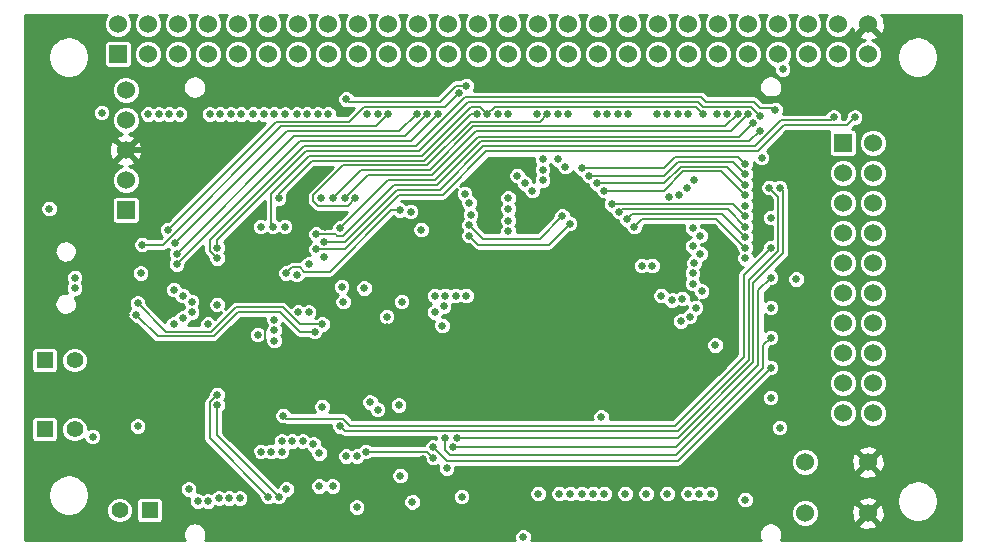
<source format=gbr>
G04 (created by PCBNEW (2013-03-31 BZR 4008)-stable) date 03/04/2013 13:08:04*
%MOIN*%
G04 Gerber Fmt 3.4, Leading zero omitted, Abs format*
%FSLAX34Y34*%
G01*
G70*
G90*
G04 APERTURE LIST*
%ADD10C,2.3622e-006*%
%ADD11C,0.06*%
%ADD12R,0.06X0.06*%
%ADD13R,0.055X0.055*%
%ADD14C,0.055*%
%ADD15C,0.025*%
%ADD16C,0.008*%
%ADD17C,0.02*%
%ADD18C,0.01*%
G04 APERTURE END LIST*
G54D10*
G54D11*
X102500Y-45450D03*
X101500Y-46450D03*
G54D12*
X101500Y-45450D03*
G54D11*
X102500Y-46450D03*
X101500Y-47450D03*
X102500Y-47450D03*
X101500Y-48450D03*
X102500Y-48450D03*
X101500Y-49450D03*
X102500Y-49450D03*
X101500Y-50450D03*
X102500Y-50450D03*
X101500Y-51450D03*
X102500Y-51450D03*
X101500Y-52450D03*
X102500Y-52450D03*
X101500Y-53450D03*
X102500Y-53450D03*
X101500Y-54450D03*
X102500Y-54450D03*
X100257Y-56100D03*
X102343Y-56100D03*
G54D13*
X74900Y-55000D03*
G54D14*
X75900Y-55000D03*
G54D13*
X74900Y-52700D03*
G54D14*
X75900Y-52700D03*
G54D13*
X78400Y-57700D03*
G54D14*
X77400Y-57700D03*
G54D12*
X77350Y-42500D03*
G54D11*
X77350Y-41500D03*
X78350Y-42500D03*
X78350Y-41500D03*
X79350Y-42500D03*
X79350Y-41500D03*
X80350Y-42500D03*
X80350Y-41500D03*
X81350Y-42500D03*
X81350Y-41500D03*
X82350Y-42500D03*
X82350Y-41500D03*
X83350Y-42500D03*
X83350Y-41500D03*
X84350Y-42500D03*
X84350Y-41500D03*
X85350Y-42500D03*
X85350Y-41500D03*
X86350Y-42500D03*
X86350Y-41500D03*
X87350Y-42500D03*
X87350Y-41500D03*
X88350Y-42500D03*
X88350Y-41500D03*
X89350Y-42500D03*
X89350Y-41500D03*
X90350Y-42500D03*
X90350Y-41500D03*
X91350Y-42500D03*
X91350Y-41500D03*
X92350Y-42500D03*
X92350Y-41500D03*
X93350Y-42500D03*
X93350Y-41500D03*
X94350Y-42500D03*
X94350Y-41500D03*
X95350Y-42500D03*
X95350Y-41500D03*
X96350Y-42500D03*
X96350Y-41500D03*
X97350Y-42500D03*
X97350Y-41500D03*
X98350Y-42500D03*
X98350Y-41500D03*
X99350Y-42500D03*
X99350Y-41500D03*
X100350Y-42500D03*
X100350Y-41500D03*
X101350Y-42500D03*
X101350Y-41500D03*
X102350Y-42500D03*
X102350Y-41500D03*
X100257Y-57800D03*
X102343Y-57800D03*
G54D12*
X77600Y-47700D03*
G54D11*
X77600Y-46700D03*
X77600Y-45700D03*
X77600Y-44700D03*
X77600Y-43700D03*
G54D15*
X75050Y-47650D03*
X85300Y-57600D03*
X80700Y-57300D03*
X81050Y-57300D03*
X98250Y-57350D03*
X99400Y-54950D03*
X95450Y-50550D03*
X88950Y-50550D03*
X95800Y-50700D03*
X99100Y-53950D03*
X88600Y-50550D03*
X96800Y-50400D03*
X78350Y-44500D03*
X79200Y-50350D03*
X79500Y-50550D03*
X78700Y-44500D03*
X83150Y-55400D03*
X82550Y-44500D03*
X83500Y-55400D03*
X82900Y-44500D03*
X83300Y-44500D03*
X91150Y-47050D03*
X91500Y-46700D03*
X83650Y-44500D03*
X84000Y-44500D03*
X90900Y-46800D03*
X91500Y-46350D03*
X90650Y-46550D03*
X84350Y-44500D03*
X91500Y-46000D03*
X84950Y-44000D03*
X88950Y-43550D03*
X92400Y-48150D03*
X85650Y-44500D03*
X89050Y-48550D03*
X89050Y-48200D03*
X86000Y-44500D03*
X92150Y-47900D03*
X86350Y-44500D03*
X78150Y-48850D03*
X88900Y-47150D03*
X79800Y-50750D03*
X79050Y-44500D03*
X79250Y-48800D03*
X89050Y-47450D03*
X87300Y-44500D03*
X87650Y-44500D03*
X79300Y-49150D03*
X89100Y-47850D03*
X88000Y-44500D03*
X79300Y-49500D03*
X88700Y-43800D03*
X79000Y-48350D03*
X89300Y-44500D03*
X82700Y-47300D03*
X82500Y-48250D03*
X96850Y-44500D03*
X89650Y-44500D03*
X79400Y-44500D03*
X79800Y-51100D03*
X79500Y-51300D03*
X80400Y-44500D03*
X79200Y-51500D03*
X80750Y-44500D03*
X82100Y-55750D03*
X81100Y-44500D03*
X81450Y-44500D03*
X82450Y-55750D03*
X82800Y-55750D03*
X81850Y-44500D03*
X82200Y-44500D03*
X82800Y-55400D03*
X84900Y-47300D03*
X98350Y-44500D03*
X96750Y-49150D03*
X90000Y-44500D03*
X92250Y-46250D03*
X86000Y-54350D03*
X96500Y-48900D03*
X92000Y-46000D03*
X90350Y-44500D03*
X85750Y-54100D03*
X94050Y-47750D03*
X98250Y-48250D03*
X95300Y-44500D03*
X93800Y-47500D03*
X88300Y-56300D03*
X85300Y-55900D03*
X98250Y-47900D03*
X95650Y-44500D03*
X93550Y-47050D03*
X98250Y-47200D03*
X85600Y-55750D03*
X96000Y-44500D03*
X87850Y-55950D03*
X93300Y-46800D03*
X96350Y-44500D03*
X98250Y-46850D03*
X93050Y-46550D03*
X98250Y-46500D03*
X97300Y-44500D03*
X98250Y-46150D03*
X92800Y-46300D03*
X97650Y-44500D03*
X96750Y-48550D03*
X91300Y-44500D03*
X87100Y-47750D03*
X91650Y-44500D03*
X85250Y-47300D03*
X96500Y-48300D03*
X95700Y-47250D03*
X92000Y-44500D03*
X83850Y-55500D03*
X92350Y-44500D03*
X96050Y-47200D03*
X84050Y-55800D03*
X93300Y-44500D03*
X84050Y-56900D03*
X96300Y-46950D03*
X96550Y-46700D03*
X84950Y-55900D03*
X93650Y-44500D03*
X94550Y-48250D03*
X94000Y-44500D03*
X98250Y-48950D03*
X94300Y-48000D03*
X94350Y-44500D03*
X98250Y-48600D03*
X101200Y-44600D03*
X84200Y-48750D03*
X83950Y-49000D03*
X101900Y-44600D03*
X84200Y-49250D03*
X96500Y-49800D03*
X82350Y-57250D03*
X80650Y-53850D03*
X82900Y-48250D03*
X98750Y-44550D03*
X80650Y-48950D03*
X98500Y-44800D03*
X96550Y-49450D03*
X84750Y-48300D03*
X99250Y-44350D03*
X80650Y-49300D03*
X83950Y-48500D03*
X90350Y-48400D03*
X98750Y-45050D03*
X90350Y-47300D03*
X98000Y-44500D03*
X84500Y-47300D03*
X80000Y-57400D03*
X99500Y-43000D03*
X79700Y-57000D03*
X88500Y-55600D03*
X99100Y-49950D03*
X83350Y-51100D03*
X82550Y-51700D03*
X83700Y-49500D03*
X82550Y-51350D03*
X88650Y-55300D03*
X99400Y-46950D03*
X86800Y-50750D03*
X88250Y-55300D03*
X99100Y-51950D03*
X84750Y-54900D03*
X87900Y-50550D03*
X99050Y-46950D03*
X96500Y-50150D03*
X86750Y-47700D03*
X98250Y-49300D03*
X82950Y-49800D03*
X99100Y-47950D03*
X99100Y-52950D03*
X87850Y-55600D03*
X83700Y-51100D03*
X82550Y-52050D03*
X87900Y-51100D03*
X96100Y-51400D03*
X88200Y-50900D03*
X96400Y-51250D03*
X80350Y-57400D03*
X87450Y-48350D03*
X85550Y-50300D03*
X81400Y-57300D03*
X99950Y-50000D03*
X96150Y-50650D03*
X83300Y-49850D03*
X88250Y-50550D03*
X99100Y-50950D03*
X96600Y-50950D03*
X82850Y-54550D03*
X99100Y-48950D03*
X77950Y-51200D03*
X83900Y-51750D03*
X78000Y-50800D03*
X84150Y-51500D03*
X78100Y-49800D03*
X84250Y-48250D03*
X94700Y-58600D03*
X86300Y-51600D03*
X83500Y-57150D03*
X79100Y-55900D03*
X76450Y-54750D03*
X98700Y-47950D03*
X79850Y-55900D03*
X81800Y-55900D03*
X78000Y-54500D03*
X77600Y-51200D03*
X88250Y-53500D03*
X82250Y-51550D03*
X87500Y-56000D03*
X78750Y-46500D03*
X84500Y-50600D03*
X95150Y-49550D03*
X90350Y-47650D03*
X94250Y-57150D03*
X75900Y-50300D03*
X75900Y-49950D03*
X94950Y-57150D03*
X93175Y-57150D03*
X92425Y-57150D03*
X87150Y-57425D03*
X92050Y-57150D03*
X96350Y-57150D03*
X97100Y-57150D03*
X96725Y-57150D03*
X93550Y-57150D03*
X92800Y-57150D03*
X91350Y-57150D03*
X95650Y-57150D03*
X90850Y-58600D03*
X94800Y-49550D03*
X90350Y-48050D03*
X76500Y-55250D03*
X80650Y-54200D03*
X82700Y-57250D03*
X82950Y-57000D03*
X80350Y-51500D03*
X97250Y-52200D03*
X98250Y-47550D03*
X88800Y-57250D03*
X76800Y-44450D03*
X88150Y-51550D03*
X86700Y-54200D03*
X84850Y-50750D03*
X98800Y-45950D03*
X78000Y-54900D03*
X84100Y-47300D03*
X86750Y-56550D03*
X84150Y-54250D03*
X93450Y-54600D03*
X86300Y-51250D03*
X80650Y-50850D03*
X84500Y-56900D03*
X84800Y-50250D03*
X82100Y-48250D03*
X82000Y-51850D03*
G54D16*
X85038Y-44088D02*
X88062Y-44088D01*
X88062Y-44088D02*
X88600Y-43550D01*
X88600Y-43550D02*
X88950Y-43550D01*
X84950Y-44000D02*
X85038Y-44088D01*
X89350Y-48850D02*
X89050Y-48550D01*
X92400Y-48150D02*
X91700Y-48850D01*
X91700Y-48850D02*
X89350Y-48850D01*
X91400Y-48650D02*
X92150Y-47900D01*
X89500Y-48650D02*
X91400Y-48650D01*
X89050Y-48200D02*
X89500Y-48650D01*
X86350Y-44500D02*
X85938Y-44912D01*
X78850Y-48850D02*
X82788Y-44912D01*
X78150Y-48850D02*
X78850Y-48850D01*
X82788Y-44912D02*
X85938Y-44912D01*
X79250Y-48800D02*
X82976Y-45074D01*
X82976Y-45074D02*
X86726Y-45074D01*
X86726Y-45074D02*
X87300Y-44500D01*
X79300Y-49150D02*
X83214Y-45236D01*
X86914Y-45236D02*
X87650Y-44500D01*
X83214Y-45236D02*
X86914Y-45236D01*
X87102Y-45398D02*
X88000Y-44500D01*
X79300Y-49500D02*
X83402Y-45398D01*
X83402Y-45398D02*
X87102Y-45398D01*
X79000Y-48350D02*
X82600Y-44750D01*
X88250Y-44250D02*
X88700Y-43800D01*
X82600Y-44750D02*
X85050Y-44750D01*
X85550Y-44250D02*
X88250Y-44250D01*
X85050Y-44750D02*
X85550Y-44250D01*
X89300Y-44500D02*
X89100Y-44500D01*
X83804Y-46046D02*
X87554Y-46046D01*
X82700Y-47150D02*
X83804Y-46046D01*
X82700Y-47300D02*
X82700Y-47150D01*
X87554Y-46046D02*
X89100Y-44500D01*
X89900Y-44250D02*
X96600Y-44250D01*
X89100Y-44250D02*
X87466Y-45884D01*
X82450Y-47150D02*
X82450Y-48150D01*
X82450Y-48150D02*
X82500Y-48250D01*
X89650Y-44500D02*
X89900Y-44250D01*
X87466Y-45884D02*
X83716Y-45884D01*
X83716Y-45884D02*
X82450Y-47150D01*
X89400Y-44250D02*
X89100Y-44250D01*
X96600Y-44250D02*
X96850Y-44500D01*
X89650Y-44500D02*
X89400Y-44250D01*
X85668Y-46532D02*
X87818Y-46532D01*
X84900Y-47300D02*
X85668Y-46532D01*
X97776Y-45074D02*
X98350Y-44500D01*
X89276Y-45074D02*
X97776Y-45074D01*
X87818Y-46532D02*
X89276Y-45074D01*
X94138Y-47662D02*
X97662Y-47662D01*
X97662Y-47662D02*
X98250Y-48250D01*
X94050Y-47750D02*
X94138Y-47662D01*
X97850Y-47500D02*
X98250Y-47900D01*
X93800Y-47500D02*
X97850Y-47500D01*
X95550Y-47050D02*
X96192Y-46408D01*
X85600Y-55750D02*
X87650Y-55750D01*
X98250Y-47200D02*
X97458Y-46408D01*
X93550Y-47050D02*
X95550Y-47050D01*
X87650Y-55750D02*
X87850Y-55950D01*
X96192Y-46408D02*
X97458Y-46408D01*
X96104Y-46246D02*
X97646Y-46246D01*
X93300Y-46800D02*
X95550Y-46800D01*
X97646Y-46246D02*
X98250Y-46850D01*
X95550Y-46800D02*
X96104Y-46246D01*
X95550Y-46550D02*
X96016Y-46084D01*
X98250Y-46500D02*
X97834Y-46084D01*
X93050Y-46550D02*
X95550Y-46550D01*
X96016Y-46084D02*
X97834Y-46084D01*
X95550Y-46300D02*
X95928Y-45922D01*
X98022Y-45922D02*
X98250Y-46150D01*
X95928Y-45922D02*
X98022Y-45922D01*
X92800Y-46300D02*
X95550Y-46300D01*
X84000Y-47550D02*
X83850Y-47400D01*
X87642Y-46208D02*
X89100Y-44750D01*
X89100Y-44750D02*
X91400Y-44750D01*
X84842Y-46208D02*
X87642Y-46208D01*
X85000Y-47550D02*
X84000Y-47550D01*
X83850Y-47200D02*
X84842Y-46208D01*
X85250Y-47300D02*
X85000Y-47550D01*
X83850Y-47400D02*
X83850Y-47200D01*
X91400Y-44750D02*
X91650Y-44500D01*
X94814Y-47986D02*
X97286Y-47986D01*
X97286Y-47986D02*
X98250Y-48950D01*
X94550Y-48250D02*
X94814Y-47986D01*
X97474Y-47824D02*
X98250Y-48600D01*
X94300Y-48000D02*
X94476Y-47824D01*
X94476Y-47824D02*
X97474Y-47824D01*
X88082Y-47018D02*
X89526Y-45574D01*
X99450Y-44700D02*
X101100Y-44700D01*
X101100Y-44700D02*
X101200Y-44600D01*
X84900Y-48750D02*
X86632Y-47018D01*
X86632Y-47018D02*
X88082Y-47018D01*
X84200Y-48750D02*
X84900Y-48750D01*
X98576Y-45574D02*
X99450Y-44700D01*
X89526Y-45574D02*
X98576Y-45574D01*
X88170Y-47180D02*
X89614Y-45736D01*
X86720Y-47180D02*
X88170Y-47180D01*
X99538Y-44862D02*
X101638Y-44862D01*
X84900Y-49000D02*
X86720Y-47180D01*
X98664Y-45736D02*
X99538Y-44862D01*
X83950Y-49000D02*
X84900Y-49000D01*
X101638Y-44862D02*
X101900Y-44600D01*
X89614Y-45736D02*
X98664Y-45736D01*
X80650Y-53850D02*
X80400Y-54100D01*
X80400Y-55300D02*
X82350Y-57250D01*
X80400Y-54100D02*
X80400Y-55300D01*
X80650Y-48700D02*
X83628Y-45722D01*
X80650Y-48950D02*
X80650Y-48700D01*
X83628Y-45722D02*
X87378Y-45722D01*
X98450Y-44250D02*
X98750Y-44550D01*
X96688Y-44088D02*
X96850Y-44250D01*
X89012Y-44088D02*
X96688Y-44088D01*
X96850Y-44250D02*
X98450Y-44250D01*
X87378Y-45722D02*
X89012Y-44088D01*
X87906Y-46694D02*
X89350Y-45250D01*
X84750Y-48300D02*
X86356Y-46694D01*
X89350Y-45250D02*
X98050Y-45250D01*
X98050Y-45250D02*
X98500Y-44800D01*
X86356Y-46694D02*
X87906Y-46694D01*
X83540Y-45560D02*
X87290Y-45560D01*
X96938Y-44088D02*
X98538Y-44088D01*
X99200Y-44300D02*
X99250Y-44350D01*
X87290Y-45560D02*
X88924Y-43926D01*
X80400Y-49050D02*
X80400Y-48700D01*
X96776Y-43926D02*
X96938Y-44088D01*
X98750Y-44300D02*
X99200Y-44300D01*
X98538Y-44088D02*
X98750Y-44300D01*
X80650Y-49300D02*
X80400Y-49050D01*
X80400Y-48700D02*
X83540Y-45560D01*
X88924Y-43926D02*
X96776Y-43926D01*
X84650Y-48550D02*
X84850Y-48550D01*
X86544Y-46856D02*
X87994Y-46856D01*
X84850Y-48550D02*
X86544Y-46856D01*
X83950Y-48500D02*
X84600Y-48500D01*
X89438Y-45412D02*
X98388Y-45412D01*
X84600Y-48500D02*
X84650Y-48550D01*
X87994Y-46856D02*
X89438Y-45412D01*
X98388Y-45412D02*
X98750Y-45050D01*
X85430Y-46370D02*
X87730Y-46370D01*
X89188Y-44912D02*
X97588Y-44912D01*
X87730Y-46370D02*
X89188Y-44912D01*
X97588Y-44912D02*
X98000Y-44500D01*
X84500Y-47300D02*
X85430Y-46370D01*
X88500Y-55600D02*
X95950Y-55600D01*
X95950Y-55600D02*
X98688Y-52862D01*
X98688Y-50362D02*
X99100Y-49950D01*
X98688Y-52862D02*
X98688Y-50362D01*
X99512Y-47062D02*
X99400Y-46950D01*
X88650Y-55300D02*
X96000Y-55300D01*
X98526Y-52774D02*
X98526Y-50124D01*
X99512Y-49138D02*
X99512Y-47062D01*
X96000Y-55300D02*
X98526Y-52774D01*
X98526Y-50124D02*
X99512Y-49138D01*
X88250Y-55700D02*
X88400Y-55850D01*
X88400Y-55850D02*
X95950Y-55850D01*
X98850Y-52200D02*
X99100Y-51950D01*
X98850Y-52950D02*
X98850Y-52200D01*
X95950Y-55850D02*
X98850Y-52950D01*
X88250Y-55300D02*
X88250Y-55700D01*
X84750Y-54900D02*
X84900Y-55050D01*
X99050Y-46950D02*
X99350Y-47250D01*
X99350Y-47250D02*
X99350Y-49050D01*
X98364Y-50036D02*
X98364Y-52686D01*
X96000Y-55050D02*
X84900Y-55050D01*
X98364Y-52686D02*
X96000Y-55050D01*
X99350Y-49050D02*
X98364Y-50036D01*
X83550Y-49750D02*
X83400Y-49600D01*
X83150Y-49600D02*
X82950Y-49800D01*
X86750Y-47700D02*
X86450Y-47700D01*
X83400Y-49600D02*
X83150Y-49600D01*
X84400Y-49750D02*
X83550Y-49750D01*
X86450Y-47700D02*
X84400Y-49750D01*
X87850Y-55600D02*
X88300Y-56050D01*
X96000Y-56050D02*
X99100Y-52950D01*
X88300Y-56050D02*
X96000Y-56050D01*
X98202Y-49848D02*
X99100Y-48950D01*
X82850Y-54550D02*
X82950Y-54650D01*
X82950Y-54650D02*
X84850Y-54650D01*
X95912Y-54888D02*
X98202Y-52598D01*
X98202Y-52598D02*
X98202Y-49848D01*
X84850Y-54650D02*
X85088Y-54888D01*
X85088Y-54888D02*
X95912Y-54888D01*
X81350Y-51100D02*
X82750Y-51100D01*
X80538Y-51912D02*
X81350Y-51100D01*
X83400Y-51750D02*
X83900Y-51750D01*
X78662Y-51912D02*
X80538Y-51912D01*
X77950Y-51200D02*
X78662Y-51912D01*
X82750Y-51100D02*
X83400Y-51750D01*
X82838Y-50938D02*
X83400Y-51500D01*
X81262Y-50938D02*
X82838Y-50938D01*
X83400Y-51500D02*
X84150Y-51500D01*
X80450Y-51750D02*
X81262Y-50938D01*
X78950Y-51750D02*
X80450Y-51750D01*
X78000Y-50800D02*
X78950Y-51750D01*
X84500Y-51300D02*
X84500Y-50600D01*
X83550Y-57200D02*
X86550Y-57200D01*
X83500Y-57150D02*
X83550Y-57200D01*
X87500Y-56250D02*
X87500Y-56000D01*
X86550Y-57200D02*
X87500Y-56250D01*
X82450Y-52350D02*
X85550Y-52350D01*
G54D17*
X101850Y-42800D02*
X100650Y-44000D01*
G54D16*
X77600Y-45700D02*
X78400Y-46500D01*
X97750Y-58600D02*
X99400Y-56950D01*
X84800Y-51600D02*
X84500Y-51300D01*
X85550Y-52350D02*
X86300Y-51600D01*
X99400Y-56950D02*
X101493Y-56950D01*
G54D17*
X81250Y-43150D02*
X78700Y-45700D01*
X100650Y-44000D02*
X98900Y-44000D01*
G54D16*
X78500Y-52100D02*
X80600Y-52100D01*
X82250Y-52150D02*
X82450Y-52350D01*
X86300Y-51600D02*
X84800Y-51600D01*
X94700Y-58600D02*
X97750Y-58600D01*
G54D17*
X89150Y-43150D02*
X81250Y-43150D01*
G54D16*
X79850Y-55900D02*
X78450Y-54500D01*
G54D17*
X89500Y-43500D02*
X89150Y-43150D01*
G54D16*
X76700Y-54500D02*
X78000Y-54500D01*
X81150Y-51550D02*
X82250Y-51550D01*
X80600Y-52100D02*
X81150Y-51550D01*
X77600Y-51200D02*
X77600Y-48850D01*
X101493Y-56950D02*
X102343Y-57800D01*
X76700Y-54500D02*
X78000Y-54500D01*
X79100Y-55900D02*
X79850Y-55900D01*
G54D17*
X98900Y-44000D02*
X98400Y-43500D01*
G54D16*
X77600Y-51200D02*
X78500Y-52100D01*
X78100Y-46200D02*
X77600Y-45700D01*
X78450Y-54500D02*
X78000Y-54500D01*
X78400Y-46500D02*
X78750Y-46500D01*
X77600Y-48850D02*
X78100Y-48350D01*
X78100Y-48350D02*
X78100Y-46200D01*
X78000Y-54500D02*
X77600Y-54100D01*
G54D17*
X102350Y-41500D02*
X101850Y-42000D01*
G54D16*
X76450Y-54750D02*
X76700Y-54500D01*
X77600Y-54100D02*
X77600Y-51200D01*
G54D17*
X101850Y-42000D02*
X101850Y-42800D01*
G54D16*
X82250Y-51550D02*
X82250Y-52150D01*
G54D17*
X98400Y-43500D02*
X89500Y-43500D01*
X78700Y-45700D02*
X77600Y-45700D01*
G54D16*
X82250Y-51500D02*
X82250Y-51550D01*
X80650Y-55200D02*
X80650Y-54200D01*
X80650Y-55200D02*
X82700Y-57250D01*
X80650Y-55200D02*
X82700Y-57250D01*
G54D10*
G36*
X105455Y-58705D02*
X104691Y-58705D01*
X104691Y-57437D01*
X104691Y-57400D01*
X104691Y-57362D01*
X104691Y-42637D01*
X104691Y-42600D01*
X104691Y-42562D01*
X104691Y-42561D01*
X104691Y-42561D01*
X104691Y-42561D01*
X104653Y-42370D01*
X104624Y-42300D01*
X104623Y-42299D01*
X104516Y-42138D01*
X104515Y-42137D01*
X104461Y-42084D01*
X104300Y-41976D01*
X104299Y-41975D01*
X104229Y-41946D01*
X104037Y-41908D01*
X103961Y-41908D01*
X103960Y-41909D01*
X103770Y-41946D01*
X103700Y-41975D01*
X103699Y-41976D01*
X103538Y-42083D01*
X103537Y-42084D01*
X103484Y-42138D01*
X103376Y-42299D01*
X103375Y-42300D01*
X103346Y-42370D01*
X103308Y-42562D01*
X103308Y-42600D01*
X103308Y-42637D01*
X103308Y-42638D01*
X103346Y-42829D01*
X103375Y-42899D01*
X103376Y-42900D01*
X103484Y-43061D01*
X103537Y-43115D01*
X103538Y-43116D01*
X103699Y-43223D01*
X103700Y-43224D01*
X103770Y-43253D01*
X103960Y-43290D01*
X103961Y-43291D01*
X104037Y-43291D01*
X104229Y-43253D01*
X104299Y-43224D01*
X104300Y-43223D01*
X104461Y-43115D01*
X104515Y-43062D01*
X104516Y-43061D01*
X104623Y-42900D01*
X104624Y-42899D01*
X104653Y-42829D01*
X104691Y-42638D01*
X104691Y-42638D01*
X104691Y-42638D01*
X104691Y-42637D01*
X104691Y-57362D01*
X104691Y-57361D01*
X104691Y-57361D01*
X104691Y-57361D01*
X104653Y-57170D01*
X104624Y-57100D01*
X104623Y-57099D01*
X104516Y-56938D01*
X104515Y-56937D01*
X104461Y-56884D01*
X104300Y-56776D01*
X104299Y-56775D01*
X104229Y-56746D01*
X104037Y-56708D01*
X103961Y-56708D01*
X103960Y-56709D01*
X103770Y-56746D01*
X103700Y-56775D01*
X103699Y-56776D01*
X103538Y-56883D01*
X103537Y-56884D01*
X103484Y-56938D01*
X103376Y-57099D01*
X103375Y-57100D01*
X103346Y-57170D01*
X103308Y-57362D01*
X103308Y-57400D01*
X103308Y-57437D01*
X103308Y-57438D01*
X103346Y-57629D01*
X103375Y-57699D01*
X103376Y-57700D01*
X103484Y-57861D01*
X103537Y-57915D01*
X103538Y-57916D01*
X103699Y-58023D01*
X103700Y-58024D01*
X103770Y-58053D01*
X103960Y-58090D01*
X103961Y-58091D01*
X104037Y-58091D01*
X104229Y-58053D01*
X104299Y-58024D01*
X104300Y-58023D01*
X104461Y-57915D01*
X104515Y-57862D01*
X104516Y-57861D01*
X104623Y-57700D01*
X104624Y-57699D01*
X104653Y-57629D01*
X104691Y-57438D01*
X104691Y-57438D01*
X104691Y-57438D01*
X104691Y-57437D01*
X104691Y-58705D01*
X102970Y-58705D01*
X102970Y-54356D01*
X102970Y-53356D01*
X102970Y-52356D01*
X102970Y-51356D01*
X102970Y-50356D01*
X102970Y-49356D01*
X102970Y-48356D01*
X102970Y-47356D01*
X102970Y-46356D01*
X102970Y-45356D01*
X102898Y-45184D01*
X102820Y-45105D01*
X102820Y-42406D01*
X102748Y-42234D01*
X102616Y-42101D01*
X102478Y-42044D01*
X102486Y-42043D01*
X102637Y-41981D01*
X102665Y-41885D01*
X102350Y-41570D01*
X102034Y-41885D01*
X102062Y-41981D01*
X102229Y-42041D01*
X102084Y-42101D01*
X101951Y-42233D01*
X101880Y-42406D01*
X101879Y-42593D01*
X101951Y-42765D01*
X102083Y-42898D01*
X102256Y-42969D01*
X102443Y-42970D01*
X102615Y-42898D01*
X102748Y-42766D01*
X102819Y-42593D01*
X102820Y-42406D01*
X102820Y-45105D01*
X102766Y-45051D01*
X102593Y-44980D01*
X102406Y-44979D01*
X102234Y-45051D01*
X102195Y-45090D01*
X102195Y-44541D01*
X102150Y-44433D01*
X102067Y-44350D01*
X101958Y-44305D01*
X101841Y-44304D01*
X101820Y-44313D01*
X101820Y-42406D01*
X101748Y-42234D01*
X101616Y-42101D01*
X101443Y-42030D01*
X101256Y-42029D01*
X101084Y-42101D01*
X100951Y-42233D01*
X100880Y-42406D01*
X100879Y-42593D01*
X100951Y-42765D01*
X101083Y-42898D01*
X101256Y-42969D01*
X101443Y-42970D01*
X101615Y-42898D01*
X101748Y-42766D01*
X101819Y-42593D01*
X101820Y-42406D01*
X101820Y-44313D01*
X101733Y-44349D01*
X101650Y-44432D01*
X101605Y-44541D01*
X101605Y-44598D01*
X101551Y-44652D01*
X101494Y-44652D01*
X101495Y-44541D01*
X101450Y-44433D01*
X101367Y-44350D01*
X101258Y-44305D01*
X101141Y-44304D01*
X101033Y-44349D01*
X100950Y-44432D01*
X100926Y-44490D01*
X100820Y-44490D01*
X100820Y-42406D01*
X100748Y-42234D01*
X100616Y-42101D01*
X100443Y-42030D01*
X100256Y-42029D01*
X100084Y-42101D01*
X99951Y-42233D01*
X99880Y-42406D01*
X99879Y-42593D01*
X99951Y-42765D01*
X100083Y-42898D01*
X100256Y-42969D01*
X100443Y-42970D01*
X100615Y-42898D01*
X100748Y-42766D01*
X100819Y-42593D01*
X100820Y-42406D01*
X100820Y-44490D01*
X99820Y-44490D01*
X99820Y-42406D01*
X99748Y-42234D01*
X99616Y-42101D01*
X99443Y-42030D01*
X99256Y-42029D01*
X99084Y-42101D01*
X98951Y-42233D01*
X98880Y-42406D01*
X98879Y-42593D01*
X98951Y-42765D01*
X99083Y-42898D01*
X99205Y-42948D01*
X99204Y-43058D01*
X99249Y-43166D01*
X99332Y-43249D01*
X99441Y-43294D01*
X99558Y-43295D01*
X99666Y-43250D01*
X99749Y-43167D01*
X99794Y-43058D01*
X99795Y-42941D01*
X99750Y-42833D01*
X99715Y-42798D01*
X99748Y-42766D01*
X99819Y-42593D01*
X99820Y-42406D01*
X99820Y-44490D01*
X99511Y-44490D01*
X99544Y-44408D01*
X99545Y-44291D01*
X99500Y-44183D01*
X99491Y-44174D01*
X99491Y-43637D01*
X99491Y-43600D01*
X99491Y-43562D01*
X99491Y-43561D01*
X99491Y-43561D01*
X99491Y-43561D01*
X99476Y-43485D01*
X99476Y-43485D01*
X99476Y-43485D01*
X99446Y-43414D01*
X99403Y-43350D01*
X99349Y-43296D01*
X99349Y-43296D01*
X99285Y-43253D01*
X99284Y-43253D01*
X99284Y-43252D01*
X99214Y-43223D01*
X99137Y-43208D01*
X99061Y-43208D01*
X99061Y-43208D01*
X98985Y-43223D01*
X98985Y-43223D01*
X98985Y-43223D01*
X98914Y-43253D01*
X98850Y-43296D01*
X98820Y-43326D01*
X98820Y-42406D01*
X98748Y-42234D01*
X98616Y-42101D01*
X98443Y-42030D01*
X98256Y-42029D01*
X98084Y-42101D01*
X97951Y-42233D01*
X97880Y-42406D01*
X97879Y-42593D01*
X97951Y-42765D01*
X98083Y-42898D01*
X98256Y-42969D01*
X98443Y-42970D01*
X98615Y-42898D01*
X98748Y-42766D01*
X98819Y-42593D01*
X98820Y-42406D01*
X98820Y-43326D01*
X98796Y-43350D01*
X98796Y-43350D01*
X98753Y-43414D01*
X98753Y-43415D01*
X98752Y-43415D01*
X98723Y-43485D01*
X98708Y-43562D01*
X98708Y-43600D01*
X98708Y-43637D01*
X98708Y-43638D01*
X98723Y-43714D01*
X98752Y-43784D01*
X98753Y-43784D01*
X98753Y-43785D01*
X98796Y-43849D01*
X98796Y-43849D01*
X98850Y-43903D01*
X98914Y-43946D01*
X98985Y-43976D01*
X98985Y-43976D01*
X98985Y-43976D01*
X99061Y-43991D01*
X99061Y-43991D01*
X99137Y-43991D01*
X99214Y-43976D01*
X99214Y-43975D01*
X99284Y-43947D01*
X99284Y-43946D01*
X99285Y-43946D01*
X99349Y-43903D01*
X99349Y-43903D01*
X99403Y-43849D01*
X99446Y-43785D01*
X99476Y-43714D01*
X99476Y-43714D01*
X99476Y-43714D01*
X99491Y-43638D01*
X99491Y-43638D01*
X99491Y-43638D01*
X99491Y-43637D01*
X99491Y-44174D01*
X99417Y-44100D01*
X99308Y-44055D01*
X99191Y-44054D01*
X99106Y-44090D01*
X98836Y-44090D01*
X98686Y-43939D01*
X98618Y-43893D01*
X98538Y-43878D01*
X97820Y-43878D01*
X97820Y-42406D01*
X97748Y-42234D01*
X97616Y-42101D01*
X97443Y-42030D01*
X97256Y-42029D01*
X97084Y-42101D01*
X96951Y-42233D01*
X96880Y-42406D01*
X96879Y-42593D01*
X96951Y-42765D01*
X97083Y-42898D01*
X97256Y-42969D01*
X97443Y-42970D01*
X97615Y-42898D01*
X97748Y-42766D01*
X97819Y-42593D01*
X97820Y-42406D01*
X97820Y-43878D01*
X97024Y-43878D01*
X96924Y-43777D01*
X96856Y-43731D01*
X96820Y-43724D01*
X96820Y-42406D01*
X96748Y-42234D01*
X96616Y-42101D01*
X96443Y-42030D01*
X96256Y-42029D01*
X96084Y-42101D01*
X95951Y-42233D01*
X95880Y-42406D01*
X95879Y-42593D01*
X95951Y-42765D01*
X96083Y-42898D01*
X96256Y-42969D01*
X96443Y-42970D01*
X96615Y-42898D01*
X96748Y-42766D01*
X96819Y-42593D01*
X96820Y-42406D01*
X96820Y-43724D01*
X96776Y-43716D01*
X95820Y-43716D01*
X95820Y-42406D01*
X95748Y-42234D01*
X95616Y-42101D01*
X95443Y-42030D01*
X95256Y-42029D01*
X95084Y-42101D01*
X94951Y-42233D01*
X94880Y-42406D01*
X94879Y-42593D01*
X94951Y-42765D01*
X95083Y-42898D01*
X95256Y-42969D01*
X95443Y-42970D01*
X95615Y-42898D01*
X95748Y-42766D01*
X95819Y-42593D01*
X95820Y-42406D01*
X95820Y-43716D01*
X94820Y-43716D01*
X94820Y-42406D01*
X94748Y-42234D01*
X94616Y-42101D01*
X94443Y-42030D01*
X94256Y-42029D01*
X94084Y-42101D01*
X93951Y-42233D01*
X93880Y-42406D01*
X93879Y-42593D01*
X93951Y-42765D01*
X94083Y-42898D01*
X94256Y-42969D01*
X94443Y-42970D01*
X94615Y-42898D01*
X94748Y-42766D01*
X94819Y-42593D01*
X94820Y-42406D01*
X94820Y-43716D01*
X93820Y-43716D01*
X93820Y-42406D01*
X93748Y-42234D01*
X93616Y-42101D01*
X93443Y-42030D01*
X93256Y-42029D01*
X93084Y-42101D01*
X92951Y-42233D01*
X92880Y-42406D01*
X92879Y-42593D01*
X92951Y-42765D01*
X93083Y-42898D01*
X93256Y-42969D01*
X93443Y-42970D01*
X93615Y-42898D01*
X93748Y-42766D01*
X93819Y-42593D01*
X93820Y-42406D01*
X93820Y-43716D01*
X92820Y-43716D01*
X92820Y-42406D01*
X92748Y-42234D01*
X92616Y-42101D01*
X92443Y-42030D01*
X92256Y-42029D01*
X92084Y-42101D01*
X91951Y-42233D01*
X91880Y-42406D01*
X91879Y-42593D01*
X91951Y-42765D01*
X92083Y-42898D01*
X92256Y-42969D01*
X92443Y-42970D01*
X92615Y-42898D01*
X92748Y-42766D01*
X92819Y-42593D01*
X92820Y-42406D01*
X92820Y-43716D01*
X91820Y-43716D01*
X91820Y-42406D01*
X91748Y-42234D01*
X91616Y-42101D01*
X91443Y-42030D01*
X91256Y-42029D01*
X91084Y-42101D01*
X90951Y-42233D01*
X90880Y-42406D01*
X90879Y-42593D01*
X90951Y-42765D01*
X91083Y-42898D01*
X91256Y-42969D01*
X91443Y-42970D01*
X91615Y-42898D01*
X91748Y-42766D01*
X91819Y-42593D01*
X91820Y-42406D01*
X91820Y-43716D01*
X90820Y-43716D01*
X90820Y-42406D01*
X90748Y-42234D01*
X90616Y-42101D01*
X90443Y-42030D01*
X90256Y-42029D01*
X90084Y-42101D01*
X89951Y-42233D01*
X89880Y-42406D01*
X89879Y-42593D01*
X89951Y-42765D01*
X90083Y-42898D01*
X90256Y-42969D01*
X90443Y-42970D01*
X90615Y-42898D01*
X90748Y-42766D01*
X90819Y-42593D01*
X90820Y-42406D01*
X90820Y-43716D01*
X89820Y-43716D01*
X89820Y-42406D01*
X89748Y-42234D01*
X89616Y-42101D01*
X89443Y-42030D01*
X89256Y-42029D01*
X89084Y-42101D01*
X88951Y-42233D01*
X88880Y-42406D01*
X88879Y-42593D01*
X88951Y-42765D01*
X89083Y-42898D01*
X89256Y-42969D01*
X89443Y-42970D01*
X89615Y-42898D01*
X89748Y-42766D01*
X89819Y-42593D01*
X89820Y-42406D01*
X89820Y-43716D01*
X89200Y-43716D01*
X89244Y-43608D01*
X89245Y-43491D01*
X89200Y-43383D01*
X89117Y-43300D01*
X89008Y-43255D01*
X88891Y-43254D01*
X88820Y-43284D01*
X88820Y-42406D01*
X88748Y-42234D01*
X88616Y-42101D01*
X88443Y-42030D01*
X88256Y-42029D01*
X88084Y-42101D01*
X87951Y-42233D01*
X87880Y-42406D01*
X87879Y-42593D01*
X87951Y-42765D01*
X88083Y-42898D01*
X88256Y-42969D01*
X88443Y-42970D01*
X88615Y-42898D01*
X88748Y-42766D01*
X88819Y-42593D01*
X88820Y-42406D01*
X88820Y-43284D01*
X88783Y-43299D01*
X88742Y-43340D01*
X88600Y-43340D01*
X88519Y-43355D01*
X88451Y-43401D01*
X87975Y-43878D01*
X87820Y-43878D01*
X87820Y-42406D01*
X87748Y-42234D01*
X87616Y-42101D01*
X87443Y-42030D01*
X87256Y-42029D01*
X87084Y-42101D01*
X86951Y-42233D01*
X86880Y-42406D01*
X86879Y-42593D01*
X86951Y-42765D01*
X87083Y-42898D01*
X87256Y-42969D01*
X87443Y-42970D01*
X87615Y-42898D01*
X87748Y-42766D01*
X87819Y-42593D01*
X87820Y-42406D01*
X87820Y-43878D01*
X86820Y-43878D01*
X86820Y-42406D01*
X86748Y-42234D01*
X86616Y-42101D01*
X86443Y-42030D01*
X86256Y-42029D01*
X86084Y-42101D01*
X85951Y-42233D01*
X85880Y-42406D01*
X85879Y-42593D01*
X85951Y-42765D01*
X86083Y-42898D01*
X86256Y-42969D01*
X86443Y-42970D01*
X86615Y-42898D01*
X86748Y-42766D01*
X86819Y-42593D01*
X86820Y-42406D01*
X86820Y-43878D01*
X85820Y-43878D01*
X85820Y-42406D01*
X85748Y-42234D01*
X85616Y-42101D01*
X85443Y-42030D01*
X85256Y-42029D01*
X85084Y-42101D01*
X84951Y-42233D01*
X84880Y-42406D01*
X84879Y-42593D01*
X84951Y-42765D01*
X85083Y-42898D01*
X85256Y-42969D01*
X85443Y-42970D01*
X85615Y-42898D01*
X85748Y-42766D01*
X85819Y-42593D01*
X85820Y-42406D01*
X85820Y-43878D01*
X85218Y-43878D01*
X85200Y-43833D01*
X85117Y-43750D01*
X85008Y-43705D01*
X84891Y-43704D01*
X84820Y-43734D01*
X84820Y-42406D01*
X84748Y-42234D01*
X84616Y-42101D01*
X84443Y-42030D01*
X84256Y-42029D01*
X84084Y-42101D01*
X83951Y-42233D01*
X83880Y-42406D01*
X83879Y-42593D01*
X83951Y-42765D01*
X84083Y-42898D01*
X84256Y-42969D01*
X84443Y-42970D01*
X84615Y-42898D01*
X84748Y-42766D01*
X84819Y-42593D01*
X84820Y-42406D01*
X84820Y-43734D01*
X84783Y-43749D01*
X84700Y-43832D01*
X84655Y-43941D01*
X84654Y-44058D01*
X84699Y-44166D01*
X84782Y-44249D01*
X84891Y-44294D01*
X85008Y-44295D01*
X85013Y-44293D01*
X85038Y-44298D01*
X85205Y-44298D01*
X84963Y-44540D01*
X84644Y-44540D01*
X84645Y-44441D01*
X84600Y-44333D01*
X84517Y-44250D01*
X84408Y-44205D01*
X84291Y-44204D01*
X84183Y-44249D01*
X84175Y-44257D01*
X84167Y-44250D01*
X84058Y-44205D01*
X83941Y-44204D01*
X83833Y-44249D01*
X83825Y-44257D01*
X83820Y-44252D01*
X83820Y-42406D01*
X83748Y-42234D01*
X83616Y-42101D01*
X83443Y-42030D01*
X83256Y-42029D01*
X83084Y-42101D01*
X82951Y-42233D01*
X82880Y-42406D01*
X82879Y-42593D01*
X82951Y-42765D01*
X83083Y-42898D01*
X83256Y-42969D01*
X83443Y-42970D01*
X83615Y-42898D01*
X83748Y-42766D01*
X83819Y-42593D01*
X83820Y-42406D01*
X83820Y-44252D01*
X83817Y-44250D01*
X83708Y-44205D01*
X83591Y-44204D01*
X83483Y-44249D01*
X83475Y-44257D01*
X83467Y-44250D01*
X83358Y-44205D01*
X83241Y-44204D01*
X83133Y-44249D01*
X83100Y-44282D01*
X83067Y-44250D01*
X82958Y-44205D01*
X82841Y-44204D01*
X82820Y-44213D01*
X82820Y-42406D01*
X82748Y-42234D01*
X82616Y-42101D01*
X82443Y-42030D01*
X82256Y-42029D01*
X82084Y-42101D01*
X81951Y-42233D01*
X81880Y-42406D01*
X81879Y-42593D01*
X81951Y-42765D01*
X82083Y-42898D01*
X82256Y-42969D01*
X82443Y-42970D01*
X82615Y-42898D01*
X82748Y-42766D01*
X82819Y-42593D01*
X82820Y-42406D01*
X82820Y-44213D01*
X82733Y-44249D01*
X82725Y-44257D01*
X82717Y-44250D01*
X82608Y-44205D01*
X82491Y-44204D01*
X82383Y-44249D01*
X82375Y-44257D01*
X82367Y-44250D01*
X82258Y-44205D01*
X82141Y-44204D01*
X82033Y-44249D01*
X82025Y-44257D01*
X82017Y-44250D01*
X81908Y-44205D01*
X81820Y-44204D01*
X81820Y-42406D01*
X81748Y-42234D01*
X81616Y-42101D01*
X81443Y-42030D01*
X81256Y-42029D01*
X81084Y-42101D01*
X80951Y-42233D01*
X80880Y-42406D01*
X80879Y-42593D01*
X80951Y-42765D01*
X81083Y-42898D01*
X81256Y-42969D01*
X81443Y-42970D01*
X81615Y-42898D01*
X81748Y-42766D01*
X81819Y-42593D01*
X81820Y-42406D01*
X81820Y-44204D01*
X81791Y-44204D01*
X81683Y-44249D01*
X81650Y-44282D01*
X81617Y-44250D01*
X81508Y-44205D01*
X81391Y-44204D01*
X81283Y-44249D01*
X81275Y-44257D01*
X81267Y-44250D01*
X81158Y-44205D01*
X81041Y-44204D01*
X80933Y-44249D01*
X80925Y-44257D01*
X80917Y-44250D01*
X80820Y-44209D01*
X80820Y-42406D01*
X80748Y-42234D01*
X80616Y-42101D01*
X80443Y-42030D01*
X80256Y-42029D01*
X80084Y-42101D01*
X79951Y-42233D01*
X79880Y-42406D01*
X79879Y-42593D01*
X79951Y-42765D01*
X80083Y-42898D01*
X80256Y-42969D01*
X80443Y-42970D01*
X80615Y-42898D01*
X80748Y-42766D01*
X80819Y-42593D01*
X80820Y-42406D01*
X80820Y-44209D01*
X80808Y-44205D01*
X80691Y-44204D01*
X80583Y-44249D01*
X80575Y-44257D01*
X80567Y-44250D01*
X80458Y-44205D01*
X80341Y-44204D01*
X80291Y-44225D01*
X80291Y-43637D01*
X80291Y-43600D01*
X80291Y-43562D01*
X80291Y-43561D01*
X80291Y-43561D01*
X80291Y-43561D01*
X80276Y-43485D01*
X80276Y-43485D01*
X80276Y-43485D01*
X80246Y-43414D01*
X80203Y-43350D01*
X80149Y-43296D01*
X80149Y-43296D01*
X80085Y-43253D01*
X80084Y-43253D01*
X80084Y-43252D01*
X80014Y-43223D01*
X79937Y-43208D01*
X79861Y-43208D01*
X79861Y-43208D01*
X79820Y-43217D01*
X79820Y-42406D01*
X79748Y-42234D01*
X79616Y-42101D01*
X79443Y-42030D01*
X79256Y-42029D01*
X79084Y-42101D01*
X78951Y-42233D01*
X78880Y-42406D01*
X78879Y-42593D01*
X78951Y-42765D01*
X79083Y-42898D01*
X79256Y-42969D01*
X79443Y-42970D01*
X79615Y-42898D01*
X79748Y-42766D01*
X79819Y-42593D01*
X79820Y-42406D01*
X79820Y-43217D01*
X79785Y-43223D01*
X79785Y-43223D01*
X79785Y-43223D01*
X79714Y-43253D01*
X79650Y-43296D01*
X79596Y-43350D01*
X79596Y-43350D01*
X79553Y-43414D01*
X79553Y-43415D01*
X79552Y-43415D01*
X79523Y-43485D01*
X79508Y-43562D01*
X79508Y-43600D01*
X79508Y-43637D01*
X79508Y-43638D01*
X79523Y-43714D01*
X79552Y-43784D01*
X79553Y-43784D01*
X79553Y-43785D01*
X79596Y-43849D01*
X79596Y-43849D01*
X79650Y-43903D01*
X79714Y-43946D01*
X79785Y-43976D01*
X79785Y-43976D01*
X79785Y-43976D01*
X79861Y-43991D01*
X79861Y-43991D01*
X79937Y-43991D01*
X80014Y-43976D01*
X80014Y-43975D01*
X80084Y-43947D01*
X80084Y-43946D01*
X80085Y-43946D01*
X80149Y-43903D01*
X80149Y-43903D01*
X80203Y-43849D01*
X80246Y-43785D01*
X80276Y-43714D01*
X80276Y-43714D01*
X80276Y-43714D01*
X80291Y-43638D01*
X80291Y-43638D01*
X80291Y-43638D01*
X80291Y-43637D01*
X80291Y-44225D01*
X80233Y-44249D01*
X80150Y-44332D01*
X80105Y-44441D01*
X80104Y-44558D01*
X80149Y-44666D01*
X80232Y-44749D01*
X80341Y-44794D01*
X80458Y-44795D01*
X80566Y-44750D01*
X80574Y-44742D01*
X80582Y-44749D01*
X80691Y-44794D01*
X80808Y-44795D01*
X80916Y-44750D01*
X80924Y-44742D01*
X80932Y-44749D01*
X81041Y-44794D01*
X81158Y-44795D01*
X81266Y-44750D01*
X81274Y-44742D01*
X81282Y-44749D01*
X81391Y-44794D01*
X81508Y-44795D01*
X81616Y-44750D01*
X81649Y-44717D01*
X81682Y-44749D01*
X81791Y-44794D01*
X81908Y-44795D01*
X82016Y-44750D01*
X82024Y-44742D01*
X82032Y-44749D01*
X82141Y-44794D01*
X82257Y-44795D01*
X79695Y-47357D01*
X79695Y-44441D01*
X79650Y-44333D01*
X79567Y-44250D01*
X79458Y-44205D01*
X79341Y-44204D01*
X79233Y-44249D01*
X79225Y-44257D01*
X79217Y-44250D01*
X79108Y-44205D01*
X78991Y-44204D01*
X78883Y-44249D01*
X78875Y-44257D01*
X78867Y-44250D01*
X78820Y-44230D01*
X78820Y-42406D01*
X78748Y-42234D01*
X78616Y-42101D01*
X78443Y-42030D01*
X78256Y-42029D01*
X78084Y-42101D01*
X77951Y-42233D01*
X77880Y-42406D01*
X77879Y-42593D01*
X77951Y-42765D01*
X78083Y-42898D01*
X78256Y-42969D01*
X78443Y-42970D01*
X78615Y-42898D01*
X78748Y-42766D01*
X78819Y-42593D01*
X78820Y-42406D01*
X78820Y-44230D01*
X78758Y-44205D01*
X78641Y-44204D01*
X78533Y-44249D01*
X78525Y-44257D01*
X78517Y-44250D01*
X78408Y-44205D01*
X78291Y-44204D01*
X78183Y-44249D01*
X78100Y-44332D01*
X78070Y-44404D01*
X78070Y-43606D01*
X77998Y-43434D01*
X77866Y-43301D01*
X77820Y-43282D01*
X77820Y-42766D01*
X77820Y-42166D01*
X77794Y-42103D01*
X77746Y-42055D01*
X77683Y-42030D01*
X77616Y-42029D01*
X77016Y-42029D01*
X76953Y-42055D01*
X76905Y-42103D01*
X76880Y-42166D01*
X76879Y-42233D01*
X76879Y-42833D01*
X76905Y-42896D01*
X76953Y-42944D01*
X77016Y-42969D01*
X77083Y-42970D01*
X77683Y-42970D01*
X77746Y-42944D01*
X77794Y-42896D01*
X77819Y-42833D01*
X77820Y-42766D01*
X77820Y-43282D01*
X77693Y-43230D01*
X77506Y-43229D01*
X77334Y-43301D01*
X77201Y-43433D01*
X77130Y-43606D01*
X77129Y-43793D01*
X77201Y-43965D01*
X77333Y-44098D01*
X77506Y-44169D01*
X77693Y-44170D01*
X77865Y-44098D01*
X77998Y-43966D01*
X78069Y-43793D01*
X78070Y-43606D01*
X78070Y-44404D01*
X78055Y-44441D01*
X78054Y-44558D01*
X78099Y-44666D01*
X78182Y-44749D01*
X78291Y-44794D01*
X78408Y-44795D01*
X78516Y-44750D01*
X78524Y-44742D01*
X78532Y-44749D01*
X78641Y-44794D01*
X78758Y-44795D01*
X78866Y-44750D01*
X78874Y-44742D01*
X78882Y-44749D01*
X78991Y-44794D01*
X79108Y-44795D01*
X79216Y-44750D01*
X79224Y-44742D01*
X79232Y-44749D01*
X79341Y-44794D01*
X79458Y-44795D01*
X79566Y-44750D01*
X79649Y-44667D01*
X79694Y-44558D01*
X79695Y-44441D01*
X79695Y-47357D01*
X78998Y-48054D01*
X78941Y-48054D01*
X78833Y-48099D01*
X78750Y-48182D01*
X78705Y-48291D01*
X78704Y-48408D01*
X78749Y-48516D01*
X78817Y-48585D01*
X78763Y-48640D01*
X78357Y-48640D01*
X78317Y-48600D01*
X78208Y-48555D01*
X78154Y-48555D01*
X78154Y-45781D01*
X78143Y-45563D01*
X78081Y-45412D01*
X78070Y-45408D01*
X78070Y-44606D01*
X77998Y-44434D01*
X77866Y-44301D01*
X77693Y-44230D01*
X77506Y-44229D01*
X77334Y-44301D01*
X77201Y-44433D01*
X77130Y-44606D01*
X77129Y-44793D01*
X77201Y-44965D01*
X77333Y-45098D01*
X77471Y-45155D01*
X77463Y-45156D01*
X77312Y-45218D01*
X77284Y-45314D01*
X77600Y-45629D01*
X77915Y-45314D01*
X77887Y-45218D01*
X77720Y-45158D01*
X77865Y-45098D01*
X77998Y-44966D01*
X78069Y-44793D01*
X78070Y-44606D01*
X78070Y-45408D01*
X77985Y-45384D01*
X77670Y-45700D01*
X77985Y-46015D01*
X78081Y-45987D01*
X78154Y-45781D01*
X78154Y-48555D01*
X78091Y-48554D01*
X78070Y-48563D01*
X78070Y-46606D01*
X77998Y-46434D01*
X77866Y-46301D01*
X77728Y-46244D01*
X77736Y-46243D01*
X77887Y-46181D01*
X77915Y-46085D01*
X77600Y-45770D01*
X77529Y-45841D01*
X77529Y-45700D01*
X77214Y-45384D01*
X77118Y-45412D01*
X77095Y-45478D01*
X77095Y-44391D01*
X77050Y-44283D01*
X76967Y-44200D01*
X76858Y-44155D01*
X76741Y-44154D01*
X76633Y-44199D01*
X76550Y-44282D01*
X76505Y-44391D01*
X76504Y-44508D01*
X76549Y-44616D01*
X76632Y-44699D01*
X76741Y-44744D01*
X76858Y-44745D01*
X76966Y-44700D01*
X77049Y-44617D01*
X77094Y-44508D01*
X77095Y-44391D01*
X77095Y-45478D01*
X77045Y-45618D01*
X77056Y-45836D01*
X77118Y-45987D01*
X77214Y-46015D01*
X77529Y-45700D01*
X77529Y-45841D01*
X77284Y-46085D01*
X77312Y-46181D01*
X77479Y-46241D01*
X77334Y-46301D01*
X77201Y-46433D01*
X77130Y-46606D01*
X77129Y-46793D01*
X77201Y-46965D01*
X77333Y-47098D01*
X77506Y-47169D01*
X77693Y-47170D01*
X77865Y-47098D01*
X77998Y-46966D01*
X78069Y-46793D01*
X78070Y-46606D01*
X78070Y-48563D01*
X78070Y-48563D01*
X78070Y-47966D01*
X78070Y-47366D01*
X78044Y-47303D01*
X77996Y-47255D01*
X77933Y-47230D01*
X77866Y-47229D01*
X77266Y-47229D01*
X77203Y-47255D01*
X77155Y-47303D01*
X77130Y-47366D01*
X77129Y-47433D01*
X77129Y-48033D01*
X77155Y-48096D01*
X77203Y-48144D01*
X77266Y-48169D01*
X77333Y-48170D01*
X77933Y-48170D01*
X77996Y-48144D01*
X78044Y-48096D01*
X78069Y-48033D01*
X78070Y-47966D01*
X78070Y-48563D01*
X77983Y-48599D01*
X77900Y-48682D01*
X77855Y-48791D01*
X77854Y-48908D01*
X77899Y-49016D01*
X77982Y-49099D01*
X78091Y-49144D01*
X78208Y-49145D01*
X78316Y-49100D01*
X78357Y-49060D01*
X78850Y-49060D01*
X78930Y-49044D01*
X78998Y-48998D01*
X79014Y-48982D01*
X79039Y-49007D01*
X79005Y-49091D01*
X79004Y-49208D01*
X79049Y-49316D01*
X79057Y-49324D01*
X79050Y-49332D01*
X79005Y-49441D01*
X79004Y-49558D01*
X79049Y-49666D01*
X79132Y-49749D01*
X79241Y-49794D01*
X79358Y-49795D01*
X79466Y-49750D01*
X79549Y-49667D01*
X79594Y-49558D01*
X79594Y-49501D01*
X80190Y-48906D01*
X80190Y-49050D01*
X80205Y-49130D01*
X80251Y-49198D01*
X80354Y-49301D01*
X80354Y-49358D01*
X80399Y-49466D01*
X80482Y-49549D01*
X80591Y-49594D01*
X80708Y-49595D01*
X80816Y-49550D01*
X80899Y-49467D01*
X80944Y-49358D01*
X80945Y-49241D01*
X80900Y-49133D01*
X80892Y-49125D01*
X80899Y-49117D01*
X80944Y-49008D01*
X80945Y-48891D01*
X80900Y-48783D01*
X80882Y-48764D01*
X82240Y-47406D01*
X82240Y-47988D01*
X82158Y-47955D01*
X82041Y-47954D01*
X81933Y-47999D01*
X81850Y-48082D01*
X81805Y-48191D01*
X81804Y-48308D01*
X81849Y-48416D01*
X81932Y-48499D01*
X82041Y-48544D01*
X82158Y-48545D01*
X82266Y-48500D01*
X82299Y-48467D01*
X82332Y-48499D01*
X82441Y-48544D01*
X82558Y-48545D01*
X82666Y-48500D01*
X82699Y-48467D01*
X82732Y-48499D01*
X82841Y-48544D01*
X82958Y-48545D01*
X83066Y-48500D01*
X83149Y-48417D01*
X83194Y-48308D01*
X83195Y-48191D01*
X83150Y-48083D01*
X83067Y-48000D01*
X82958Y-47955D01*
X82841Y-47954D01*
X82733Y-47999D01*
X82700Y-48032D01*
X82667Y-48000D01*
X82660Y-47997D01*
X82660Y-47594D01*
X82758Y-47595D01*
X82866Y-47550D01*
X82949Y-47467D01*
X82994Y-47358D01*
X82995Y-47241D01*
X82968Y-47178D01*
X83890Y-46256D01*
X84497Y-46256D01*
X83701Y-47051D01*
X83655Y-47119D01*
X83640Y-47200D01*
X83640Y-47400D01*
X83655Y-47480D01*
X83701Y-47548D01*
X83851Y-47698D01*
X83851Y-47698D01*
X83892Y-47725D01*
X83919Y-47744D01*
X83919Y-47744D01*
X84000Y-47760D01*
X84993Y-47760D01*
X84748Y-48004D01*
X84691Y-48004D01*
X84583Y-48049D01*
X84500Y-48132D01*
X84455Y-48241D01*
X84455Y-48290D01*
X84157Y-48290D01*
X84117Y-48250D01*
X84008Y-48205D01*
X83891Y-48204D01*
X83783Y-48249D01*
X83700Y-48332D01*
X83655Y-48441D01*
X83654Y-48558D01*
X83699Y-48666D01*
X83782Y-48749D01*
X83782Y-48750D01*
X83700Y-48832D01*
X83655Y-48941D01*
X83654Y-49058D01*
X83699Y-49166D01*
X83737Y-49205D01*
X83641Y-49204D01*
X83533Y-49249D01*
X83450Y-49332D01*
X83424Y-49394D01*
X83400Y-49390D01*
X83150Y-49390D01*
X83069Y-49405D01*
X83042Y-49424D01*
X83001Y-49451D01*
X83001Y-49451D01*
X82948Y-49504D01*
X82891Y-49504D01*
X82783Y-49549D01*
X82700Y-49632D01*
X82655Y-49741D01*
X82654Y-49858D01*
X82699Y-49966D01*
X82782Y-50049D01*
X82891Y-50094D01*
X83008Y-50095D01*
X83092Y-50060D01*
X83132Y-50099D01*
X83241Y-50144D01*
X83358Y-50145D01*
X83466Y-50100D01*
X83549Y-50017D01*
X83573Y-49960D01*
X84400Y-49960D01*
X84480Y-49944D01*
X84548Y-49898D01*
X86536Y-47910D01*
X86542Y-47910D01*
X86582Y-47949D01*
X86691Y-47994D01*
X86808Y-47995D01*
X86892Y-47960D01*
X86932Y-47999D01*
X87041Y-48044D01*
X87158Y-48045D01*
X87266Y-48000D01*
X87349Y-47917D01*
X87394Y-47808D01*
X87395Y-47691D01*
X87350Y-47583D01*
X87267Y-47500D01*
X87158Y-47455D01*
X87041Y-47454D01*
X86957Y-47489D01*
X86917Y-47450D01*
X86808Y-47405D01*
X86791Y-47405D01*
X86806Y-47390D01*
X88170Y-47390D01*
X88250Y-47374D01*
X88318Y-47328D01*
X88639Y-47007D01*
X88605Y-47091D01*
X88604Y-47208D01*
X88649Y-47316D01*
X88732Y-47399D01*
X88755Y-47409D01*
X88754Y-47508D01*
X88799Y-47616D01*
X88857Y-47674D01*
X88850Y-47682D01*
X88805Y-47791D01*
X88804Y-47908D01*
X88839Y-47992D01*
X88800Y-48032D01*
X88755Y-48141D01*
X88754Y-48258D01*
X88799Y-48366D01*
X88807Y-48374D01*
X88800Y-48382D01*
X88755Y-48491D01*
X88754Y-48608D01*
X88799Y-48716D01*
X88882Y-48799D01*
X88991Y-48844D01*
X89048Y-48844D01*
X89201Y-48998D01*
X89201Y-48998D01*
X89269Y-49044D01*
X89269Y-49044D01*
X89334Y-49056D01*
X89349Y-49060D01*
X89349Y-49059D01*
X89350Y-49060D01*
X91700Y-49060D01*
X91780Y-49044D01*
X91848Y-48998D01*
X92401Y-48445D01*
X92458Y-48445D01*
X92566Y-48400D01*
X92649Y-48317D01*
X92694Y-48208D01*
X92695Y-48091D01*
X92650Y-47983D01*
X92567Y-47900D01*
X92458Y-47855D01*
X92445Y-47855D01*
X92445Y-47841D01*
X92400Y-47733D01*
X92317Y-47650D01*
X92208Y-47605D01*
X92091Y-47604D01*
X91983Y-47649D01*
X91900Y-47732D01*
X91855Y-47841D01*
X91855Y-47898D01*
X91313Y-48440D01*
X90644Y-48440D01*
X90645Y-48341D01*
X90600Y-48233D01*
X90592Y-48225D01*
X90599Y-48217D01*
X90644Y-48108D01*
X90645Y-47991D01*
X90600Y-47883D01*
X90567Y-47850D01*
X90599Y-47817D01*
X90644Y-47708D01*
X90645Y-47591D01*
X90600Y-47483D01*
X90592Y-47475D01*
X90599Y-47467D01*
X90644Y-47358D01*
X90645Y-47241D01*
X90600Y-47133D01*
X90517Y-47050D01*
X90408Y-47005D01*
X90291Y-47004D01*
X90183Y-47049D01*
X90100Y-47132D01*
X90055Y-47241D01*
X90054Y-47358D01*
X90099Y-47466D01*
X90107Y-47474D01*
X90100Y-47482D01*
X90055Y-47591D01*
X90054Y-47708D01*
X90099Y-47816D01*
X90132Y-47849D01*
X90100Y-47882D01*
X90055Y-47991D01*
X90054Y-48108D01*
X90099Y-48216D01*
X90107Y-48224D01*
X90100Y-48232D01*
X90055Y-48341D01*
X90054Y-48440D01*
X89586Y-48440D01*
X89345Y-48198D01*
X89345Y-48141D01*
X89310Y-48057D01*
X89349Y-48017D01*
X89394Y-47908D01*
X89395Y-47791D01*
X89350Y-47683D01*
X89292Y-47625D01*
X89299Y-47617D01*
X89344Y-47508D01*
X89345Y-47391D01*
X89300Y-47283D01*
X89217Y-47200D01*
X89194Y-47190D01*
X89195Y-47091D01*
X89150Y-46983D01*
X89067Y-46900D01*
X88958Y-46855D01*
X88841Y-46854D01*
X88757Y-46889D01*
X89700Y-45946D01*
X91205Y-45946D01*
X91204Y-46058D01*
X91249Y-46166D01*
X91257Y-46174D01*
X91250Y-46182D01*
X91205Y-46291D01*
X91204Y-46408D01*
X91249Y-46516D01*
X91257Y-46524D01*
X91250Y-46532D01*
X91205Y-46641D01*
X91204Y-46755D01*
X91195Y-46755D01*
X91195Y-46741D01*
X91150Y-46633D01*
X91067Y-46550D01*
X90958Y-46505D01*
X90945Y-46505D01*
X90945Y-46491D01*
X90900Y-46383D01*
X90817Y-46300D01*
X90708Y-46255D01*
X90591Y-46254D01*
X90483Y-46299D01*
X90400Y-46382D01*
X90355Y-46491D01*
X90354Y-46608D01*
X90399Y-46716D01*
X90482Y-46799D01*
X90591Y-46844D01*
X90604Y-46844D01*
X90604Y-46858D01*
X90649Y-46966D01*
X90732Y-47049D01*
X90841Y-47094D01*
X90854Y-47094D01*
X90854Y-47108D01*
X90899Y-47216D01*
X90982Y-47299D01*
X91091Y-47344D01*
X91208Y-47345D01*
X91316Y-47300D01*
X91399Y-47217D01*
X91444Y-47108D01*
X91445Y-46994D01*
X91558Y-46995D01*
X91666Y-46950D01*
X91749Y-46867D01*
X91794Y-46758D01*
X91795Y-46641D01*
X91750Y-46533D01*
X91742Y-46525D01*
X91749Y-46517D01*
X91794Y-46408D01*
X91795Y-46291D01*
X91750Y-46183D01*
X91742Y-46175D01*
X91749Y-46167D01*
X91750Y-46167D01*
X91832Y-46249D01*
X91941Y-46294D01*
X91954Y-46294D01*
X91954Y-46308D01*
X91999Y-46416D01*
X92082Y-46499D01*
X92191Y-46544D01*
X92308Y-46545D01*
X92416Y-46500D01*
X92499Y-46417D01*
X92514Y-46381D01*
X92549Y-46466D01*
X92632Y-46549D01*
X92741Y-46594D01*
X92754Y-46594D01*
X92754Y-46608D01*
X92799Y-46716D01*
X92882Y-46799D01*
X92991Y-46844D01*
X93004Y-46844D01*
X93004Y-46858D01*
X93049Y-46966D01*
X93132Y-47049D01*
X93241Y-47094D01*
X93254Y-47094D01*
X93254Y-47108D01*
X93299Y-47216D01*
X93382Y-47299D01*
X93491Y-47344D01*
X93544Y-47344D01*
X93505Y-47441D01*
X93504Y-47558D01*
X93549Y-47666D01*
X93632Y-47749D01*
X93741Y-47794D01*
X93754Y-47794D01*
X93754Y-47808D01*
X93799Y-47916D01*
X93882Y-47999D01*
X93991Y-48044D01*
X94004Y-48044D01*
X94004Y-48058D01*
X94049Y-48166D01*
X94132Y-48249D01*
X94241Y-48294D01*
X94254Y-48294D01*
X94254Y-48308D01*
X94299Y-48416D01*
X94382Y-48499D01*
X94491Y-48544D01*
X94608Y-48545D01*
X94716Y-48500D01*
X94799Y-48417D01*
X94844Y-48308D01*
X94844Y-48251D01*
X94900Y-48196D01*
X96223Y-48196D01*
X96205Y-48241D01*
X96204Y-48358D01*
X96249Y-48466D01*
X96332Y-48549D01*
X96441Y-48594D01*
X96454Y-48594D01*
X96454Y-48604D01*
X96441Y-48604D01*
X96333Y-48649D01*
X96250Y-48732D01*
X96205Y-48841D01*
X96204Y-48958D01*
X96249Y-49066D01*
X96332Y-49149D01*
X96417Y-49185D01*
X96383Y-49199D01*
X96300Y-49282D01*
X96255Y-49391D01*
X96254Y-49508D01*
X96289Y-49592D01*
X96250Y-49632D01*
X96205Y-49741D01*
X96204Y-49858D01*
X96249Y-49966D01*
X96257Y-49974D01*
X96250Y-49982D01*
X96205Y-50091D01*
X96204Y-50208D01*
X96249Y-50316D01*
X96332Y-50399D01*
X96441Y-50444D01*
X96504Y-50445D01*
X96504Y-50458D01*
X96549Y-50566D01*
X96632Y-50649D01*
X96644Y-50655D01*
X96541Y-50654D01*
X96444Y-50694D01*
X96445Y-50591D01*
X96400Y-50483D01*
X96317Y-50400D01*
X96208Y-50355D01*
X96091Y-50354D01*
X95983Y-50399D01*
X95942Y-50439D01*
X95858Y-50405D01*
X95741Y-50404D01*
X95713Y-50416D01*
X95700Y-50383D01*
X95617Y-50300D01*
X95508Y-50255D01*
X95445Y-50254D01*
X95445Y-49491D01*
X95400Y-49383D01*
X95317Y-49300D01*
X95208Y-49255D01*
X95091Y-49254D01*
X94983Y-49299D01*
X94975Y-49307D01*
X94967Y-49300D01*
X94858Y-49255D01*
X94741Y-49254D01*
X94633Y-49299D01*
X94550Y-49382D01*
X94505Y-49491D01*
X94504Y-49608D01*
X94549Y-49716D01*
X94632Y-49799D01*
X94741Y-49844D01*
X94858Y-49845D01*
X94966Y-49800D01*
X94974Y-49792D01*
X94982Y-49799D01*
X95091Y-49844D01*
X95208Y-49845D01*
X95316Y-49800D01*
X95399Y-49717D01*
X95444Y-49608D01*
X95445Y-49491D01*
X95445Y-50254D01*
X95391Y-50254D01*
X95283Y-50299D01*
X95200Y-50382D01*
X95155Y-50491D01*
X95154Y-50608D01*
X95199Y-50716D01*
X95282Y-50799D01*
X95391Y-50844D01*
X95508Y-50845D01*
X95536Y-50833D01*
X95549Y-50866D01*
X95632Y-50949D01*
X95741Y-50994D01*
X95858Y-50995D01*
X95966Y-50950D01*
X96007Y-50910D01*
X96091Y-50944D01*
X96208Y-50945D01*
X96305Y-50905D01*
X96304Y-50970D01*
X96233Y-50999D01*
X96150Y-51082D01*
X96140Y-51105D01*
X96041Y-51104D01*
X95933Y-51149D01*
X95850Y-51232D01*
X95805Y-51341D01*
X95804Y-51458D01*
X95849Y-51566D01*
X95932Y-51649D01*
X96041Y-51694D01*
X96158Y-51695D01*
X96266Y-51650D01*
X96349Y-51567D01*
X96359Y-51544D01*
X96458Y-51545D01*
X96566Y-51500D01*
X96649Y-51417D01*
X96694Y-51308D01*
X96695Y-51229D01*
X96766Y-51200D01*
X96849Y-51117D01*
X96894Y-51008D01*
X96895Y-50891D01*
X96850Y-50783D01*
X96767Y-50700D01*
X96755Y-50694D01*
X96858Y-50695D01*
X96966Y-50650D01*
X97049Y-50567D01*
X97094Y-50458D01*
X97095Y-50341D01*
X97050Y-50233D01*
X96967Y-50150D01*
X96858Y-50105D01*
X96795Y-50104D01*
X96795Y-50091D01*
X96750Y-49983D01*
X96742Y-49975D01*
X96749Y-49967D01*
X96794Y-49858D01*
X96795Y-49741D01*
X96760Y-49657D01*
X96799Y-49617D01*
X96844Y-49508D01*
X96845Y-49429D01*
X96916Y-49400D01*
X96999Y-49317D01*
X97044Y-49208D01*
X97045Y-49091D01*
X97000Y-48983D01*
X96917Y-48900D01*
X96808Y-48855D01*
X96795Y-48855D01*
X96795Y-48845D01*
X96808Y-48845D01*
X96916Y-48800D01*
X96999Y-48717D01*
X97044Y-48608D01*
X97045Y-48491D01*
X97000Y-48383D01*
X96917Y-48300D01*
X96808Y-48255D01*
X96795Y-48255D01*
X96795Y-48241D01*
X96776Y-48196D01*
X97199Y-48196D01*
X97954Y-48951D01*
X97954Y-49008D01*
X97999Y-49116D01*
X98007Y-49124D01*
X98000Y-49132D01*
X97955Y-49241D01*
X97954Y-49358D01*
X97999Y-49466D01*
X98082Y-49549D01*
X98167Y-49585D01*
X98053Y-49699D01*
X98007Y-49767D01*
X97992Y-49848D01*
X97992Y-52511D01*
X97545Y-52957D01*
X97545Y-52141D01*
X97500Y-52033D01*
X97417Y-51950D01*
X97308Y-51905D01*
X97191Y-51904D01*
X97083Y-51949D01*
X97000Y-52032D01*
X96955Y-52141D01*
X96954Y-52258D01*
X96999Y-52366D01*
X97082Y-52449D01*
X97191Y-52494D01*
X97308Y-52495D01*
X97416Y-52450D01*
X97499Y-52367D01*
X97544Y-52258D01*
X97545Y-52141D01*
X97545Y-52957D01*
X95825Y-54678D01*
X93737Y-54678D01*
X93744Y-54658D01*
X93745Y-54541D01*
X93700Y-54433D01*
X93617Y-54350D01*
X93508Y-54305D01*
X93391Y-54304D01*
X93283Y-54349D01*
X93200Y-54432D01*
X93155Y-54541D01*
X93154Y-54658D01*
X93163Y-54678D01*
X89245Y-54678D01*
X89245Y-50491D01*
X89200Y-50383D01*
X89117Y-50300D01*
X89008Y-50255D01*
X88891Y-50254D01*
X88783Y-50299D01*
X88775Y-50307D01*
X88767Y-50300D01*
X88658Y-50255D01*
X88541Y-50254D01*
X88433Y-50299D01*
X88425Y-50307D01*
X88417Y-50300D01*
X88308Y-50255D01*
X88191Y-50254D01*
X88083Y-50299D01*
X88075Y-50307D01*
X88067Y-50300D01*
X87958Y-50255D01*
X87841Y-50254D01*
X87745Y-50294D01*
X87745Y-48291D01*
X87700Y-48183D01*
X87617Y-48100D01*
X87508Y-48055D01*
X87391Y-48054D01*
X87283Y-48099D01*
X87200Y-48182D01*
X87155Y-48291D01*
X87154Y-48408D01*
X87199Y-48516D01*
X87282Y-48599D01*
X87391Y-48644D01*
X87508Y-48645D01*
X87616Y-48600D01*
X87699Y-48517D01*
X87744Y-48408D01*
X87745Y-48291D01*
X87745Y-50294D01*
X87733Y-50299D01*
X87650Y-50382D01*
X87605Y-50491D01*
X87604Y-50608D01*
X87649Y-50716D01*
X87732Y-50799D01*
X87793Y-50825D01*
X87733Y-50849D01*
X87650Y-50932D01*
X87605Y-51041D01*
X87604Y-51158D01*
X87649Y-51266D01*
X87732Y-51349D01*
X87841Y-51394D01*
X87894Y-51394D01*
X87855Y-51491D01*
X87854Y-51608D01*
X87899Y-51716D01*
X87982Y-51799D01*
X88091Y-51844D01*
X88208Y-51845D01*
X88316Y-51800D01*
X88399Y-51717D01*
X88444Y-51608D01*
X88445Y-51491D01*
X88400Y-51383D01*
X88317Y-51300D01*
X88208Y-51255D01*
X88155Y-51255D01*
X88179Y-51194D01*
X88258Y-51195D01*
X88366Y-51150D01*
X88449Y-51067D01*
X88494Y-50958D01*
X88495Y-50841D01*
X88487Y-50822D01*
X88541Y-50844D01*
X88658Y-50845D01*
X88766Y-50800D01*
X88774Y-50792D01*
X88782Y-50799D01*
X88891Y-50844D01*
X89008Y-50845D01*
X89116Y-50800D01*
X89199Y-50717D01*
X89244Y-50608D01*
X89245Y-50491D01*
X89245Y-54678D01*
X87095Y-54678D01*
X87095Y-50691D01*
X87050Y-50583D01*
X86967Y-50500D01*
X86858Y-50455D01*
X86741Y-50454D01*
X86633Y-50499D01*
X86550Y-50582D01*
X86505Y-50691D01*
X86504Y-50808D01*
X86549Y-50916D01*
X86632Y-50999D01*
X86741Y-51044D01*
X86858Y-51045D01*
X86966Y-51000D01*
X87049Y-50917D01*
X87094Y-50808D01*
X87095Y-50691D01*
X87095Y-54678D01*
X86995Y-54678D01*
X86995Y-54141D01*
X86950Y-54033D01*
X86867Y-53950D01*
X86758Y-53905D01*
X86641Y-53904D01*
X86595Y-53924D01*
X86595Y-51191D01*
X86550Y-51083D01*
X86467Y-51000D01*
X86358Y-50955D01*
X86241Y-50954D01*
X86133Y-50999D01*
X86050Y-51082D01*
X86005Y-51191D01*
X86004Y-51308D01*
X86049Y-51416D01*
X86132Y-51499D01*
X86241Y-51544D01*
X86358Y-51545D01*
X86466Y-51500D01*
X86549Y-51417D01*
X86594Y-51308D01*
X86595Y-51191D01*
X86595Y-53924D01*
X86533Y-53949D01*
X86450Y-54032D01*
X86405Y-54141D01*
X86404Y-54258D01*
X86449Y-54366D01*
X86532Y-54449D01*
X86641Y-54494D01*
X86758Y-54495D01*
X86866Y-54450D01*
X86949Y-54367D01*
X86994Y-54258D01*
X86995Y-54141D01*
X86995Y-54678D01*
X86295Y-54678D01*
X86295Y-54291D01*
X86250Y-54183D01*
X86167Y-54100D01*
X86058Y-54055D01*
X86045Y-54055D01*
X86045Y-54041D01*
X86000Y-53933D01*
X85917Y-53850D01*
X85845Y-53820D01*
X85845Y-50241D01*
X85800Y-50133D01*
X85717Y-50050D01*
X85608Y-50005D01*
X85491Y-50004D01*
X85383Y-50049D01*
X85300Y-50132D01*
X85255Y-50241D01*
X85254Y-50358D01*
X85299Y-50466D01*
X85382Y-50549D01*
X85491Y-50594D01*
X85608Y-50595D01*
X85716Y-50550D01*
X85799Y-50467D01*
X85844Y-50358D01*
X85845Y-50241D01*
X85845Y-53820D01*
X85808Y-53805D01*
X85691Y-53804D01*
X85583Y-53849D01*
X85500Y-53932D01*
X85455Y-54041D01*
X85454Y-54158D01*
X85499Y-54266D01*
X85582Y-54349D01*
X85691Y-54394D01*
X85704Y-54394D01*
X85704Y-54408D01*
X85749Y-54516D01*
X85832Y-54599D01*
X85941Y-54644D01*
X86058Y-54645D01*
X86166Y-54600D01*
X86249Y-54517D01*
X86294Y-54408D01*
X86295Y-54291D01*
X86295Y-54678D01*
X85174Y-54678D01*
X85145Y-54648D01*
X85145Y-50691D01*
X85100Y-50583D01*
X85017Y-50500D01*
X84981Y-50485D01*
X85049Y-50417D01*
X85094Y-50308D01*
X85095Y-50191D01*
X85050Y-50083D01*
X84967Y-50000D01*
X84858Y-49955D01*
X84741Y-49954D01*
X84633Y-49999D01*
X84550Y-50082D01*
X84505Y-50191D01*
X84504Y-50308D01*
X84549Y-50416D01*
X84632Y-50499D01*
X84668Y-50514D01*
X84600Y-50582D01*
X84555Y-50691D01*
X84554Y-50808D01*
X84599Y-50916D01*
X84682Y-50999D01*
X84791Y-51044D01*
X84908Y-51045D01*
X85016Y-51000D01*
X85099Y-50917D01*
X85144Y-50808D01*
X85145Y-50691D01*
X85145Y-54648D01*
X84998Y-54501D01*
X84930Y-54455D01*
X84850Y-54440D01*
X84377Y-54440D01*
X84399Y-54417D01*
X84444Y-54308D01*
X84445Y-54191D01*
X84445Y-51441D01*
X84400Y-51333D01*
X84317Y-51250D01*
X84208Y-51205D01*
X84091Y-51204D01*
X83983Y-51249D01*
X83942Y-51290D01*
X83927Y-51290D01*
X83949Y-51267D01*
X83994Y-51158D01*
X83995Y-51041D01*
X83950Y-50933D01*
X83867Y-50850D01*
X83758Y-50805D01*
X83641Y-50804D01*
X83533Y-50849D01*
X83525Y-50857D01*
X83517Y-50850D01*
X83408Y-50805D01*
X83291Y-50804D01*
X83183Y-50849D01*
X83114Y-50917D01*
X82986Y-50789D01*
X82918Y-50743D01*
X82838Y-50728D01*
X81262Y-50728D01*
X81181Y-50743D01*
X81113Y-50789D01*
X80910Y-50992D01*
X80944Y-50908D01*
X80945Y-50791D01*
X80900Y-50683D01*
X80817Y-50600D01*
X80708Y-50555D01*
X80591Y-50554D01*
X80483Y-50599D01*
X80400Y-50682D01*
X80355Y-50791D01*
X80354Y-50908D01*
X80399Y-51016D01*
X80482Y-51099D01*
X80591Y-51144D01*
X80708Y-51145D01*
X80792Y-51110D01*
X80585Y-51317D01*
X80517Y-51250D01*
X80408Y-51205D01*
X80291Y-51204D01*
X80183Y-51249D01*
X80100Y-51332D01*
X80055Y-51441D01*
X80054Y-51540D01*
X79677Y-51540D01*
X79749Y-51467D01*
X79779Y-51394D01*
X79858Y-51395D01*
X79966Y-51350D01*
X80049Y-51267D01*
X80094Y-51158D01*
X80095Y-51041D01*
X80050Y-50933D01*
X80042Y-50925D01*
X80049Y-50917D01*
X80094Y-50808D01*
X80095Y-50691D01*
X80050Y-50583D01*
X79967Y-50500D01*
X79858Y-50455D01*
X79779Y-50454D01*
X79750Y-50383D01*
X79667Y-50300D01*
X79558Y-50255D01*
X79479Y-50254D01*
X79450Y-50183D01*
X79367Y-50100D01*
X79258Y-50055D01*
X79141Y-50054D01*
X79033Y-50099D01*
X78950Y-50182D01*
X78905Y-50291D01*
X78904Y-50408D01*
X78949Y-50516D01*
X79032Y-50599D01*
X79141Y-50644D01*
X79220Y-50645D01*
X79249Y-50716D01*
X79332Y-50799D01*
X79441Y-50844D01*
X79520Y-50845D01*
X79549Y-50916D01*
X79557Y-50924D01*
X79550Y-50932D01*
X79520Y-51005D01*
X79441Y-51004D01*
X79333Y-51049D01*
X79250Y-51132D01*
X79220Y-51205D01*
X79141Y-51204D01*
X79033Y-51249D01*
X78950Y-51332D01*
X78914Y-51417D01*
X78395Y-50898D01*
X78395Y-49741D01*
X78350Y-49633D01*
X78267Y-49550D01*
X78158Y-49505D01*
X78041Y-49504D01*
X77933Y-49549D01*
X77850Y-49632D01*
X77805Y-49741D01*
X77804Y-49858D01*
X77849Y-49966D01*
X77932Y-50049D01*
X78041Y-50094D01*
X78158Y-50095D01*
X78266Y-50050D01*
X78349Y-49967D01*
X78394Y-49858D01*
X78395Y-49741D01*
X78395Y-50898D01*
X78295Y-50798D01*
X78295Y-50741D01*
X78250Y-50633D01*
X78167Y-50550D01*
X78058Y-50505D01*
X77941Y-50504D01*
X77833Y-50549D01*
X77750Y-50632D01*
X77705Y-50741D01*
X77704Y-50858D01*
X77749Y-50966D01*
X77757Y-50974D01*
X77700Y-51032D01*
X77655Y-51141D01*
X77654Y-51258D01*
X77699Y-51366D01*
X77782Y-51449D01*
X77891Y-51494D01*
X77948Y-51494D01*
X78513Y-52060D01*
X78513Y-52060D01*
X78581Y-52106D01*
X78581Y-52106D01*
X78646Y-52118D01*
X78661Y-52122D01*
X78661Y-52121D01*
X78662Y-52122D01*
X80538Y-52122D01*
X80618Y-52106D01*
X80686Y-52060D01*
X81436Y-51310D01*
X82255Y-51310D01*
X82254Y-51408D01*
X82299Y-51516D01*
X82307Y-51524D01*
X82300Y-51532D01*
X82255Y-51641D01*
X82255Y-51694D01*
X82250Y-51683D01*
X82167Y-51600D01*
X82058Y-51555D01*
X81941Y-51554D01*
X81833Y-51599D01*
X81750Y-51682D01*
X81705Y-51791D01*
X81704Y-51908D01*
X81749Y-52016D01*
X81832Y-52099D01*
X81941Y-52144D01*
X82058Y-52145D01*
X82166Y-52100D01*
X82249Y-52017D01*
X82255Y-52005D01*
X82254Y-52108D01*
X82299Y-52216D01*
X82382Y-52299D01*
X82491Y-52344D01*
X82608Y-52345D01*
X82716Y-52300D01*
X82799Y-52217D01*
X82844Y-52108D01*
X82845Y-51991D01*
X82800Y-51883D01*
X82792Y-51875D01*
X82799Y-51867D01*
X82844Y-51758D01*
X82845Y-51641D01*
X82800Y-51533D01*
X82792Y-51525D01*
X82799Y-51517D01*
X82820Y-51467D01*
X83251Y-51898D01*
X83251Y-51898D01*
X83319Y-51944D01*
X83319Y-51944D01*
X83400Y-51960D01*
X83692Y-51960D01*
X83732Y-51999D01*
X83841Y-52044D01*
X83958Y-52045D01*
X84066Y-52000D01*
X84149Y-51917D01*
X84194Y-51808D01*
X84194Y-51795D01*
X84208Y-51795D01*
X84316Y-51750D01*
X84399Y-51667D01*
X84444Y-51558D01*
X84445Y-51441D01*
X84445Y-54191D01*
X84400Y-54083D01*
X84317Y-54000D01*
X84208Y-53955D01*
X84091Y-53954D01*
X83983Y-53999D01*
X83900Y-54082D01*
X83855Y-54191D01*
X83854Y-54308D01*
X83899Y-54416D01*
X83922Y-54440D01*
X83123Y-54440D01*
X83100Y-54383D01*
X83017Y-54300D01*
X82908Y-54255D01*
X82791Y-54254D01*
X82683Y-54299D01*
X82600Y-54382D01*
X82555Y-54491D01*
X82554Y-54608D01*
X82599Y-54716D01*
X82682Y-54799D01*
X82791Y-54844D01*
X82874Y-54845D01*
X82874Y-54845D01*
X82950Y-54860D01*
X84455Y-54860D01*
X84454Y-54958D01*
X84499Y-55066D01*
X84582Y-55149D01*
X84691Y-55194D01*
X84748Y-55194D01*
X84751Y-55198D01*
X84751Y-55198D01*
X84792Y-55225D01*
X84819Y-55244D01*
X84819Y-55244D01*
X84900Y-55260D01*
X87955Y-55260D01*
X87954Y-55324D01*
X87908Y-55305D01*
X87791Y-55304D01*
X87683Y-55349D01*
X87600Y-55432D01*
X87555Y-55540D01*
X85807Y-55540D01*
X85767Y-55500D01*
X85658Y-55455D01*
X85541Y-55454D01*
X85433Y-55499D01*
X85350Y-55582D01*
X85340Y-55605D01*
X85241Y-55604D01*
X85133Y-55649D01*
X85125Y-55657D01*
X85117Y-55650D01*
X85008Y-55605D01*
X84891Y-55604D01*
X84783Y-55649D01*
X84700Y-55732D01*
X84655Y-55841D01*
X84654Y-55958D01*
X84699Y-56066D01*
X84782Y-56149D01*
X84891Y-56194D01*
X85008Y-56195D01*
X85116Y-56150D01*
X85124Y-56142D01*
X85132Y-56149D01*
X85241Y-56194D01*
X85358Y-56195D01*
X85466Y-56150D01*
X85549Y-56067D01*
X85559Y-56044D01*
X85658Y-56045D01*
X85766Y-56000D01*
X85807Y-55960D01*
X87554Y-55960D01*
X87554Y-56008D01*
X87599Y-56116D01*
X87682Y-56199D01*
X87791Y-56244D01*
X87908Y-56245D01*
X88016Y-56200D01*
X88025Y-56191D01*
X88005Y-56241D01*
X88004Y-56358D01*
X88049Y-56466D01*
X88132Y-56549D01*
X88241Y-56594D01*
X88358Y-56595D01*
X88466Y-56550D01*
X88549Y-56467D01*
X88594Y-56358D01*
X88595Y-56260D01*
X96000Y-56260D01*
X96080Y-56244D01*
X96148Y-56198D01*
X99101Y-53245D01*
X99158Y-53245D01*
X99266Y-53200D01*
X99349Y-53117D01*
X99394Y-53008D01*
X99395Y-52891D01*
X99350Y-52783D01*
X99267Y-52700D01*
X99158Y-52655D01*
X99060Y-52654D01*
X99060Y-52286D01*
X99101Y-52245D01*
X99158Y-52245D01*
X99266Y-52200D01*
X99349Y-52117D01*
X99394Y-52008D01*
X99395Y-51891D01*
X99350Y-51783D01*
X99267Y-51700D01*
X99158Y-51655D01*
X99041Y-51654D01*
X98933Y-51699D01*
X98898Y-51734D01*
X98898Y-51165D01*
X98932Y-51199D01*
X99041Y-51244D01*
X99158Y-51245D01*
X99266Y-51200D01*
X99349Y-51117D01*
X99394Y-51008D01*
X99395Y-50891D01*
X99350Y-50783D01*
X99267Y-50700D01*
X99158Y-50655D01*
X99041Y-50654D01*
X98933Y-50699D01*
X98898Y-50734D01*
X98898Y-50448D01*
X99101Y-50245D01*
X99158Y-50245D01*
X99266Y-50200D01*
X99349Y-50117D01*
X99394Y-50008D01*
X99395Y-49891D01*
X99350Y-49783D01*
X99267Y-49700D01*
X99252Y-49694D01*
X99660Y-49286D01*
X99706Y-49218D01*
X99722Y-49138D01*
X99722Y-47062D01*
X99706Y-46981D01*
X99706Y-46981D01*
X99694Y-46965D01*
X99695Y-46891D01*
X99650Y-46783D01*
X99567Y-46700D01*
X99458Y-46655D01*
X99341Y-46654D01*
X99233Y-46699D01*
X99225Y-46707D01*
X99217Y-46700D01*
X99108Y-46655D01*
X98991Y-46654D01*
X98883Y-46699D01*
X98800Y-46782D01*
X98755Y-46891D01*
X98754Y-47008D01*
X98799Y-47116D01*
X98882Y-47199D01*
X98991Y-47244D01*
X99048Y-47244D01*
X99140Y-47336D01*
X99140Y-47655D01*
X99041Y-47654D01*
X98933Y-47699D01*
X98850Y-47782D01*
X98805Y-47891D01*
X98804Y-48008D01*
X98849Y-48116D01*
X98932Y-48199D01*
X99041Y-48244D01*
X99140Y-48245D01*
X99140Y-48655D01*
X99041Y-48654D01*
X98933Y-48699D01*
X98850Y-48782D01*
X98805Y-48891D01*
X98805Y-48948D01*
X98535Y-49217D01*
X98500Y-49133D01*
X98492Y-49125D01*
X98499Y-49117D01*
X98544Y-49008D01*
X98545Y-48891D01*
X98500Y-48783D01*
X98492Y-48775D01*
X98499Y-48767D01*
X98544Y-48658D01*
X98545Y-48541D01*
X98500Y-48433D01*
X98492Y-48425D01*
X98499Y-48417D01*
X98544Y-48308D01*
X98545Y-48191D01*
X98500Y-48083D01*
X98492Y-48075D01*
X98499Y-48067D01*
X98544Y-47958D01*
X98545Y-47841D01*
X98500Y-47733D01*
X98492Y-47725D01*
X98499Y-47717D01*
X98544Y-47608D01*
X98545Y-47491D01*
X98500Y-47383D01*
X98492Y-47375D01*
X98499Y-47367D01*
X98544Y-47258D01*
X98545Y-47141D01*
X98500Y-47033D01*
X98492Y-47025D01*
X98499Y-47017D01*
X98544Y-46908D01*
X98545Y-46791D01*
X98500Y-46683D01*
X98492Y-46675D01*
X98499Y-46667D01*
X98544Y-46558D01*
X98545Y-46441D01*
X98500Y-46333D01*
X98492Y-46325D01*
X98499Y-46317D01*
X98544Y-46208D01*
X98545Y-46105D01*
X98549Y-46116D01*
X98632Y-46199D01*
X98741Y-46244D01*
X98858Y-46245D01*
X98966Y-46200D01*
X99049Y-46117D01*
X99094Y-46008D01*
X99095Y-45891D01*
X99050Y-45783D01*
X98982Y-45714D01*
X99624Y-45072D01*
X101048Y-45072D01*
X101030Y-45116D01*
X101029Y-45183D01*
X101029Y-45783D01*
X101055Y-45846D01*
X101103Y-45894D01*
X101166Y-45919D01*
X101233Y-45920D01*
X101833Y-45920D01*
X101896Y-45894D01*
X101944Y-45846D01*
X101969Y-45783D01*
X101970Y-45716D01*
X101970Y-45116D01*
X101944Y-45053D01*
X101896Y-45005D01*
X101833Y-44980D01*
X101816Y-44980D01*
X101901Y-44895D01*
X101958Y-44895D01*
X102066Y-44850D01*
X102149Y-44767D01*
X102194Y-44658D01*
X102195Y-44541D01*
X102195Y-45090D01*
X102101Y-45183D01*
X102030Y-45356D01*
X102029Y-45543D01*
X102101Y-45715D01*
X102233Y-45848D01*
X102406Y-45919D01*
X102593Y-45920D01*
X102765Y-45848D01*
X102898Y-45716D01*
X102969Y-45543D01*
X102970Y-45356D01*
X102970Y-46356D01*
X102898Y-46184D01*
X102766Y-46051D01*
X102593Y-45980D01*
X102406Y-45979D01*
X102234Y-46051D01*
X102101Y-46183D01*
X102030Y-46356D01*
X102029Y-46543D01*
X102101Y-46715D01*
X102233Y-46848D01*
X102406Y-46919D01*
X102593Y-46920D01*
X102765Y-46848D01*
X102898Y-46716D01*
X102969Y-46543D01*
X102970Y-46356D01*
X102970Y-47356D01*
X102898Y-47184D01*
X102766Y-47051D01*
X102593Y-46980D01*
X102406Y-46979D01*
X102234Y-47051D01*
X102101Y-47183D01*
X102030Y-47356D01*
X102029Y-47543D01*
X102101Y-47715D01*
X102233Y-47848D01*
X102406Y-47919D01*
X102593Y-47920D01*
X102765Y-47848D01*
X102898Y-47716D01*
X102969Y-47543D01*
X102970Y-47356D01*
X102970Y-48356D01*
X102898Y-48184D01*
X102766Y-48051D01*
X102593Y-47980D01*
X102406Y-47979D01*
X102234Y-48051D01*
X102101Y-48183D01*
X102030Y-48356D01*
X102029Y-48543D01*
X102101Y-48715D01*
X102233Y-48848D01*
X102406Y-48919D01*
X102593Y-48920D01*
X102765Y-48848D01*
X102898Y-48716D01*
X102969Y-48543D01*
X102970Y-48356D01*
X102970Y-49356D01*
X102898Y-49184D01*
X102766Y-49051D01*
X102593Y-48980D01*
X102406Y-48979D01*
X102234Y-49051D01*
X102101Y-49183D01*
X102030Y-49356D01*
X102029Y-49543D01*
X102101Y-49715D01*
X102233Y-49848D01*
X102406Y-49919D01*
X102593Y-49920D01*
X102765Y-49848D01*
X102898Y-49716D01*
X102969Y-49543D01*
X102970Y-49356D01*
X102970Y-50356D01*
X102898Y-50184D01*
X102766Y-50051D01*
X102593Y-49980D01*
X102406Y-49979D01*
X102234Y-50051D01*
X102101Y-50183D01*
X102030Y-50356D01*
X102029Y-50543D01*
X102101Y-50715D01*
X102233Y-50848D01*
X102406Y-50919D01*
X102593Y-50920D01*
X102765Y-50848D01*
X102898Y-50716D01*
X102969Y-50543D01*
X102970Y-50356D01*
X102970Y-51356D01*
X102898Y-51184D01*
X102766Y-51051D01*
X102593Y-50980D01*
X102406Y-50979D01*
X102234Y-51051D01*
X102101Y-51183D01*
X102030Y-51356D01*
X102029Y-51543D01*
X102101Y-51715D01*
X102233Y-51848D01*
X102406Y-51919D01*
X102593Y-51920D01*
X102765Y-51848D01*
X102898Y-51716D01*
X102969Y-51543D01*
X102970Y-51356D01*
X102970Y-52356D01*
X102898Y-52184D01*
X102766Y-52051D01*
X102593Y-51980D01*
X102406Y-51979D01*
X102234Y-52051D01*
X102101Y-52183D01*
X102030Y-52356D01*
X102029Y-52543D01*
X102101Y-52715D01*
X102233Y-52848D01*
X102406Y-52919D01*
X102593Y-52920D01*
X102765Y-52848D01*
X102898Y-52716D01*
X102969Y-52543D01*
X102970Y-52356D01*
X102970Y-53356D01*
X102898Y-53184D01*
X102766Y-53051D01*
X102593Y-52980D01*
X102406Y-52979D01*
X102234Y-53051D01*
X102101Y-53183D01*
X102030Y-53356D01*
X102029Y-53543D01*
X102101Y-53715D01*
X102233Y-53848D01*
X102406Y-53919D01*
X102593Y-53920D01*
X102765Y-53848D01*
X102898Y-53716D01*
X102969Y-53543D01*
X102970Y-53356D01*
X102970Y-54356D01*
X102898Y-54184D01*
X102766Y-54051D01*
X102593Y-53980D01*
X102406Y-53979D01*
X102234Y-54051D01*
X102101Y-54183D01*
X102030Y-54356D01*
X102029Y-54543D01*
X102101Y-54715D01*
X102233Y-54848D01*
X102406Y-54919D01*
X102593Y-54920D01*
X102765Y-54848D01*
X102898Y-54716D01*
X102969Y-54543D01*
X102970Y-54356D01*
X102970Y-58705D01*
X102897Y-58705D01*
X102897Y-57881D01*
X102897Y-56181D01*
X102886Y-55963D01*
X102824Y-55812D01*
X102728Y-55784D01*
X102658Y-55855D01*
X102658Y-55714D01*
X102630Y-55618D01*
X102424Y-55545D01*
X102206Y-55556D01*
X102055Y-55618D01*
X102027Y-55714D01*
X102343Y-56029D01*
X102658Y-55714D01*
X102658Y-55855D01*
X102413Y-56100D01*
X102728Y-56415D01*
X102824Y-56387D01*
X102897Y-56181D01*
X102897Y-57881D01*
X102886Y-57663D01*
X102824Y-57512D01*
X102728Y-57484D01*
X102658Y-57555D01*
X102658Y-57414D01*
X102658Y-56485D01*
X102343Y-56170D01*
X102272Y-56241D01*
X102272Y-56100D01*
X101970Y-55797D01*
X101970Y-54356D01*
X101970Y-53356D01*
X101970Y-52356D01*
X101970Y-51356D01*
X101970Y-50356D01*
X101970Y-49356D01*
X101970Y-48356D01*
X101970Y-47356D01*
X101970Y-46356D01*
X101898Y-46184D01*
X101766Y-46051D01*
X101593Y-45980D01*
X101406Y-45979D01*
X101234Y-46051D01*
X101101Y-46183D01*
X101030Y-46356D01*
X101029Y-46543D01*
X101101Y-46715D01*
X101233Y-46848D01*
X101406Y-46919D01*
X101593Y-46920D01*
X101765Y-46848D01*
X101898Y-46716D01*
X101969Y-46543D01*
X101970Y-46356D01*
X101970Y-47356D01*
X101898Y-47184D01*
X101766Y-47051D01*
X101593Y-46980D01*
X101406Y-46979D01*
X101234Y-47051D01*
X101101Y-47183D01*
X101030Y-47356D01*
X101029Y-47543D01*
X101101Y-47715D01*
X101233Y-47848D01*
X101406Y-47919D01*
X101593Y-47920D01*
X101765Y-47848D01*
X101898Y-47716D01*
X101969Y-47543D01*
X101970Y-47356D01*
X101970Y-48356D01*
X101898Y-48184D01*
X101766Y-48051D01*
X101593Y-47980D01*
X101406Y-47979D01*
X101234Y-48051D01*
X101101Y-48183D01*
X101030Y-48356D01*
X101029Y-48543D01*
X101101Y-48715D01*
X101233Y-48848D01*
X101406Y-48919D01*
X101593Y-48920D01*
X101765Y-48848D01*
X101898Y-48716D01*
X101969Y-48543D01*
X101970Y-48356D01*
X101970Y-49356D01*
X101898Y-49184D01*
X101766Y-49051D01*
X101593Y-48980D01*
X101406Y-48979D01*
X101234Y-49051D01*
X101101Y-49183D01*
X101030Y-49356D01*
X101029Y-49543D01*
X101101Y-49715D01*
X101233Y-49848D01*
X101406Y-49919D01*
X101593Y-49920D01*
X101765Y-49848D01*
X101898Y-49716D01*
X101969Y-49543D01*
X101970Y-49356D01*
X101970Y-50356D01*
X101898Y-50184D01*
X101766Y-50051D01*
X101593Y-49980D01*
X101406Y-49979D01*
X101234Y-50051D01*
X101101Y-50183D01*
X101030Y-50356D01*
X101029Y-50543D01*
X101101Y-50715D01*
X101233Y-50848D01*
X101406Y-50919D01*
X101593Y-50920D01*
X101765Y-50848D01*
X101898Y-50716D01*
X101969Y-50543D01*
X101970Y-50356D01*
X101970Y-51356D01*
X101898Y-51184D01*
X101766Y-51051D01*
X101593Y-50980D01*
X101406Y-50979D01*
X101234Y-51051D01*
X101101Y-51183D01*
X101030Y-51356D01*
X101029Y-51543D01*
X101101Y-51715D01*
X101233Y-51848D01*
X101406Y-51919D01*
X101593Y-51920D01*
X101765Y-51848D01*
X101898Y-51716D01*
X101969Y-51543D01*
X101970Y-51356D01*
X101970Y-52356D01*
X101898Y-52184D01*
X101766Y-52051D01*
X101593Y-51980D01*
X101406Y-51979D01*
X101234Y-52051D01*
X101101Y-52183D01*
X101030Y-52356D01*
X101029Y-52543D01*
X101101Y-52715D01*
X101233Y-52848D01*
X101406Y-52919D01*
X101593Y-52920D01*
X101765Y-52848D01*
X101898Y-52716D01*
X101969Y-52543D01*
X101970Y-52356D01*
X101970Y-53356D01*
X101898Y-53184D01*
X101766Y-53051D01*
X101593Y-52980D01*
X101406Y-52979D01*
X101234Y-53051D01*
X101101Y-53183D01*
X101030Y-53356D01*
X101029Y-53543D01*
X101101Y-53715D01*
X101233Y-53848D01*
X101406Y-53919D01*
X101593Y-53920D01*
X101765Y-53848D01*
X101898Y-53716D01*
X101969Y-53543D01*
X101970Y-53356D01*
X101970Y-54356D01*
X101898Y-54184D01*
X101766Y-54051D01*
X101593Y-53980D01*
X101406Y-53979D01*
X101234Y-54051D01*
X101101Y-54183D01*
X101030Y-54356D01*
X101029Y-54543D01*
X101101Y-54715D01*
X101233Y-54848D01*
X101406Y-54919D01*
X101593Y-54920D01*
X101765Y-54848D01*
X101898Y-54716D01*
X101969Y-54543D01*
X101970Y-54356D01*
X101970Y-55797D01*
X101957Y-55784D01*
X101861Y-55812D01*
X101788Y-56018D01*
X101799Y-56236D01*
X101861Y-56387D01*
X101957Y-56415D01*
X102272Y-56100D01*
X102272Y-56241D01*
X102027Y-56485D01*
X102055Y-56581D01*
X102261Y-56654D01*
X102479Y-56643D01*
X102630Y-56581D01*
X102658Y-56485D01*
X102658Y-57414D01*
X102630Y-57318D01*
X102424Y-57245D01*
X102206Y-57256D01*
X102055Y-57318D01*
X102027Y-57414D01*
X102343Y-57729D01*
X102658Y-57414D01*
X102658Y-57555D01*
X102413Y-57800D01*
X102728Y-58115D01*
X102824Y-58087D01*
X102897Y-57881D01*
X102897Y-58705D01*
X102658Y-58705D01*
X102658Y-58185D01*
X102343Y-57870D01*
X102272Y-57941D01*
X102272Y-57800D01*
X101957Y-57484D01*
X101861Y-57512D01*
X101788Y-57718D01*
X101799Y-57936D01*
X101861Y-58087D01*
X101957Y-58115D01*
X102272Y-57800D01*
X102272Y-57941D01*
X102027Y-58185D01*
X102055Y-58281D01*
X102261Y-58354D01*
X102479Y-58343D01*
X102630Y-58281D01*
X102658Y-58185D01*
X102658Y-58705D01*
X100727Y-58705D01*
X100727Y-57706D01*
X100727Y-56006D01*
X100655Y-55834D01*
X100523Y-55701D01*
X100350Y-55630D01*
X100245Y-55629D01*
X100245Y-49941D01*
X100200Y-49833D01*
X100117Y-49750D01*
X100008Y-49705D01*
X99891Y-49704D01*
X99783Y-49749D01*
X99700Y-49832D01*
X99655Y-49941D01*
X99654Y-50058D01*
X99699Y-50166D01*
X99782Y-50249D01*
X99891Y-50294D01*
X100008Y-50295D01*
X100116Y-50250D01*
X100199Y-50167D01*
X100244Y-50058D01*
X100245Y-49941D01*
X100245Y-55629D01*
X100163Y-55629D01*
X99991Y-55701D01*
X99858Y-55833D01*
X99787Y-56006D01*
X99786Y-56193D01*
X99858Y-56365D01*
X99990Y-56498D01*
X100163Y-56569D01*
X100350Y-56570D01*
X100522Y-56498D01*
X100655Y-56366D01*
X100726Y-56193D01*
X100727Y-56006D01*
X100727Y-57706D01*
X100655Y-57534D01*
X100523Y-57401D01*
X100350Y-57330D01*
X100163Y-57329D01*
X99991Y-57401D01*
X99858Y-57533D01*
X99787Y-57706D01*
X99786Y-57893D01*
X99858Y-58065D01*
X99990Y-58198D01*
X100163Y-58269D01*
X100350Y-58270D01*
X100522Y-58198D01*
X100655Y-58066D01*
X100726Y-57893D01*
X100727Y-57706D01*
X100727Y-58705D01*
X99695Y-58705D01*
X99695Y-54891D01*
X99650Y-54783D01*
X99567Y-54700D01*
X99458Y-54655D01*
X99395Y-54654D01*
X99395Y-53891D01*
X99350Y-53783D01*
X99267Y-53700D01*
X99158Y-53655D01*
X99041Y-53654D01*
X98933Y-53699D01*
X98850Y-53782D01*
X98805Y-53891D01*
X98804Y-54008D01*
X98849Y-54116D01*
X98932Y-54199D01*
X99041Y-54244D01*
X99158Y-54245D01*
X99266Y-54200D01*
X99349Y-54117D01*
X99394Y-54008D01*
X99395Y-53891D01*
X99395Y-54654D01*
X99341Y-54654D01*
X99233Y-54699D01*
X99150Y-54782D01*
X99105Y-54891D01*
X99104Y-55008D01*
X99149Y-55116D01*
X99232Y-55199D01*
X99341Y-55244D01*
X99458Y-55245D01*
X99566Y-55200D01*
X99649Y-55117D01*
X99694Y-55008D01*
X99695Y-54891D01*
X99695Y-58705D01*
X99433Y-58705D01*
X99446Y-58685D01*
X99476Y-58614D01*
X99476Y-58614D01*
X99476Y-58614D01*
X99491Y-58538D01*
X99491Y-58538D01*
X99491Y-58538D01*
X99491Y-58537D01*
X99491Y-58500D01*
X99491Y-58462D01*
X99491Y-58461D01*
X99491Y-58461D01*
X99491Y-58461D01*
X99476Y-58385D01*
X99476Y-58385D01*
X99476Y-58385D01*
X99446Y-58314D01*
X99403Y-58250D01*
X99349Y-58196D01*
X99349Y-58196D01*
X99285Y-58153D01*
X99284Y-58153D01*
X99284Y-58152D01*
X99214Y-58123D01*
X99137Y-58108D01*
X99061Y-58108D01*
X99061Y-58108D01*
X98985Y-58123D01*
X98985Y-58123D01*
X98985Y-58123D01*
X98914Y-58153D01*
X98850Y-58196D01*
X98796Y-58250D01*
X98796Y-58250D01*
X98753Y-58314D01*
X98753Y-58315D01*
X98752Y-58315D01*
X98723Y-58385D01*
X98708Y-58462D01*
X98708Y-58500D01*
X98708Y-58537D01*
X98708Y-58538D01*
X98723Y-58614D01*
X98752Y-58684D01*
X98753Y-58684D01*
X98753Y-58685D01*
X98766Y-58705D01*
X98545Y-58705D01*
X98545Y-57291D01*
X98500Y-57183D01*
X98417Y-57100D01*
X98308Y-57055D01*
X98191Y-57054D01*
X98083Y-57099D01*
X98000Y-57182D01*
X97955Y-57291D01*
X97954Y-57408D01*
X97999Y-57516D01*
X98082Y-57599D01*
X98191Y-57644D01*
X98308Y-57645D01*
X98416Y-57600D01*
X98499Y-57517D01*
X98544Y-57408D01*
X98545Y-57291D01*
X98545Y-58705D01*
X97395Y-58705D01*
X97395Y-57091D01*
X97350Y-56983D01*
X97267Y-56900D01*
X97158Y-56855D01*
X97041Y-56854D01*
X96933Y-56899D01*
X96912Y-56920D01*
X96892Y-56900D01*
X96783Y-56855D01*
X96666Y-56854D01*
X96558Y-56899D01*
X96537Y-56920D01*
X96517Y-56900D01*
X96408Y-56855D01*
X96291Y-56854D01*
X96183Y-56899D01*
X96100Y-56982D01*
X96055Y-57091D01*
X96054Y-57208D01*
X96099Y-57316D01*
X96182Y-57399D01*
X96291Y-57444D01*
X96408Y-57445D01*
X96516Y-57400D01*
X96537Y-57379D01*
X96557Y-57399D01*
X96666Y-57444D01*
X96783Y-57445D01*
X96891Y-57400D01*
X96912Y-57379D01*
X96932Y-57399D01*
X97041Y-57444D01*
X97158Y-57445D01*
X97266Y-57400D01*
X97349Y-57317D01*
X97394Y-57208D01*
X97395Y-57091D01*
X97395Y-58705D01*
X95945Y-58705D01*
X95945Y-57091D01*
X95900Y-56983D01*
X95817Y-56900D01*
X95708Y-56855D01*
X95591Y-56854D01*
X95483Y-56899D01*
X95400Y-56982D01*
X95355Y-57091D01*
X95354Y-57208D01*
X95399Y-57316D01*
X95482Y-57399D01*
X95591Y-57444D01*
X95708Y-57445D01*
X95816Y-57400D01*
X95899Y-57317D01*
X95944Y-57208D01*
X95945Y-57091D01*
X95945Y-58705D01*
X95245Y-58705D01*
X95245Y-57091D01*
X95200Y-56983D01*
X95117Y-56900D01*
X95008Y-56855D01*
X94891Y-56854D01*
X94783Y-56899D01*
X94700Y-56982D01*
X94655Y-57091D01*
X94654Y-57208D01*
X94699Y-57316D01*
X94782Y-57399D01*
X94891Y-57444D01*
X95008Y-57445D01*
X95116Y-57400D01*
X95199Y-57317D01*
X95244Y-57208D01*
X95245Y-57091D01*
X95245Y-58705D01*
X94545Y-58705D01*
X94545Y-57091D01*
X94500Y-56983D01*
X94417Y-56900D01*
X94308Y-56855D01*
X94191Y-56854D01*
X94083Y-56899D01*
X94000Y-56982D01*
X93955Y-57091D01*
X93954Y-57208D01*
X93999Y-57316D01*
X94082Y-57399D01*
X94191Y-57444D01*
X94308Y-57445D01*
X94416Y-57400D01*
X94499Y-57317D01*
X94544Y-57208D01*
X94545Y-57091D01*
X94545Y-58705D01*
X93845Y-58705D01*
X93845Y-57091D01*
X93800Y-56983D01*
X93717Y-56900D01*
X93608Y-56855D01*
X93491Y-56854D01*
X93383Y-56899D01*
X93362Y-56920D01*
X93342Y-56900D01*
X93233Y-56855D01*
X93116Y-56854D01*
X93008Y-56899D01*
X92987Y-56920D01*
X92967Y-56900D01*
X92858Y-56855D01*
X92741Y-56854D01*
X92633Y-56899D01*
X92612Y-56920D01*
X92592Y-56900D01*
X92483Y-56855D01*
X92366Y-56854D01*
X92258Y-56899D01*
X92237Y-56920D01*
X92217Y-56900D01*
X92108Y-56855D01*
X91991Y-56854D01*
X91883Y-56899D01*
X91800Y-56982D01*
X91755Y-57091D01*
X91754Y-57208D01*
X91799Y-57316D01*
X91882Y-57399D01*
X91991Y-57444D01*
X92108Y-57445D01*
X92216Y-57400D01*
X92237Y-57379D01*
X92257Y-57399D01*
X92366Y-57444D01*
X92483Y-57445D01*
X92591Y-57400D01*
X92612Y-57379D01*
X92632Y-57399D01*
X92741Y-57444D01*
X92858Y-57445D01*
X92966Y-57400D01*
X92987Y-57379D01*
X93007Y-57399D01*
X93116Y-57444D01*
X93233Y-57445D01*
X93341Y-57400D01*
X93362Y-57379D01*
X93382Y-57399D01*
X93491Y-57444D01*
X93608Y-57445D01*
X93716Y-57400D01*
X93799Y-57317D01*
X93844Y-57208D01*
X93845Y-57091D01*
X93845Y-58705D01*
X91645Y-58705D01*
X91645Y-57091D01*
X91600Y-56983D01*
X91517Y-56900D01*
X91408Y-56855D01*
X91291Y-56854D01*
X91183Y-56899D01*
X91100Y-56982D01*
X91055Y-57091D01*
X91054Y-57208D01*
X91099Y-57316D01*
X91182Y-57399D01*
X91291Y-57444D01*
X91408Y-57445D01*
X91516Y-57400D01*
X91599Y-57317D01*
X91644Y-57208D01*
X91645Y-57091D01*
X91645Y-58705D01*
X91125Y-58705D01*
X91144Y-58658D01*
X91145Y-58541D01*
X91100Y-58433D01*
X91017Y-58350D01*
X90908Y-58305D01*
X90791Y-58304D01*
X90683Y-58349D01*
X90600Y-58432D01*
X90555Y-58541D01*
X90554Y-58658D01*
X90574Y-58705D01*
X89095Y-58705D01*
X89095Y-57191D01*
X89050Y-57083D01*
X88967Y-57000D01*
X88858Y-56955D01*
X88741Y-56954D01*
X88633Y-56999D01*
X88550Y-57082D01*
X88505Y-57191D01*
X88504Y-57308D01*
X88549Y-57416D01*
X88632Y-57499D01*
X88741Y-57544D01*
X88858Y-57545D01*
X88966Y-57500D01*
X89049Y-57417D01*
X89094Y-57308D01*
X89095Y-57191D01*
X89095Y-58705D01*
X87445Y-58705D01*
X87445Y-57366D01*
X87400Y-57258D01*
X87317Y-57175D01*
X87208Y-57130D01*
X87091Y-57129D01*
X87045Y-57149D01*
X87045Y-56491D01*
X87000Y-56383D01*
X86917Y-56300D01*
X86808Y-56255D01*
X86691Y-56254D01*
X86583Y-56299D01*
X86500Y-56382D01*
X86455Y-56491D01*
X86454Y-56608D01*
X86499Y-56716D01*
X86582Y-56799D01*
X86691Y-56844D01*
X86808Y-56845D01*
X86916Y-56800D01*
X86999Y-56717D01*
X87044Y-56608D01*
X87045Y-56491D01*
X87045Y-57149D01*
X86983Y-57174D01*
X86900Y-57257D01*
X86855Y-57366D01*
X86854Y-57483D01*
X86899Y-57591D01*
X86982Y-57674D01*
X87091Y-57719D01*
X87208Y-57720D01*
X87316Y-57675D01*
X87399Y-57592D01*
X87444Y-57483D01*
X87445Y-57366D01*
X87445Y-58705D01*
X85595Y-58705D01*
X85595Y-57541D01*
X85550Y-57433D01*
X85467Y-57350D01*
X85358Y-57305D01*
X85241Y-57304D01*
X85133Y-57349D01*
X85050Y-57432D01*
X85005Y-57541D01*
X85004Y-57658D01*
X85049Y-57766D01*
X85132Y-57849D01*
X85241Y-57894D01*
X85358Y-57895D01*
X85466Y-57850D01*
X85549Y-57767D01*
X85594Y-57658D01*
X85595Y-57541D01*
X85595Y-58705D01*
X84795Y-58705D01*
X84795Y-56841D01*
X84750Y-56733D01*
X84667Y-56650D01*
X84558Y-56605D01*
X84441Y-56604D01*
X84345Y-56644D01*
X84345Y-55741D01*
X84300Y-55633D01*
X84217Y-55550D01*
X84144Y-55520D01*
X84145Y-55441D01*
X84100Y-55333D01*
X84017Y-55250D01*
X83908Y-55205D01*
X83791Y-55204D01*
X83742Y-55225D01*
X83667Y-55150D01*
X83558Y-55105D01*
X83441Y-55104D01*
X83333Y-55149D01*
X83325Y-55157D01*
X83317Y-55150D01*
X83208Y-55105D01*
X83091Y-55104D01*
X82983Y-55149D01*
X82975Y-55157D01*
X82967Y-55150D01*
X82858Y-55105D01*
X82741Y-55104D01*
X82633Y-55149D01*
X82550Y-55232D01*
X82505Y-55341D01*
X82504Y-55455D01*
X82391Y-55454D01*
X82283Y-55499D01*
X82275Y-55507D01*
X82267Y-55500D01*
X82158Y-55455D01*
X82041Y-55454D01*
X81933Y-55499D01*
X81850Y-55582D01*
X81805Y-55691D01*
X81804Y-55808D01*
X81849Y-55916D01*
X81932Y-55999D01*
X82041Y-56044D01*
X82158Y-56045D01*
X82266Y-56000D01*
X82274Y-55992D01*
X82282Y-55999D01*
X82391Y-56044D01*
X82508Y-56045D01*
X82616Y-56000D01*
X82624Y-55992D01*
X82632Y-55999D01*
X82741Y-56044D01*
X82858Y-56045D01*
X82966Y-56000D01*
X83049Y-55917D01*
X83094Y-55808D01*
X83095Y-55694D01*
X83208Y-55695D01*
X83316Y-55650D01*
X83324Y-55642D01*
X83332Y-55649D01*
X83441Y-55694D01*
X83558Y-55695D01*
X83607Y-55674D01*
X83682Y-55749D01*
X83755Y-55779D01*
X83754Y-55858D01*
X83799Y-55966D01*
X83882Y-56049D01*
X83991Y-56094D01*
X84108Y-56095D01*
X84216Y-56050D01*
X84299Y-55967D01*
X84344Y-55858D01*
X84345Y-55741D01*
X84345Y-56644D01*
X84333Y-56649D01*
X84274Y-56707D01*
X84217Y-56650D01*
X84108Y-56605D01*
X83991Y-56604D01*
X83883Y-56649D01*
X83800Y-56732D01*
X83755Y-56841D01*
X83754Y-56958D01*
X83799Y-57066D01*
X83882Y-57149D01*
X83991Y-57194D01*
X84108Y-57195D01*
X84216Y-57150D01*
X84275Y-57092D01*
X84332Y-57149D01*
X84441Y-57194D01*
X84558Y-57195D01*
X84666Y-57150D01*
X84749Y-57067D01*
X84794Y-56958D01*
X84795Y-56841D01*
X84795Y-58705D01*
X83245Y-58705D01*
X83245Y-56941D01*
X83200Y-56833D01*
X83117Y-56750D01*
X83008Y-56705D01*
X82891Y-56704D01*
X82783Y-56749D01*
X82700Y-56832D01*
X82664Y-56917D01*
X80860Y-55113D01*
X80860Y-54407D01*
X80899Y-54367D01*
X80944Y-54258D01*
X80945Y-54141D01*
X80900Y-54033D01*
X80892Y-54025D01*
X80899Y-54017D01*
X80944Y-53908D01*
X80945Y-53791D01*
X80900Y-53683D01*
X80817Y-53600D01*
X80708Y-53555D01*
X80591Y-53554D01*
X80483Y-53599D01*
X80400Y-53682D01*
X80355Y-53791D01*
X80355Y-53848D01*
X80251Y-53951D01*
X80205Y-54019D01*
X80190Y-54100D01*
X80190Y-55300D01*
X80205Y-55380D01*
X80251Y-55448D01*
X82054Y-57251D01*
X82054Y-57308D01*
X82099Y-57416D01*
X82182Y-57499D01*
X82291Y-57544D01*
X82408Y-57545D01*
X82516Y-57500D01*
X82524Y-57492D01*
X82532Y-57499D01*
X82641Y-57544D01*
X82758Y-57545D01*
X82866Y-57500D01*
X82949Y-57417D01*
X82994Y-57308D01*
X82994Y-57295D01*
X83008Y-57295D01*
X83116Y-57250D01*
X83199Y-57167D01*
X83244Y-57058D01*
X83245Y-56941D01*
X83245Y-58705D01*
X81695Y-58705D01*
X81695Y-57241D01*
X81650Y-57133D01*
X81567Y-57050D01*
X81458Y-57005D01*
X81341Y-57004D01*
X81233Y-57049D01*
X81225Y-57057D01*
X81217Y-57050D01*
X81108Y-57005D01*
X80991Y-57004D01*
X80883Y-57049D01*
X80875Y-57057D01*
X80867Y-57050D01*
X80758Y-57005D01*
X80641Y-57004D01*
X80533Y-57049D01*
X80457Y-57125D01*
X80408Y-57105D01*
X80291Y-57104D01*
X80183Y-57149D01*
X80175Y-57157D01*
X80167Y-57150D01*
X80058Y-57105D01*
X79975Y-57104D01*
X79994Y-57058D01*
X79995Y-56941D01*
X79950Y-56833D01*
X79867Y-56750D01*
X79758Y-56705D01*
X79641Y-56704D01*
X79533Y-56749D01*
X79450Y-56832D01*
X79405Y-56941D01*
X79404Y-57058D01*
X79449Y-57166D01*
X79532Y-57249D01*
X79641Y-57294D01*
X79724Y-57295D01*
X79705Y-57341D01*
X79704Y-57458D01*
X79749Y-57566D01*
X79832Y-57649D01*
X79941Y-57694D01*
X80058Y-57695D01*
X80166Y-57650D01*
X80174Y-57642D01*
X80182Y-57649D01*
X80291Y-57694D01*
X80408Y-57695D01*
X80516Y-57650D01*
X80592Y-57574D01*
X80641Y-57594D01*
X80758Y-57595D01*
X80866Y-57550D01*
X80874Y-57542D01*
X80882Y-57549D01*
X80991Y-57594D01*
X81108Y-57595D01*
X81216Y-57550D01*
X81224Y-57542D01*
X81232Y-57549D01*
X81341Y-57594D01*
X81458Y-57595D01*
X81566Y-57550D01*
X81649Y-57467D01*
X81694Y-57358D01*
X81695Y-57241D01*
X81695Y-58705D01*
X80235Y-58705D01*
X80263Y-58652D01*
X80263Y-58651D01*
X80286Y-58577D01*
X80294Y-58501D01*
X80294Y-58500D01*
X80286Y-58423D01*
X80264Y-58350D01*
X80264Y-58350D01*
X80227Y-58281D01*
X80179Y-58222D01*
X80179Y-58222D01*
X80119Y-58172D01*
X80052Y-58136D01*
X80051Y-58136D01*
X79977Y-58113D01*
X79901Y-58105D01*
X79901Y-58105D01*
X79823Y-58113D01*
X79750Y-58135D01*
X79750Y-58135D01*
X79681Y-58172D01*
X79622Y-58220D01*
X79622Y-58220D01*
X79572Y-58280D01*
X79536Y-58347D01*
X79536Y-58348D01*
X79513Y-58422D01*
X79505Y-58498D01*
X79513Y-58576D01*
X79535Y-58649D01*
X79535Y-58649D01*
X79564Y-58705D01*
X78845Y-58705D01*
X78845Y-57941D01*
X78845Y-57391D01*
X78819Y-57328D01*
X78771Y-57280D01*
X78708Y-57255D01*
X78641Y-57254D01*
X78295Y-57254D01*
X78295Y-54841D01*
X78250Y-54733D01*
X78167Y-54650D01*
X78058Y-54605D01*
X77941Y-54604D01*
X77833Y-54649D01*
X77750Y-54732D01*
X77705Y-54841D01*
X77704Y-54958D01*
X77749Y-55066D01*
X77832Y-55149D01*
X77941Y-55194D01*
X78058Y-55195D01*
X78166Y-55150D01*
X78249Y-55067D01*
X78294Y-54958D01*
X78295Y-54841D01*
X78295Y-57254D01*
X78091Y-57254D01*
X78028Y-57280D01*
X77980Y-57328D01*
X77955Y-57391D01*
X77954Y-57458D01*
X77954Y-58008D01*
X77980Y-58071D01*
X78028Y-58119D01*
X78091Y-58144D01*
X78158Y-58145D01*
X78708Y-58145D01*
X78771Y-58119D01*
X78819Y-58071D01*
X78844Y-58008D01*
X78845Y-57941D01*
X78845Y-58705D01*
X77845Y-58705D01*
X77845Y-57611D01*
X77777Y-57448D01*
X77652Y-57322D01*
X77488Y-57255D01*
X77311Y-57254D01*
X77148Y-57322D01*
X77022Y-57447D01*
X76955Y-57611D01*
X76954Y-57788D01*
X77022Y-57951D01*
X77147Y-58077D01*
X77311Y-58144D01*
X77488Y-58145D01*
X77651Y-58077D01*
X77777Y-57952D01*
X77844Y-57788D01*
X77845Y-57611D01*
X77845Y-58705D01*
X76795Y-58705D01*
X76795Y-55191D01*
X76750Y-55083D01*
X76667Y-55000D01*
X76558Y-54955D01*
X76441Y-54954D01*
X76391Y-54975D01*
X76391Y-42637D01*
X76391Y-42600D01*
X76391Y-42562D01*
X76391Y-42561D01*
X76391Y-42561D01*
X76391Y-42561D01*
X76353Y-42370D01*
X76324Y-42300D01*
X76323Y-42299D01*
X76216Y-42138D01*
X76215Y-42137D01*
X76161Y-42084D01*
X76000Y-41976D01*
X75999Y-41975D01*
X75929Y-41946D01*
X75737Y-41908D01*
X75661Y-41908D01*
X75660Y-41909D01*
X75470Y-41946D01*
X75400Y-41975D01*
X75399Y-41976D01*
X75238Y-42083D01*
X75237Y-42084D01*
X75184Y-42138D01*
X75076Y-42299D01*
X75075Y-42300D01*
X75046Y-42370D01*
X75008Y-42562D01*
X75008Y-42600D01*
X75008Y-42637D01*
X75008Y-42638D01*
X75046Y-42829D01*
X75075Y-42899D01*
X75076Y-42900D01*
X75184Y-43061D01*
X75237Y-43115D01*
X75238Y-43116D01*
X75399Y-43223D01*
X75400Y-43224D01*
X75470Y-43253D01*
X75660Y-43290D01*
X75661Y-43291D01*
X75737Y-43291D01*
X75929Y-43253D01*
X75999Y-43224D01*
X76000Y-43223D01*
X76161Y-43115D01*
X76215Y-43062D01*
X76216Y-43061D01*
X76323Y-42900D01*
X76324Y-42899D01*
X76353Y-42829D01*
X76391Y-42638D01*
X76391Y-42638D01*
X76391Y-42638D01*
X76391Y-42637D01*
X76391Y-54975D01*
X76345Y-54994D01*
X76345Y-54911D01*
X76345Y-52611D01*
X76277Y-52448D01*
X76195Y-52365D01*
X76195Y-50241D01*
X76150Y-50133D01*
X76142Y-50125D01*
X76149Y-50117D01*
X76194Y-50008D01*
X76195Y-49891D01*
X76150Y-49783D01*
X76067Y-49700D01*
X75973Y-49660D01*
X75973Y-49062D01*
X75963Y-48993D01*
X75963Y-48992D01*
X75938Y-48921D01*
X75902Y-48860D01*
X75902Y-48860D01*
X75851Y-48803D01*
X75795Y-48761D01*
X75795Y-48761D01*
X75726Y-48728D01*
X75658Y-48711D01*
X75658Y-48711D01*
X75582Y-48706D01*
X75513Y-48716D01*
X75512Y-48716D01*
X75441Y-48741D01*
X75380Y-48777D01*
X75380Y-48777D01*
X75345Y-48809D01*
X75345Y-47591D01*
X75300Y-47483D01*
X75217Y-47400D01*
X75108Y-47355D01*
X74991Y-47354D01*
X74883Y-47399D01*
X74800Y-47482D01*
X74755Y-47591D01*
X74754Y-47708D01*
X74799Y-47816D01*
X74882Y-47899D01*
X74991Y-47944D01*
X75108Y-47945D01*
X75216Y-47900D01*
X75299Y-47817D01*
X75344Y-47708D01*
X75345Y-47591D01*
X75345Y-48809D01*
X75323Y-48828D01*
X75281Y-48884D01*
X75281Y-48884D01*
X75248Y-48953D01*
X75231Y-49021D01*
X75231Y-49021D01*
X75226Y-49097D01*
X75236Y-49166D01*
X75236Y-49167D01*
X75262Y-49238D01*
X75297Y-49299D01*
X75297Y-49299D01*
X75348Y-49356D01*
X75404Y-49398D01*
X75404Y-49398D01*
X75473Y-49431D01*
X75541Y-49448D01*
X75541Y-49448D01*
X75617Y-49453D01*
X75686Y-49443D01*
X75687Y-49443D01*
X75758Y-49417D01*
X75819Y-49382D01*
X75819Y-49382D01*
X75876Y-49331D01*
X75918Y-49275D01*
X75918Y-49275D01*
X75951Y-49206D01*
X75968Y-49138D01*
X75968Y-49138D01*
X75973Y-49062D01*
X75973Y-49660D01*
X75958Y-49655D01*
X75841Y-49654D01*
X75733Y-49699D01*
X75650Y-49782D01*
X75605Y-49891D01*
X75604Y-50008D01*
X75649Y-50116D01*
X75657Y-50124D01*
X75650Y-50132D01*
X75605Y-50241D01*
X75604Y-50358D01*
X75642Y-50448D01*
X75623Y-50445D01*
X75552Y-50447D01*
X75552Y-50447D01*
X75478Y-50464D01*
X75413Y-50493D01*
X75413Y-50493D01*
X75351Y-50538D01*
X75303Y-50589D01*
X75303Y-50589D01*
X75262Y-50654D01*
X75237Y-50721D01*
X75237Y-50721D01*
X75226Y-50785D01*
X75225Y-50796D01*
X75225Y-50796D01*
X75227Y-50867D01*
X75227Y-50867D01*
X75244Y-50941D01*
X75273Y-51006D01*
X75273Y-51006D01*
X75318Y-51068D01*
X75369Y-51116D01*
X75369Y-51116D01*
X75434Y-51157D01*
X75501Y-51182D01*
X75501Y-51182D01*
X75576Y-51194D01*
X75647Y-51192D01*
X75647Y-51192D01*
X75721Y-51175D01*
X75786Y-51146D01*
X75786Y-51146D01*
X75848Y-51101D01*
X75896Y-51050D01*
X75896Y-51050D01*
X75937Y-50985D01*
X75962Y-50919D01*
X75962Y-50918D01*
X75974Y-50843D01*
X75972Y-50772D01*
X75972Y-50772D01*
X75955Y-50698D01*
X75926Y-50633D01*
X75926Y-50633D01*
X75898Y-50594D01*
X75958Y-50595D01*
X76066Y-50550D01*
X76149Y-50467D01*
X76194Y-50358D01*
X76195Y-50241D01*
X76195Y-52365D01*
X76152Y-52322D01*
X75988Y-52255D01*
X75811Y-52254D01*
X75648Y-52322D01*
X75522Y-52447D01*
X75455Y-52611D01*
X75454Y-52788D01*
X75522Y-52951D01*
X75647Y-53077D01*
X75811Y-53144D01*
X75988Y-53145D01*
X76151Y-53077D01*
X76277Y-52952D01*
X76344Y-52788D01*
X76345Y-52611D01*
X76345Y-54911D01*
X76277Y-54748D01*
X76152Y-54622D01*
X75988Y-54555D01*
X75811Y-54554D01*
X75648Y-54622D01*
X75522Y-54747D01*
X75455Y-54911D01*
X75454Y-55088D01*
X75522Y-55251D01*
X75647Y-55377D01*
X75811Y-55444D01*
X75988Y-55445D01*
X76151Y-55377D01*
X76209Y-55319D01*
X76249Y-55416D01*
X76332Y-55499D01*
X76441Y-55544D01*
X76558Y-55545D01*
X76666Y-55500D01*
X76749Y-55417D01*
X76794Y-55308D01*
X76795Y-55191D01*
X76795Y-58705D01*
X76391Y-58705D01*
X76391Y-57237D01*
X76391Y-57200D01*
X76391Y-57162D01*
X76391Y-57161D01*
X76391Y-57161D01*
X76391Y-57161D01*
X76353Y-56970D01*
X76324Y-56900D01*
X76323Y-56899D01*
X76216Y-56738D01*
X76215Y-56737D01*
X76161Y-56684D01*
X76000Y-56576D01*
X75999Y-56575D01*
X75929Y-56546D01*
X75737Y-56508D01*
X75661Y-56508D01*
X75660Y-56509D01*
X75470Y-56546D01*
X75400Y-56575D01*
X75399Y-56576D01*
X75345Y-56613D01*
X75345Y-55241D01*
X75345Y-54691D01*
X75345Y-52941D01*
X75345Y-52391D01*
X75319Y-52328D01*
X75271Y-52280D01*
X75208Y-52255D01*
X75141Y-52254D01*
X74591Y-52254D01*
X74528Y-52280D01*
X74480Y-52328D01*
X74455Y-52391D01*
X74454Y-52458D01*
X74454Y-53008D01*
X74480Y-53071D01*
X74528Y-53119D01*
X74591Y-53144D01*
X74658Y-53145D01*
X75208Y-53145D01*
X75271Y-53119D01*
X75319Y-53071D01*
X75344Y-53008D01*
X75345Y-52941D01*
X75345Y-54691D01*
X75319Y-54628D01*
X75271Y-54580D01*
X75208Y-54555D01*
X75141Y-54554D01*
X74591Y-54554D01*
X74528Y-54580D01*
X74480Y-54628D01*
X74455Y-54691D01*
X74454Y-54758D01*
X74454Y-55308D01*
X74480Y-55371D01*
X74528Y-55419D01*
X74591Y-55444D01*
X74658Y-55445D01*
X75208Y-55445D01*
X75271Y-55419D01*
X75319Y-55371D01*
X75344Y-55308D01*
X75345Y-55241D01*
X75345Y-56613D01*
X75238Y-56683D01*
X75237Y-56684D01*
X75184Y-56738D01*
X75076Y-56899D01*
X75075Y-56900D01*
X75046Y-56970D01*
X75008Y-57162D01*
X75008Y-57200D01*
X75008Y-57237D01*
X75008Y-57238D01*
X75046Y-57429D01*
X75075Y-57499D01*
X75076Y-57500D01*
X75184Y-57661D01*
X75237Y-57715D01*
X75238Y-57716D01*
X75399Y-57823D01*
X75400Y-57824D01*
X75470Y-57853D01*
X75660Y-57890D01*
X75661Y-57891D01*
X75737Y-57891D01*
X75929Y-57853D01*
X75999Y-57824D01*
X76000Y-57823D01*
X76161Y-57715D01*
X76215Y-57662D01*
X76216Y-57661D01*
X76323Y-57500D01*
X76324Y-57499D01*
X76353Y-57429D01*
X76391Y-57238D01*
X76391Y-57238D01*
X76391Y-57238D01*
X76391Y-57237D01*
X76391Y-58705D01*
X74245Y-58705D01*
X74245Y-41195D01*
X76990Y-41195D01*
X76951Y-41233D01*
X76880Y-41406D01*
X76879Y-41593D01*
X76951Y-41765D01*
X77083Y-41898D01*
X77256Y-41969D01*
X77443Y-41970D01*
X77615Y-41898D01*
X77748Y-41766D01*
X77819Y-41593D01*
X77820Y-41406D01*
X77748Y-41234D01*
X77709Y-41195D01*
X77990Y-41195D01*
X77951Y-41233D01*
X77880Y-41406D01*
X77879Y-41593D01*
X77951Y-41765D01*
X78083Y-41898D01*
X78256Y-41969D01*
X78443Y-41970D01*
X78615Y-41898D01*
X78748Y-41766D01*
X78819Y-41593D01*
X78820Y-41406D01*
X78748Y-41234D01*
X78709Y-41195D01*
X78990Y-41195D01*
X78951Y-41233D01*
X78880Y-41406D01*
X78879Y-41593D01*
X78951Y-41765D01*
X79083Y-41898D01*
X79256Y-41969D01*
X79443Y-41970D01*
X79615Y-41898D01*
X79748Y-41766D01*
X79819Y-41593D01*
X79820Y-41406D01*
X79748Y-41234D01*
X79709Y-41195D01*
X79990Y-41195D01*
X79951Y-41233D01*
X79880Y-41406D01*
X79879Y-41593D01*
X79951Y-41765D01*
X80083Y-41898D01*
X80256Y-41969D01*
X80443Y-41970D01*
X80615Y-41898D01*
X80748Y-41766D01*
X80819Y-41593D01*
X80820Y-41406D01*
X80748Y-41234D01*
X80709Y-41195D01*
X80990Y-41195D01*
X80951Y-41233D01*
X80880Y-41406D01*
X80879Y-41593D01*
X80951Y-41765D01*
X81083Y-41898D01*
X81256Y-41969D01*
X81443Y-41970D01*
X81615Y-41898D01*
X81748Y-41766D01*
X81819Y-41593D01*
X81820Y-41406D01*
X81748Y-41234D01*
X81709Y-41195D01*
X81990Y-41195D01*
X81951Y-41233D01*
X81880Y-41406D01*
X81879Y-41593D01*
X81951Y-41765D01*
X82083Y-41898D01*
X82256Y-41969D01*
X82443Y-41970D01*
X82615Y-41898D01*
X82748Y-41766D01*
X82819Y-41593D01*
X82820Y-41406D01*
X82748Y-41234D01*
X82709Y-41195D01*
X82990Y-41195D01*
X82951Y-41233D01*
X82880Y-41406D01*
X82879Y-41593D01*
X82951Y-41765D01*
X83083Y-41898D01*
X83256Y-41969D01*
X83443Y-41970D01*
X83615Y-41898D01*
X83748Y-41766D01*
X83819Y-41593D01*
X83820Y-41406D01*
X83748Y-41234D01*
X83709Y-41195D01*
X83990Y-41195D01*
X83951Y-41233D01*
X83880Y-41406D01*
X83879Y-41593D01*
X83951Y-41765D01*
X84083Y-41898D01*
X84256Y-41969D01*
X84443Y-41970D01*
X84615Y-41898D01*
X84748Y-41766D01*
X84819Y-41593D01*
X84820Y-41406D01*
X84748Y-41234D01*
X84709Y-41195D01*
X84990Y-41195D01*
X84951Y-41233D01*
X84880Y-41406D01*
X84879Y-41593D01*
X84951Y-41765D01*
X85083Y-41898D01*
X85256Y-41969D01*
X85443Y-41970D01*
X85615Y-41898D01*
X85748Y-41766D01*
X85819Y-41593D01*
X85820Y-41406D01*
X85748Y-41234D01*
X85709Y-41195D01*
X85990Y-41195D01*
X85951Y-41233D01*
X85880Y-41406D01*
X85879Y-41593D01*
X85951Y-41765D01*
X86083Y-41898D01*
X86256Y-41969D01*
X86443Y-41970D01*
X86615Y-41898D01*
X86748Y-41766D01*
X86819Y-41593D01*
X86820Y-41406D01*
X86748Y-41234D01*
X86709Y-41195D01*
X86990Y-41195D01*
X86951Y-41233D01*
X86880Y-41406D01*
X86879Y-41593D01*
X86951Y-41765D01*
X87083Y-41898D01*
X87256Y-41969D01*
X87443Y-41970D01*
X87615Y-41898D01*
X87748Y-41766D01*
X87819Y-41593D01*
X87820Y-41406D01*
X87748Y-41234D01*
X87709Y-41195D01*
X87990Y-41195D01*
X87951Y-41233D01*
X87880Y-41406D01*
X87879Y-41593D01*
X87951Y-41765D01*
X88083Y-41898D01*
X88256Y-41969D01*
X88443Y-41970D01*
X88615Y-41898D01*
X88748Y-41766D01*
X88819Y-41593D01*
X88820Y-41406D01*
X88748Y-41234D01*
X88709Y-41195D01*
X88990Y-41195D01*
X88951Y-41233D01*
X88880Y-41406D01*
X88879Y-41593D01*
X88951Y-41765D01*
X89083Y-41898D01*
X89256Y-41969D01*
X89443Y-41970D01*
X89615Y-41898D01*
X89748Y-41766D01*
X89819Y-41593D01*
X89820Y-41406D01*
X89748Y-41234D01*
X89709Y-41195D01*
X89990Y-41195D01*
X89951Y-41233D01*
X89880Y-41406D01*
X89879Y-41593D01*
X89951Y-41765D01*
X90083Y-41898D01*
X90256Y-41969D01*
X90443Y-41970D01*
X90615Y-41898D01*
X90748Y-41766D01*
X90819Y-41593D01*
X90820Y-41406D01*
X90748Y-41234D01*
X90709Y-41195D01*
X90990Y-41195D01*
X90951Y-41233D01*
X90880Y-41406D01*
X90879Y-41593D01*
X90951Y-41765D01*
X91083Y-41898D01*
X91256Y-41969D01*
X91443Y-41970D01*
X91615Y-41898D01*
X91748Y-41766D01*
X91819Y-41593D01*
X91820Y-41406D01*
X91748Y-41234D01*
X91709Y-41195D01*
X91990Y-41195D01*
X91951Y-41233D01*
X91880Y-41406D01*
X91879Y-41593D01*
X91951Y-41765D01*
X92083Y-41898D01*
X92256Y-41969D01*
X92443Y-41970D01*
X92615Y-41898D01*
X92748Y-41766D01*
X92819Y-41593D01*
X92820Y-41406D01*
X92748Y-41234D01*
X92709Y-41195D01*
X92990Y-41195D01*
X92951Y-41233D01*
X92880Y-41406D01*
X92879Y-41593D01*
X92951Y-41765D01*
X93083Y-41898D01*
X93256Y-41969D01*
X93443Y-41970D01*
X93615Y-41898D01*
X93748Y-41766D01*
X93819Y-41593D01*
X93820Y-41406D01*
X93748Y-41234D01*
X93709Y-41195D01*
X93990Y-41195D01*
X93951Y-41233D01*
X93880Y-41406D01*
X93879Y-41593D01*
X93951Y-41765D01*
X94083Y-41898D01*
X94256Y-41969D01*
X94443Y-41970D01*
X94615Y-41898D01*
X94748Y-41766D01*
X94819Y-41593D01*
X94820Y-41406D01*
X94748Y-41234D01*
X94709Y-41195D01*
X94990Y-41195D01*
X94951Y-41233D01*
X94880Y-41406D01*
X94879Y-41593D01*
X94951Y-41765D01*
X95083Y-41898D01*
X95256Y-41969D01*
X95443Y-41970D01*
X95615Y-41898D01*
X95748Y-41766D01*
X95819Y-41593D01*
X95820Y-41406D01*
X95748Y-41234D01*
X95709Y-41195D01*
X95990Y-41195D01*
X95951Y-41233D01*
X95880Y-41406D01*
X95879Y-41593D01*
X95951Y-41765D01*
X96083Y-41898D01*
X96256Y-41969D01*
X96443Y-41970D01*
X96615Y-41898D01*
X96748Y-41766D01*
X96819Y-41593D01*
X96820Y-41406D01*
X96748Y-41234D01*
X96709Y-41195D01*
X96990Y-41195D01*
X96951Y-41233D01*
X96880Y-41406D01*
X96879Y-41593D01*
X96951Y-41765D01*
X97083Y-41898D01*
X97256Y-41969D01*
X97443Y-41970D01*
X97615Y-41898D01*
X97748Y-41766D01*
X97819Y-41593D01*
X97820Y-41406D01*
X97748Y-41234D01*
X97709Y-41195D01*
X97990Y-41195D01*
X97951Y-41233D01*
X97880Y-41406D01*
X97879Y-41593D01*
X97951Y-41765D01*
X98083Y-41898D01*
X98256Y-41969D01*
X98443Y-41970D01*
X98615Y-41898D01*
X98748Y-41766D01*
X98819Y-41593D01*
X98820Y-41406D01*
X98748Y-41234D01*
X98709Y-41195D01*
X98990Y-41195D01*
X98951Y-41233D01*
X98880Y-41406D01*
X98879Y-41593D01*
X98951Y-41765D01*
X99083Y-41898D01*
X99256Y-41969D01*
X99443Y-41970D01*
X99615Y-41898D01*
X99748Y-41766D01*
X99819Y-41593D01*
X99820Y-41406D01*
X99748Y-41234D01*
X99709Y-41195D01*
X99990Y-41195D01*
X99951Y-41233D01*
X99880Y-41406D01*
X99879Y-41593D01*
X99951Y-41765D01*
X100083Y-41898D01*
X100256Y-41969D01*
X100443Y-41970D01*
X100615Y-41898D01*
X100748Y-41766D01*
X100819Y-41593D01*
X100820Y-41406D01*
X100748Y-41234D01*
X100709Y-41195D01*
X100990Y-41195D01*
X100951Y-41233D01*
X100880Y-41406D01*
X100879Y-41593D01*
X100951Y-41765D01*
X101083Y-41898D01*
X101256Y-41969D01*
X101443Y-41970D01*
X101615Y-41898D01*
X101748Y-41766D01*
X101805Y-41628D01*
X101806Y-41636D01*
X101868Y-41787D01*
X101964Y-41815D01*
X102279Y-41500D01*
X102273Y-41494D01*
X102344Y-41423D01*
X102350Y-41429D01*
X102355Y-41423D01*
X102426Y-41494D01*
X102420Y-41500D01*
X102735Y-41815D01*
X102831Y-41787D01*
X102904Y-41581D01*
X102893Y-41363D01*
X102831Y-41212D01*
X102771Y-41195D01*
X105455Y-41195D01*
X105455Y-58705D01*
X105455Y-58705D01*
G37*
G54D18*
X105455Y-58705D02*
X104691Y-58705D01*
X104691Y-57437D01*
X104691Y-57400D01*
X104691Y-57362D01*
X104691Y-42637D01*
X104691Y-42600D01*
X104691Y-42562D01*
X104691Y-42561D01*
X104691Y-42561D01*
X104691Y-42561D01*
X104653Y-42370D01*
X104624Y-42300D01*
X104623Y-42299D01*
X104516Y-42138D01*
X104515Y-42137D01*
X104461Y-42084D01*
X104300Y-41976D01*
X104299Y-41975D01*
X104229Y-41946D01*
X104037Y-41908D01*
X103961Y-41908D01*
X103960Y-41909D01*
X103770Y-41946D01*
X103700Y-41975D01*
X103699Y-41976D01*
X103538Y-42083D01*
X103537Y-42084D01*
X103484Y-42138D01*
X103376Y-42299D01*
X103375Y-42300D01*
X103346Y-42370D01*
X103308Y-42562D01*
X103308Y-42600D01*
X103308Y-42637D01*
X103308Y-42638D01*
X103346Y-42829D01*
X103375Y-42899D01*
X103376Y-42900D01*
X103484Y-43061D01*
X103537Y-43115D01*
X103538Y-43116D01*
X103699Y-43223D01*
X103700Y-43224D01*
X103770Y-43253D01*
X103960Y-43290D01*
X103961Y-43291D01*
X104037Y-43291D01*
X104229Y-43253D01*
X104299Y-43224D01*
X104300Y-43223D01*
X104461Y-43115D01*
X104515Y-43062D01*
X104516Y-43061D01*
X104623Y-42900D01*
X104624Y-42899D01*
X104653Y-42829D01*
X104691Y-42638D01*
X104691Y-42638D01*
X104691Y-42638D01*
X104691Y-42637D01*
X104691Y-57362D01*
X104691Y-57361D01*
X104691Y-57361D01*
X104691Y-57361D01*
X104653Y-57170D01*
X104624Y-57100D01*
X104623Y-57099D01*
X104516Y-56938D01*
X104515Y-56937D01*
X104461Y-56884D01*
X104300Y-56776D01*
X104299Y-56775D01*
X104229Y-56746D01*
X104037Y-56708D01*
X103961Y-56708D01*
X103960Y-56709D01*
X103770Y-56746D01*
X103700Y-56775D01*
X103699Y-56776D01*
X103538Y-56883D01*
X103537Y-56884D01*
X103484Y-56938D01*
X103376Y-57099D01*
X103375Y-57100D01*
X103346Y-57170D01*
X103308Y-57362D01*
X103308Y-57400D01*
X103308Y-57437D01*
X103308Y-57438D01*
X103346Y-57629D01*
X103375Y-57699D01*
X103376Y-57700D01*
X103484Y-57861D01*
X103537Y-57915D01*
X103538Y-57916D01*
X103699Y-58023D01*
X103700Y-58024D01*
X103770Y-58053D01*
X103960Y-58090D01*
X103961Y-58091D01*
X104037Y-58091D01*
X104229Y-58053D01*
X104299Y-58024D01*
X104300Y-58023D01*
X104461Y-57915D01*
X104515Y-57862D01*
X104516Y-57861D01*
X104623Y-57700D01*
X104624Y-57699D01*
X104653Y-57629D01*
X104691Y-57438D01*
X104691Y-57438D01*
X104691Y-57438D01*
X104691Y-57437D01*
X104691Y-58705D01*
X102970Y-58705D01*
X102970Y-54356D01*
X102970Y-53356D01*
X102970Y-52356D01*
X102970Y-51356D01*
X102970Y-50356D01*
X102970Y-49356D01*
X102970Y-48356D01*
X102970Y-47356D01*
X102970Y-46356D01*
X102970Y-45356D01*
X102898Y-45184D01*
X102820Y-45105D01*
X102820Y-42406D01*
X102748Y-42234D01*
X102616Y-42101D01*
X102478Y-42044D01*
X102486Y-42043D01*
X102637Y-41981D01*
X102665Y-41885D01*
X102350Y-41570D01*
X102034Y-41885D01*
X102062Y-41981D01*
X102229Y-42041D01*
X102084Y-42101D01*
X101951Y-42233D01*
X101880Y-42406D01*
X101879Y-42593D01*
X101951Y-42765D01*
X102083Y-42898D01*
X102256Y-42969D01*
X102443Y-42970D01*
X102615Y-42898D01*
X102748Y-42766D01*
X102819Y-42593D01*
X102820Y-42406D01*
X102820Y-45105D01*
X102766Y-45051D01*
X102593Y-44980D01*
X102406Y-44979D01*
X102234Y-45051D01*
X102195Y-45090D01*
X102195Y-44541D01*
X102150Y-44433D01*
X102067Y-44350D01*
X101958Y-44305D01*
X101841Y-44304D01*
X101820Y-44313D01*
X101820Y-42406D01*
X101748Y-42234D01*
X101616Y-42101D01*
X101443Y-42030D01*
X101256Y-42029D01*
X101084Y-42101D01*
X100951Y-42233D01*
X100880Y-42406D01*
X100879Y-42593D01*
X100951Y-42765D01*
X101083Y-42898D01*
X101256Y-42969D01*
X101443Y-42970D01*
X101615Y-42898D01*
X101748Y-42766D01*
X101819Y-42593D01*
X101820Y-42406D01*
X101820Y-44313D01*
X101733Y-44349D01*
X101650Y-44432D01*
X101605Y-44541D01*
X101605Y-44598D01*
X101551Y-44652D01*
X101494Y-44652D01*
X101495Y-44541D01*
X101450Y-44433D01*
X101367Y-44350D01*
X101258Y-44305D01*
X101141Y-44304D01*
X101033Y-44349D01*
X100950Y-44432D01*
X100926Y-44490D01*
X100820Y-44490D01*
X100820Y-42406D01*
X100748Y-42234D01*
X100616Y-42101D01*
X100443Y-42030D01*
X100256Y-42029D01*
X100084Y-42101D01*
X99951Y-42233D01*
X99880Y-42406D01*
X99879Y-42593D01*
X99951Y-42765D01*
X100083Y-42898D01*
X100256Y-42969D01*
X100443Y-42970D01*
X100615Y-42898D01*
X100748Y-42766D01*
X100819Y-42593D01*
X100820Y-42406D01*
X100820Y-44490D01*
X99820Y-44490D01*
X99820Y-42406D01*
X99748Y-42234D01*
X99616Y-42101D01*
X99443Y-42030D01*
X99256Y-42029D01*
X99084Y-42101D01*
X98951Y-42233D01*
X98880Y-42406D01*
X98879Y-42593D01*
X98951Y-42765D01*
X99083Y-42898D01*
X99205Y-42948D01*
X99204Y-43058D01*
X99249Y-43166D01*
X99332Y-43249D01*
X99441Y-43294D01*
X99558Y-43295D01*
X99666Y-43250D01*
X99749Y-43167D01*
X99794Y-43058D01*
X99795Y-42941D01*
X99750Y-42833D01*
X99715Y-42798D01*
X99748Y-42766D01*
X99819Y-42593D01*
X99820Y-42406D01*
X99820Y-44490D01*
X99511Y-44490D01*
X99544Y-44408D01*
X99545Y-44291D01*
X99500Y-44183D01*
X99491Y-44174D01*
X99491Y-43637D01*
X99491Y-43600D01*
X99491Y-43562D01*
X99491Y-43561D01*
X99491Y-43561D01*
X99491Y-43561D01*
X99476Y-43485D01*
X99476Y-43485D01*
X99476Y-43485D01*
X99446Y-43414D01*
X99403Y-43350D01*
X99349Y-43296D01*
X99349Y-43296D01*
X99285Y-43253D01*
X99284Y-43253D01*
X99284Y-43252D01*
X99214Y-43223D01*
X99137Y-43208D01*
X99061Y-43208D01*
X99061Y-43208D01*
X98985Y-43223D01*
X98985Y-43223D01*
X98985Y-43223D01*
X98914Y-43253D01*
X98850Y-43296D01*
X98820Y-43326D01*
X98820Y-42406D01*
X98748Y-42234D01*
X98616Y-42101D01*
X98443Y-42030D01*
X98256Y-42029D01*
X98084Y-42101D01*
X97951Y-42233D01*
X97880Y-42406D01*
X97879Y-42593D01*
X97951Y-42765D01*
X98083Y-42898D01*
X98256Y-42969D01*
X98443Y-42970D01*
X98615Y-42898D01*
X98748Y-42766D01*
X98819Y-42593D01*
X98820Y-42406D01*
X98820Y-43326D01*
X98796Y-43350D01*
X98796Y-43350D01*
X98753Y-43414D01*
X98753Y-43415D01*
X98752Y-43415D01*
X98723Y-43485D01*
X98708Y-43562D01*
X98708Y-43600D01*
X98708Y-43637D01*
X98708Y-43638D01*
X98723Y-43714D01*
X98752Y-43784D01*
X98753Y-43784D01*
X98753Y-43785D01*
X98796Y-43849D01*
X98796Y-43849D01*
X98850Y-43903D01*
X98914Y-43946D01*
X98985Y-43976D01*
X98985Y-43976D01*
X98985Y-43976D01*
X99061Y-43991D01*
X99061Y-43991D01*
X99137Y-43991D01*
X99214Y-43976D01*
X99214Y-43975D01*
X99284Y-43947D01*
X99284Y-43946D01*
X99285Y-43946D01*
X99349Y-43903D01*
X99349Y-43903D01*
X99403Y-43849D01*
X99446Y-43785D01*
X99476Y-43714D01*
X99476Y-43714D01*
X99476Y-43714D01*
X99491Y-43638D01*
X99491Y-43638D01*
X99491Y-43638D01*
X99491Y-43637D01*
X99491Y-44174D01*
X99417Y-44100D01*
X99308Y-44055D01*
X99191Y-44054D01*
X99106Y-44090D01*
X98836Y-44090D01*
X98686Y-43939D01*
X98618Y-43893D01*
X98538Y-43878D01*
X97820Y-43878D01*
X97820Y-42406D01*
X97748Y-42234D01*
X97616Y-42101D01*
X97443Y-42030D01*
X97256Y-42029D01*
X97084Y-42101D01*
X96951Y-42233D01*
X96880Y-42406D01*
X96879Y-42593D01*
X96951Y-42765D01*
X97083Y-42898D01*
X97256Y-42969D01*
X97443Y-42970D01*
X97615Y-42898D01*
X97748Y-42766D01*
X97819Y-42593D01*
X97820Y-42406D01*
X97820Y-43878D01*
X97024Y-43878D01*
X96924Y-43777D01*
X96856Y-43731D01*
X96820Y-43724D01*
X96820Y-42406D01*
X96748Y-42234D01*
X96616Y-42101D01*
X96443Y-42030D01*
X96256Y-42029D01*
X96084Y-42101D01*
X95951Y-42233D01*
X95880Y-42406D01*
X95879Y-42593D01*
X95951Y-42765D01*
X96083Y-42898D01*
X96256Y-42969D01*
X96443Y-42970D01*
X96615Y-42898D01*
X96748Y-42766D01*
X96819Y-42593D01*
X96820Y-42406D01*
X96820Y-43724D01*
X96776Y-43716D01*
X95820Y-43716D01*
X95820Y-42406D01*
X95748Y-42234D01*
X95616Y-42101D01*
X95443Y-42030D01*
X95256Y-42029D01*
X95084Y-42101D01*
X94951Y-42233D01*
X94880Y-42406D01*
X94879Y-42593D01*
X94951Y-42765D01*
X95083Y-42898D01*
X95256Y-42969D01*
X95443Y-42970D01*
X95615Y-42898D01*
X95748Y-42766D01*
X95819Y-42593D01*
X95820Y-42406D01*
X95820Y-43716D01*
X94820Y-43716D01*
X94820Y-42406D01*
X94748Y-42234D01*
X94616Y-42101D01*
X94443Y-42030D01*
X94256Y-42029D01*
X94084Y-42101D01*
X93951Y-42233D01*
X93880Y-42406D01*
X93879Y-42593D01*
X93951Y-42765D01*
X94083Y-42898D01*
X94256Y-42969D01*
X94443Y-42970D01*
X94615Y-42898D01*
X94748Y-42766D01*
X94819Y-42593D01*
X94820Y-42406D01*
X94820Y-43716D01*
X93820Y-43716D01*
X93820Y-42406D01*
X93748Y-42234D01*
X93616Y-42101D01*
X93443Y-42030D01*
X93256Y-42029D01*
X93084Y-42101D01*
X92951Y-42233D01*
X92880Y-42406D01*
X92879Y-42593D01*
X92951Y-42765D01*
X93083Y-42898D01*
X93256Y-42969D01*
X93443Y-42970D01*
X93615Y-42898D01*
X93748Y-42766D01*
X93819Y-42593D01*
X93820Y-42406D01*
X93820Y-43716D01*
X92820Y-43716D01*
X92820Y-42406D01*
X92748Y-42234D01*
X92616Y-42101D01*
X92443Y-42030D01*
X92256Y-42029D01*
X92084Y-42101D01*
X91951Y-42233D01*
X91880Y-42406D01*
X91879Y-42593D01*
X91951Y-42765D01*
X92083Y-42898D01*
X92256Y-42969D01*
X92443Y-42970D01*
X92615Y-42898D01*
X92748Y-42766D01*
X92819Y-42593D01*
X92820Y-42406D01*
X92820Y-43716D01*
X91820Y-43716D01*
X91820Y-42406D01*
X91748Y-42234D01*
X91616Y-42101D01*
X91443Y-42030D01*
X91256Y-42029D01*
X91084Y-42101D01*
X90951Y-42233D01*
X90880Y-42406D01*
X90879Y-42593D01*
X90951Y-42765D01*
X91083Y-42898D01*
X91256Y-42969D01*
X91443Y-42970D01*
X91615Y-42898D01*
X91748Y-42766D01*
X91819Y-42593D01*
X91820Y-42406D01*
X91820Y-43716D01*
X90820Y-43716D01*
X90820Y-42406D01*
X90748Y-42234D01*
X90616Y-42101D01*
X90443Y-42030D01*
X90256Y-42029D01*
X90084Y-42101D01*
X89951Y-42233D01*
X89880Y-42406D01*
X89879Y-42593D01*
X89951Y-42765D01*
X90083Y-42898D01*
X90256Y-42969D01*
X90443Y-42970D01*
X90615Y-42898D01*
X90748Y-42766D01*
X90819Y-42593D01*
X90820Y-42406D01*
X90820Y-43716D01*
X89820Y-43716D01*
X89820Y-42406D01*
X89748Y-42234D01*
X89616Y-42101D01*
X89443Y-42030D01*
X89256Y-42029D01*
X89084Y-42101D01*
X88951Y-42233D01*
X88880Y-42406D01*
X88879Y-42593D01*
X88951Y-42765D01*
X89083Y-42898D01*
X89256Y-42969D01*
X89443Y-42970D01*
X89615Y-42898D01*
X89748Y-42766D01*
X89819Y-42593D01*
X89820Y-42406D01*
X89820Y-43716D01*
X89200Y-43716D01*
X89244Y-43608D01*
X89245Y-43491D01*
X89200Y-43383D01*
X89117Y-43300D01*
X89008Y-43255D01*
X88891Y-43254D01*
X88820Y-43284D01*
X88820Y-42406D01*
X88748Y-42234D01*
X88616Y-42101D01*
X88443Y-42030D01*
X88256Y-42029D01*
X88084Y-42101D01*
X87951Y-42233D01*
X87880Y-42406D01*
X87879Y-42593D01*
X87951Y-42765D01*
X88083Y-42898D01*
X88256Y-42969D01*
X88443Y-42970D01*
X88615Y-42898D01*
X88748Y-42766D01*
X88819Y-42593D01*
X88820Y-42406D01*
X88820Y-43284D01*
X88783Y-43299D01*
X88742Y-43340D01*
X88600Y-43340D01*
X88519Y-43355D01*
X88451Y-43401D01*
X87975Y-43878D01*
X87820Y-43878D01*
X87820Y-42406D01*
X87748Y-42234D01*
X87616Y-42101D01*
X87443Y-42030D01*
X87256Y-42029D01*
X87084Y-42101D01*
X86951Y-42233D01*
X86880Y-42406D01*
X86879Y-42593D01*
X86951Y-42765D01*
X87083Y-42898D01*
X87256Y-42969D01*
X87443Y-42970D01*
X87615Y-42898D01*
X87748Y-42766D01*
X87819Y-42593D01*
X87820Y-42406D01*
X87820Y-43878D01*
X86820Y-43878D01*
X86820Y-42406D01*
X86748Y-42234D01*
X86616Y-42101D01*
X86443Y-42030D01*
X86256Y-42029D01*
X86084Y-42101D01*
X85951Y-42233D01*
X85880Y-42406D01*
X85879Y-42593D01*
X85951Y-42765D01*
X86083Y-42898D01*
X86256Y-42969D01*
X86443Y-42970D01*
X86615Y-42898D01*
X86748Y-42766D01*
X86819Y-42593D01*
X86820Y-42406D01*
X86820Y-43878D01*
X85820Y-43878D01*
X85820Y-42406D01*
X85748Y-42234D01*
X85616Y-42101D01*
X85443Y-42030D01*
X85256Y-42029D01*
X85084Y-42101D01*
X84951Y-42233D01*
X84880Y-42406D01*
X84879Y-42593D01*
X84951Y-42765D01*
X85083Y-42898D01*
X85256Y-42969D01*
X85443Y-42970D01*
X85615Y-42898D01*
X85748Y-42766D01*
X85819Y-42593D01*
X85820Y-42406D01*
X85820Y-43878D01*
X85218Y-43878D01*
X85200Y-43833D01*
X85117Y-43750D01*
X85008Y-43705D01*
X84891Y-43704D01*
X84820Y-43734D01*
X84820Y-42406D01*
X84748Y-42234D01*
X84616Y-42101D01*
X84443Y-42030D01*
X84256Y-42029D01*
X84084Y-42101D01*
X83951Y-42233D01*
X83880Y-42406D01*
X83879Y-42593D01*
X83951Y-42765D01*
X84083Y-42898D01*
X84256Y-42969D01*
X84443Y-42970D01*
X84615Y-42898D01*
X84748Y-42766D01*
X84819Y-42593D01*
X84820Y-42406D01*
X84820Y-43734D01*
X84783Y-43749D01*
X84700Y-43832D01*
X84655Y-43941D01*
X84654Y-44058D01*
X84699Y-44166D01*
X84782Y-44249D01*
X84891Y-44294D01*
X85008Y-44295D01*
X85013Y-44293D01*
X85038Y-44298D01*
X85205Y-44298D01*
X84963Y-44540D01*
X84644Y-44540D01*
X84645Y-44441D01*
X84600Y-44333D01*
X84517Y-44250D01*
X84408Y-44205D01*
X84291Y-44204D01*
X84183Y-44249D01*
X84175Y-44257D01*
X84167Y-44250D01*
X84058Y-44205D01*
X83941Y-44204D01*
X83833Y-44249D01*
X83825Y-44257D01*
X83820Y-44252D01*
X83820Y-42406D01*
X83748Y-42234D01*
X83616Y-42101D01*
X83443Y-42030D01*
X83256Y-42029D01*
X83084Y-42101D01*
X82951Y-42233D01*
X82880Y-42406D01*
X82879Y-42593D01*
X82951Y-42765D01*
X83083Y-42898D01*
X83256Y-42969D01*
X83443Y-42970D01*
X83615Y-42898D01*
X83748Y-42766D01*
X83819Y-42593D01*
X83820Y-42406D01*
X83820Y-44252D01*
X83817Y-44250D01*
X83708Y-44205D01*
X83591Y-44204D01*
X83483Y-44249D01*
X83475Y-44257D01*
X83467Y-44250D01*
X83358Y-44205D01*
X83241Y-44204D01*
X83133Y-44249D01*
X83100Y-44282D01*
X83067Y-44250D01*
X82958Y-44205D01*
X82841Y-44204D01*
X82820Y-44213D01*
X82820Y-42406D01*
X82748Y-42234D01*
X82616Y-42101D01*
X82443Y-42030D01*
X82256Y-42029D01*
X82084Y-42101D01*
X81951Y-42233D01*
X81880Y-42406D01*
X81879Y-42593D01*
X81951Y-42765D01*
X82083Y-42898D01*
X82256Y-42969D01*
X82443Y-42970D01*
X82615Y-42898D01*
X82748Y-42766D01*
X82819Y-42593D01*
X82820Y-42406D01*
X82820Y-44213D01*
X82733Y-44249D01*
X82725Y-44257D01*
X82717Y-44250D01*
X82608Y-44205D01*
X82491Y-44204D01*
X82383Y-44249D01*
X82375Y-44257D01*
X82367Y-44250D01*
X82258Y-44205D01*
X82141Y-44204D01*
X82033Y-44249D01*
X82025Y-44257D01*
X82017Y-44250D01*
X81908Y-44205D01*
X81820Y-44204D01*
X81820Y-42406D01*
X81748Y-42234D01*
X81616Y-42101D01*
X81443Y-42030D01*
X81256Y-42029D01*
X81084Y-42101D01*
X80951Y-42233D01*
X80880Y-42406D01*
X80879Y-42593D01*
X80951Y-42765D01*
X81083Y-42898D01*
X81256Y-42969D01*
X81443Y-42970D01*
X81615Y-42898D01*
X81748Y-42766D01*
X81819Y-42593D01*
X81820Y-42406D01*
X81820Y-44204D01*
X81791Y-44204D01*
X81683Y-44249D01*
X81650Y-44282D01*
X81617Y-44250D01*
X81508Y-44205D01*
X81391Y-44204D01*
X81283Y-44249D01*
X81275Y-44257D01*
X81267Y-44250D01*
X81158Y-44205D01*
X81041Y-44204D01*
X80933Y-44249D01*
X80925Y-44257D01*
X80917Y-44250D01*
X80820Y-44209D01*
X80820Y-42406D01*
X80748Y-42234D01*
X80616Y-42101D01*
X80443Y-42030D01*
X80256Y-42029D01*
X80084Y-42101D01*
X79951Y-42233D01*
X79880Y-42406D01*
X79879Y-42593D01*
X79951Y-42765D01*
X80083Y-42898D01*
X80256Y-42969D01*
X80443Y-42970D01*
X80615Y-42898D01*
X80748Y-42766D01*
X80819Y-42593D01*
X80820Y-42406D01*
X80820Y-44209D01*
X80808Y-44205D01*
X80691Y-44204D01*
X80583Y-44249D01*
X80575Y-44257D01*
X80567Y-44250D01*
X80458Y-44205D01*
X80341Y-44204D01*
X80291Y-44225D01*
X80291Y-43637D01*
X80291Y-43600D01*
X80291Y-43562D01*
X80291Y-43561D01*
X80291Y-43561D01*
X80291Y-43561D01*
X80276Y-43485D01*
X80276Y-43485D01*
X80276Y-43485D01*
X80246Y-43414D01*
X80203Y-43350D01*
X80149Y-43296D01*
X80149Y-43296D01*
X80085Y-43253D01*
X80084Y-43253D01*
X80084Y-43252D01*
X80014Y-43223D01*
X79937Y-43208D01*
X79861Y-43208D01*
X79861Y-43208D01*
X79820Y-43217D01*
X79820Y-42406D01*
X79748Y-42234D01*
X79616Y-42101D01*
X79443Y-42030D01*
X79256Y-42029D01*
X79084Y-42101D01*
X78951Y-42233D01*
X78880Y-42406D01*
X78879Y-42593D01*
X78951Y-42765D01*
X79083Y-42898D01*
X79256Y-42969D01*
X79443Y-42970D01*
X79615Y-42898D01*
X79748Y-42766D01*
X79819Y-42593D01*
X79820Y-42406D01*
X79820Y-43217D01*
X79785Y-43223D01*
X79785Y-43223D01*
X79785Y-43223D01*
X79714Y-43253D01*
X79650Y-43296D01*
X79596Y-43350D01*
X79596Y-43350D01*
X79553Y-43414D01*
X79553Y-43415D01*
X79552Y-43415D01*
X79523Y-43485D01*
X79508Y-43562D01*
X79508Y-43600D01*
X79508Y-43637D01*
X79508Y-43638D01*
X79523Y-43714D01*
X79552Y-43784D01*
X79553Y-43784D01*
X79553Y-43785D01*
X79596Y-43849D01*
X79596Y-43849D01*
X79650Y-43903D01*
X79714Y-43946D01*
X79785Y-43976D01*
X79785Y-43976D01*
X79785Y-43976D01*
X79861Y-43991D01*
X79861Y-43991D01*
X79937Y-43991D01*
X80014Y-43976D01*
X80014Y-43975D01*
X80084Y-43947D01*
X80084Y-43946D01*
X80085Y-43946D01*
X80149Y-43903D01*
X80149Y-43903D01*
X80203Y-43849D01*
X80246Y-43785D01*
X80276Y-43714D01*
X80276Y-43714D01*
X80276Y-43714D01*
X80291Y-43638D01*
X80291Y-43638D01*
X80291Y-43638D01*
X80291Y-43637D01*
X80291Y-44225D01*
X80233Y-44249D01*
X80150Y-44332D01*
X80105Y-44441D01*
X80104Y-44558D01*
X80149Y-44666D01*
X80232Y-44749D01*
X80341Y-44794D01*
X80458Y-44795D01*
X80566Y-44750D01*
X80574Y-44742D01*
X80582Y-44749D01*
X80691Y-44794D01*
X80808Y-44795D01*
X80916Y-44750D01*
X80924Y-44742D01*
X80932Y-44749D01*
X81041Y-44794D01*
X81158Y-44795D01*
X81266Y-44750D01*
X81274Y-44742D01*
X81282Y-44749D01*
X81391Y-44794D01*
X81508Y-44795D01*
X81616Y-44750D01*
X81649Y-44717D01*
X81682Y-44749D01*
X81791Y-44794D01*
X81908Y-44795D01*
X82016Y-44750D01*
X82024Y-44742D01*
X82032Y-44749D01*
X82141Y-44794D01*
X82257Y-44795D01*
X79695Y-47357D01*
X79695Y-44441D01*
X79650Y-44333D01*
X79567Y-44250D01*
X79458Y-44205D01*
X79341Y-44204D01*
X79233Y-44249D01*
X79225Y-44257D01*
X79217Y-44250D01*
X79108Y-44205D01*
X78991Y-44204D01*
X78883Y-44249D01*
X78875Y-44257D01*
X78867Y-44250D01*
X78820Y-44230D01*
X78820Y-42406D01*
X78748Y-42234D01*
X78616Y-42101D01*
X78443Y-42030D01*
X78256Y-42029D01*
X78084Y-42101D01*
X77951Y-42233D01*
X77880Y-42406D01*
X77879Y-42593D01*
X77951Y-42765D01*
X78083Y-42898D01*
X78256Y-42969D01*
X78443Y-42970D01*
X78615Y-42898D01*
X78748Y-42766D01*
X78819Y-42593D01*
X78820Y-42406D01*
X78820Y-44230D01*
X78758Y-44205D01*
X78641Y-44204D01*
X78533Y-44249D01*
X78525Y-44257D01*
X78517Y-44250D01*
X78408Y-44205D01*
X78291Y-44204D01*
X78183Y-44249D01*
X78100Y-44332D01*
X78070Y-44404D01*
X78070Y-43606D01*
X77998Y-43434D01*
X77866Y-43301D01*
X77820Y-43282D01*
X77820Y-42766D01*
X77820Y-42166D01*
X77794Y-42103D01*
X77746Y-42055D01*
X77683Y-42030D01*
X77616Y-42029D01*
X77016Y-42029D01*
X76953Y-42055D01*
X76905Y-42103D01*
X76880Y-42166D01*
X76879Y-42233D01*
X76879Y-42833D01*
X76905Y-42896D01*
X76953Y-42944D01*
X77016Y-42969D01*
X77083Y-42970D01*
X77683Y-42970D01*
X77746Y-42944D01*
X77794Y-42896D01*
X77819Y-42833D01*
X77820Y-42766D01*
X77820Y-43282D01*
X77693Y-43230D01*
X77506Y-43229D01*
X77334Y-43301D01*
X77201Y-43433D01*
X77130Y-43606D01*
X77129Y-43793D01*
X77201Y-43965D01*
X77333Y-44098D01*
X77506Y-44169D01*
X77693Y-44170D01*
X77865Y-44098D01*
X77998Y-43966D01*
X78069Y-43793D01*
X78070Y-43606D01*
X78070Y-44404D01*
X78055Y-44441D01*
X78054Y-44558D01*
X78099Y-44666D01*
X78182Y-44749D01*
X78291Y-44794D01*
X78408Y-44795D01*
X78516Y-44750D01*
X78524Y-44742D01*
X78532Y-44749D01*
X78641Y-44794D01*
X78758Y-44795D01*
X78866Y-44750D01*
X78874Y-44742D01*
X78882Y-44749D01*
X78991Y-44794D01*
X79108Y-44795D01*
X79216Y-44750D01*
X79224Y-44742D01*
X79232Y-44749D01*
X79341Y-44794D01*
X79458Y-44795D01*
X79566Y-44750D01*
X79649Y-44667D01*
X79694Y-44558D01*
X79695Y-44441D01*
X79695Y-47357D01*
X78998Y-48054D01*
X78941Y-48054D01*
X78833Y-48099D01*
X78750Y-48182D01*
X78705Y-48291D01*
X78704Y-48408D01*
X78749Y-48516D01*
X78817Y-48585D01*
X78763Y-48640D01*
X78357Y-48640D01*
X78317Y-48600D01*
X78208Y-48555D01*
X78154Y-48555D01*
X78154Y-45781D01*
X78143Y-45563D01*
X78081Y-45412D01*
X78070Y-45408D01*
X78070Y-44606D01*
X77998Y-44434D01*
X77866Y-44301D01*
X77693Y-44230D01*
X77506Y-44229D01*
X77334Y-44301D01*
X77201Y-44433D01*
X77130Y-44606D01*
X77129Y-44793D01*
X77201Y-44965D01*
X77333Y-45098D01*
X77471Y-45155D01*
X77463Y-45156D01*
X77312Y-45218D01*
X77284Y-45314D01*
X77600Y-45629D01*
X77915Y-45314D01*
X77887Y-45218D01*
X77720Y-45158D01*
X77865Y-45098D01*
X77998Y-44966D01*
X78069Y-44793D01*
X78070Y-44606D01*
X78070Y-45408D01*
X77985Y-45384D01*
X77670Y-45700D01*
X77985Y-46015D01*
X78081Y-45987D01*
X78154Y-45781D01*
X78154Y-48555D01*
X78091Y-48554D01*
X78070Y-48563D01*
X78070Y-46606D01*
X77998Y-46434D01*
X77866Y-46301D01*
X77728Y-46244D01*
X77736Y-46243D01*
X77887Y-46181D01*
X77915Y-46085D01*
X77600Y-45770D01*
X77529Y-45841D01*
X77529Y-45700D01*
X77214Y-45384D01*
X77118Y-45412D01*
X77095Y-45478D01*
X77095Y-44391D01*
X77050Y-44283D01*
X76967Y-44200D01*
X76858Y-44155D01*
X76741Y-44154D01*
X76633Y-44199D01*
X76550Y-44282D01*
X76505Y-44391D01*
X76504Y-44508D01*
X76549Y-44616D01*
X76632Y-44699D01*
X76741Y-44744D01*
X76858Y-44745D01*
X76966Y-44700D01*
X77049Y-44617D01*
X77094Y-44508D01*
X77095Y-44391D01*
X77095Y-45478D01*
X77045Y-45618D01*
X77056Y-45836D01*
X77118Y-45987D01*
X77214Y-46015D01*
X77529Y-45700D01*
X77529Y-45841D01*
X77284Y-46085D01*
X77312Y-46181D01*
X77479Y-46241D01*
X77334Y-46301D01*
X77201Y-46433D01*
X77130Y-46606D01*
X77129Y-46793D01*
X77201Y-46965D01*
X77333Y-47098D01*
X77506Y-47169D01*
X77693Y-47170D01*
X77865Y-47098D01*
X77998Y-46966D01*
X78069Y-46793D01*
X78070Y-46606D01*
X78070Y-48563D01*
X78070Y-48563D01*
X78070Y-47966D01*
X78070Y-47366D01*
X78044Y-47303D01*
X77996Y-47255D01*
X77933Y-47230D01*
X77866Y-47229D01*
X77266Y-47229D01*
X77203Y-47255D01*
X77155Y-47303D01*
X77130Y-47366D01*
X77129Y-47433D01*
X77129Y-48033D01*
X77155Y-48096D01*
X77203Y-48144D01*
X77266Y-48169D01*
X77333Y-48170D01*
X77933Y-48170D01*
X77996Y-48144D01*
X78044Y-48096D01*
X78069Y-48033D01*
X78070Y-47966D01*
X78070Y-48563D01*
X77983Y-48599D01*
X77900Y-48682D01*
X77855Y-48791D01*
X77854Y-48908D01*
X77899Y-49016D01*
X77982Y-49099D01*
X78091Y-49144D01*
X78208Y-49145D01*
X78316Y-49100D01*
X78357Y-49060D01*
X78850Y-49060D01*
X78930Y-49044D01*
X78998Y-48998D01*
X79014Y-48982D01*
X79039Y-49007D01*
X79005Y-49091D01*
X79004Y-49208D01*
X79049Y-49316D01*
X79057Y-49324D01*
X79050Y-49332D01*
X79005Y-49441D01*
X79004Y-49558D01*
X79049Y-49666D01*
X79132Y-49749D01*
X79241Y-49794D01*
X79358Y-49795D01*
X79466Y-49750D01*
X79549Y-49667D01*
X79594Y-49558D01*
X79594Y-49501D01*
X80190Y-48906D01*
X80190Y-49050D01*
X80205Y-49130D01*
X80251Y-49198D01*
X80354Y-49301D01*
X80354Y-49358D01*
X80399Y-49466D01*
X80482Y-49549D01*
X80591Y-49594D01*
X80708Y-49595D01*
X80816Y-49550D01*
X80899Y-49467D01*
X80944Y-49358D01*
X80945Y-49241D01*
X80900Y-49133D01*
X80892Y-49125D01*
X80899Y-49117D01*
X80944Y-49008D01*
X80945Y-48891D01*
X80900Y-48783D01*
X80882Y-48764D01*
X82240Y-47406D01*
X82240Y-47988D01*
X82158Y-47955D01*
X82041Y-47954D01*
X81933Y-47999D01*
X81850Y-48082D01*
X81805Y-48191D01*
X81804Y-48308D01*
X81849Y-48416D01*
X81932Y-48499D01*
X82041Y-48544D01*
X82158Y-48545D01*
X82266Y-48500D01*
X82299Y-48467D01*
X82332Y-48499D01*
X82441Y-48544D01*
X82558Y-48545D01*
X82666Y-48500D01*
X82699Y-48467D01*
X82732Y-48499D01*
X82841Y-48544D01*
X82958Y-48545D01*
X83066Y-48500D01*
X83149Y-48417D01*
X83194Y-48308D01*
X83195Y-48191D01*
X83150Y-48083D01*
X83067Y-48000D01*
X82958Y-47955D01*
X82841Y-47954D01*
X82733Y-47999D01*
X82700Y-48032D01*
X82667Y-48000D01*
X82660Y-47997D01*
X82660Y-47594D01*
X82758Y-47595D01*
X82866Y-47550D01*
X82949Y-47467D01*
X82994Y-47358D01*
X82995Y-47241D01*
X82968Y-47178D01*
X83890Y-46256D01*
X84497Y-46256D01*
X83701Y-47051D01*
X83655Y-47119D01*
X83640Y-47200D01*
X83640Y-47400D01*
X83655Y-47480D01*
X83701Y-47548D01*
X83851Y-47698D01*
X83851Y-47698D01*
X83892Y-47725D01*
X83919Y-47744D01*
X83919Y-47744D01*
X84000Y-47760D01*
X84993Y-47760D01*
X84748Y-48004D01*
X84691Y-48004D01*
X84583Y-48049D01*
X84500Y-48132D01*
X84455Y-48241D01*
X84455Y-48290D01*
X84157Y-48290D01*
X84117Y-48250D01*
X84008Y-48205D01*
X83891Y-48204D01*
X83783Y-48249D01*
X83700Y-48332D01*
X83655Y-48441D01*
X83654Y-48558D01*
X83699Y-48666D01*
X83782Y-48749D01*
X83782Y-48750D01*
X83700Y-48832D01*
X83655Y-48941D01*
X83654Y-49058D01*
X83699Y-49166D01*
X83737Y-49205D01*
X83641Y-49204D01*
X83533Y-49249D01*
X83450Y-49332D01*
X83424Y-49394D01*
X83400Y-49390D01*
X83150Y-49390D01*
X83069Y-49405D01*
X83042Y-49424D01*
X83001Y-49451D01*
X83001Y-49451D01*
X82948Y-49504D01*
X82891Y-49504D01*
X82783Y-49549D01*
X82700Y-49632D01*
X82655Y-49741D01*
X82654Y-49858D01*
X82699Y-49966D01*
X82782Y-50049D01*
X82891Y-50094D01*
X83008Y-50095D01*
X83092Y-50060D01*
X83132Y-50099D01*
X83241Y-50144D01*
X83358Y-50145D01*
X83466Y-50100D01*
X83549Y-50017D01*
X83573Y-49960D01*
X84400Y-49960D01*
X84480Y-49944D01*
X84548Y-49898D01*
X86536Y-47910D01*
X86542Y-47910D01*
X86582Y-47949D01*
X86691Y-47994D01*
X86808Y-47995D01*
X86892Y-47960D01*
X86932Y-47999D01*
X87041Y-48044D01*
X87158Y-48045D01*
X87266Y-48000D01*
X87349Y-47917D01*
X87394Y-47808D01*
X87395Y-47691D01*
X87350Y-47583D01*
X87267Y-47500D01*
X87158Y-47455D01*
X87041Y-47454D01*
X86957Y-47489D01*
X86917Y-47450D01*
X86808Y-47405D01*
X86791Y-47405D01*
X86806Y-47390D01*
X88170Y-47390D01*
X88250Y-47374D01*
X88318Y-47328D01*
X88639Y-47007D01*
X88605Y-47091D01*
X88604Y-47208D01*
X88649Y-47316D01*
X88732Y-47399D01*
X88755Y-47409D01*
X88754Y-47508D01*
X88799Y-47616D01*
X88857Y-47674D01*
X88850Y-47682D01*
X88805Y-47791D01*
X88804Y-47908D01*
X88839Y-47992D01*
X88800Y-48032D01*
X88755Y-48141D01*
X88754Y-48258D01*
X88799Y-48366D01*
X88807Y-48374D01*
X88800Y-48382D01*
X88755Y-48491D01*
X88754Y-48608D01*
X88799Y-48716D01*
X88882Y-48799D01*
X88991Y-48844D01*
X89048Y-48844D01*
X89201Y-48998D01*
X89201Y-48998D01*
X89269Y-49044D01*
X89269Y-49044D01*
X89334Y-49056D01*
X89349Y-49060D01*
X89349Y-49059D01*
X89350Y-49060D01*
X91700Y-49060D01*
X91780Y-49044D01*
X91848Y-48998D01*
X92401Y-48445D01*
X92458Y-48445D01*
X92566Y-48400D01*
X92649Y-48317D01*
X92694Y-48208D01*
X92695Y-48091D01*
X92650Y-47983D01*
X92567Y-47900D01*
X92458Y-47855D01*
X92445Y-47855D01*
X92445Y-47841D01*
X92400Y-47733D01*
X92317Y-47650D01*
X92208Y-47605D01*
X92091Y-47604D01*
X91983Y-47649D01*
X91900Y-47732D01*
X91855Y-47841D01*
X91855Y-47898D01*
X91313Y-48440D01*
X90644Y-48440D01*
X90645Y-48341D01*
X90600Y-48233D01*
X90592Y-48225D01*
X90599Y-48217D01*
X90644Y-48108D01*
X90645Y-47991D01*
X90600Y-47883D01*
X90567Y-47850D01*
X90599Y-47817D01*
X90644Y-47708D01*
X90645Y-47591D01*
X90600Y-47483D01*
X90592Y-47475D01*
X90599Y-47467D01*
X90644Y-47358D01*
X90645Y-47241D01*
X90600Y-47133D01*
X90517Y-47050D01*
X90408Y-47005D01*
X90291Y-47004D01*
X90183Y-47049D01*
X90100Y-47132D01*
X90055Y-47241D01*
X90054Y-47358D01*
X90099Y-47466D01*
X90107Y-47474D01*
X90100Y-47482D01*
X90055Y-47591D01*
X90054Y-47708D01*
X90099Y-47816D01*
X90132Y-47849D01*
X90100Y-47882D01*
X90055Y-47991D01*
X90054Y-48108D01*
X90099Y-48216D01*
X90107Y-48224D01*
X90100Y-48232D01*
X90055Y-48341D01*
X90054Y-48440D01*
X89586Y-48440D01*
X89345Y-48198D01*
X89345Y-48141D01*
X89310Y-48057D01*
X89349Y-48017D01*
X89394Y-47908D01*
X89395Y-47791D01*
X89350Y-47683D01*
X89292Y-47625D01*
X89299Y-47617D01*
X89344Y-47508D01*
X89345Y-47391D01*
X89300Y-47283D01*
X89217Y-47200D01*
X89194Y-47190D01*
X89195Y-47091D01*
X89150Y-46983D01*
X89067Y-46900D01*
X88958Y-46855D01*
X88841Y-46854D01*
X88757Y-46889D01*
X89700Y-45946D01*
X91205Y-45946D01*
X91204Y-46058D01*
X91249Y-46166D01*
X91257Y-46174D01*
X91250Y-46182D01*
X91205Y-46291D01*
X91204Y-46408D01*
X91249Y-46516D01*
X91257Y-46524D01*
X91250Y-46532D01*
X91205Y-46641D01*
X91204Y-46755D01*
X91195Y-46755D01*
X91195Y-46741D01*
X91150Y-46633D01*
X91067Y-46550D01*
X90958Y-46505D01*
X90945Y-46505D01*
X90945Y-46491D01*
X90900Y-46383D01*
X90817Y-46300D01*
X90708Y-46255D01*
X90591Y-46254D01*
X90483Y-46299D01*
X90400Y-46382D01*
X90355Y-46491D01*
X90354Y-46608D01*
X90399Y-46716D01*
X90482Y-46799D01*
X90591Y-46844D01*
X90604Y-46844D01*
X90604Y-46858D01*
X90649Y-46966D01*
X90732Y-47049D01*
X90841Y-47094D01*
X90854Y-47094D01*
X90854Y-47108D01*
X90899Y-47216D01*
X90982Y-47299D01*
X91091Y-47344D01*
X91208Y-47345D01*
X91316Y-47300D01*
X91399Y-47217D01*
X91444Y-47108D01*
X91445Y-46994D01*
X91558Y-46995D01*
X91666Y-46950D01*
X91749Y-46867D01*
X91794Y-46758D01*
X91795Y-46641D01*
X91750Y-46533D01*
X91742Y-46525D01*
X91749Y-46517D01*
X91794Y-46408D01*
X91795Y-46291D01*
X91750Y-46183D01*
X91742Y-46175D01*
X91749Y-46167D01*
X91750Y-46167D01*
X91832Y-46249D01*
X91941Y-46294D01*
X91954Y-46294D01*
X91954Y-46308D01*
X91999Y-46416D01*
X92082Y-46499D01*
X92191Y-46544D01*
X92308Y-46545D01*
X92416Y-46500D01*
X92499Y-46417D01*
X92514Y-46381D01*
X92549Y-46466D01*
X92632Y-46549D01*
X92741Y-46594D01*
X92754Y-46594D01*
X92754Y-46608D01*
X92799Y-46716D01*
X92882Y-46799D01*
X92991Y-46844D01*
X93004Y-46844D01*
X93004Y-46858D01*
X93049Y-46966D01*
X93132Y-47049D01*
X93241Y-47094D01*
X93254Y-47094D01*
X93254Y-47108D01*
X93299Y-47216D01*
X93382Y-47299D01*
X93491Y-47344D01*
X93544Y-47344D01*
X93505Y-47441D01*
X93504Y-47558D01*
X93549Y-47666D01*
X93632Y-47749D01*
X93741Y-47794D01*
X93754Y-47794D01*
X93754Y-47808D01*
X93799Y-47916D01*
X93882Y-47999D01*
X93991Y-48044D01*
X94004Y-48044D01*
X94004Y-48058D01*
X94049Y-48166D01*
X94132Y-48249D01*
X94241Y-48294D01*
X94254Y-48294D01*
X94254Y-48308D01*
X94299Y-48416D01*
X94382Y-48499D01*
X94491Y-48544D01*
X94608Y-48545D01*
X94716Y-48500D01*
X94799Y-48417D01*
X94844Y-48308D01*
X94844Y-48251D01*
X94900Y-48196D01*
X96223Y-48196D01*
X96205Y-48241D01*
X96204Y-48358D01*
X96249Y-48466D01*
X96332Y-48549D01*
X96441Y-48594D01*
X96454Y-48594D01*
X96454Y-48604D01*
X96441Y-48604D01*
X96333Y-48649D01*
X96250Y-48732D01*
X96205Y-48841D01*
X96204Y-48958D01*
X96249Y-49066D01*
X96332Y-49149D01*
X96417Y-49185D01*
X96383Y-49199D01*
X96300Y-49282D01*
X96255Y-49391D01*
X96254Y-49508D01*
X96289Y-49592D01*
X96250Y-49632D01*
X96205Y-49741D01*
X96204Y-49858D01*
X96249Y-49966D01*
X96257Y-49974D01*
X96250Y-49982D01*
X96205Y-50091D01*
X96204Y-50208D01*
X96249Y-50316D01*
X96332Y-50399D01*
X96441Y-50444D01*
X96504Y-50445D01*
X96504Y-50458D01*
X96549Y-50566D01*
X96632Y-50649D01*
X96644Y-50655D01*
X96541Y-50654D01*
X96444Y-50694D01*
X96445Y-50591D01*
X96400Y-50483D01*
X96317Y-50400D01*
X96208Y-50355D01*
X96091Y-50354D01*
X95983Y-50399D01*
X95942Y-50439D01*
X95858Y-50405D01*
X95741Y-50404D01*
X95713Y-50416D01*
X95700Y-50383D01*
X95617Y-50300D01*
X95508Y-50255D01*
X95445Y-50254D01*
X95445Y-49491D01*
X95400Y-49383D01*
X95317Y-49300D01*
X95208Y-49255D01*
X95091Y-49254D01*
X94983Y-49299D01*
X94975Y-49307D01*
X94967Y-49300D01*
X94858Y-49255D01*
X94741Y-49254D01*
X94633Y-49299D01*
X94550Y-49382D01*
X94505Y-49491D01*
X94504Y-49608D01*
X94549Y-49716D01*
X94632Y-49799D01*
X94741Y-49844D01*
X94858Y-49845D01*
X94966Y-49800D01*
X94974Y-49792D01*
X94982Y-49799D01*
X95091Y-49844D01*
X95208Y-49845D01*
X95316Y-49800D01*
X95399Y-49717D01*
X95444Y-49608D01*
X95445Y-49491D01*
X95445Y-50254D01*
X95391Y-50254D01*
X95283Y-50299D01*
X95200Y-50382D01*
X95155Y-50491D01*
X95154Y-50608D01*
X95199Y-50716D01*
X95282Y-50799D01*
X95391Y-50844D01*
X95508Y-50845D01*
X95536Y-50833D01*
X95549Y-50866D01*
X95632Y-50949D01*
X95741Y-50994D01*
X95858Y-50995D01*
X95966Y-50950D01*
X96007Y-50910D01*
X96091Y-50944D01*
X96208Y-50945D01*
X96305Y-50905D01*
X96304Y-50970D01*
X96233Y-50999D01*
X96150Y-51082D01*
X96140Y-51105D01*
X96041Y-51104D01*
X95933Y-51149D01*
X95850Y-51232D01*
X95805Y-51341D01*
X95804Y-51458D01*
X95849Y-51566D01*
X95932Y-51649D01*
X96041Y-51694D01*
X96158Y-51695D01*
X96266Y-51650D01*
X96349Y-51567D01*
X96359Y-51544D01*
X96458Y-51545D01*
X96566Y-51500D01*
X96649Y-51417D01*
X96694Y-51308D01*
X96695Y-51229D01*
X96766Y-51200D01*
X96849Y-51117D01*
X96894Y-51008D01*
X96895Y-50891D01*
X96850Y-50783D01*
X96767Y-50700D01*
X96755Y-50694D01*
X96858Y-50695D01*
X96966Y-50650D01*
X97049Y-50567D01*
X97094Y-50458D01*
X97095Y-50341D01*
X97050Y-50233D01*
X96967Y-50150D01*
X96858Y-50105D01*
X96795Y-50104D01*
X96795Y-50091D01*
X96750Y-49983D01*
X96742Y-49975D01*
X96749Y-49967D01*
X96794Y-49858D01*
X96795Y-49741D01*
X96760Y-49657D01*
X96799Y-49617D01*
X96844Y-49508D01*
X96845Y-49429D01*
X96916Y-49400D01*
X96999Y-49317D01*
X97044Y-49208D01*
X97045Y-49091D01*
X97000Y-48983D01*
X96917Y-48900D01*
X96808Y-48855D01*
X96795Y-48855D01*
X96795Y-48845D01*
X96808Y-48845D01*
X96916Y-48800D01*
X96999Y-48717D01*
X97044Y-48608D01*
X97045Y-48491D01*
X97000Y-48383D01*
X96917Y-48300D01*
X96808Y-48255D01*
X96795Y-48255D01*
X96795Y-48241D01*
X96776Y-48196D01*
X97199Y-48196D01*
X97954Y-48951D01*
X97954Y-49008D01*
X97999Y-49116D01*
X98007Y-49124D01*
X98000Y-49132D01*
X97955Y-49241D01*
X97954Y-49358D01*
X97999Y-49466D01*
X98082Y-49549D01*
X98167Y-49585D01*
X98053Y-49699D01*
X98007Y-49767D01*
X97992Y-49848D01*
X97992Y-52511D01*
X97545Y-52957D01*
X97545Y-52141D01*
X97500Y-52033D01*
X97417Y-51950D01*
X97308Y-51905D01*
X97191Y-51904D01*
X97083Y-51949D01*
X97000Y-52032D01*
X96955Y-52141D01*
X96954Y-52258D01*
X96999Y-52366D01*
X97082Y-52449D01*
X97191Y-52494D01*
X97308Y-52495D01*
X97416Y-52450D01*
X97499Y-52367D01*
X97544Y-52258D01*
X97545Y-52141D01*
X97545Y-52957D01*
X95825Y-54678D01*
X93737Y-54678D01*
X93744Y-54658D01*
X93745Y-54541D01*
X93700Y-54433D01*
X93617Y-54350D01*
X93508Y-54305D01*
X93391Y-54304D01*
X93283Y-54349D01*
X93200Y-54432D01*
X93155Y-54541D01*
X93154Y-54658D01*
X93163Y-54678D01*
X89245Y-54678D01*
X89245Y-50491D01*
X89200Y-50383D01*
X89117Y-50300D01*
X89008Y-50255D01*
X88891Y-50254D01*
X88783Y-50299D01*
X88775Y-50307D01*
X88767Y-50300D01*
X88658Y-50255D01*
X88541Y-50254D01*
X88433Y-50299D01*
X88425Y-50307D01*
X88417Y-50300D01*
X88308Y-50255D01*
X88191Y-50254D01*
X88083Y-50299D01*
X88075Y-50307D01*
X88067Y-50300D01*
X87958Y-50255D01*
X87841Y-50254D01*
X87745Y-50294D01*
X87745Y-48291D01*
X87700Y-48183D01*
X87617Y-48100D01*
X87508Y-48055D01*
X87391Y-48054D01*
X87283Y-48099D01*
X87200Y-48182D01*
X87155Y-48291D01*
X87154Y-48408D01*
X87199Y-48516D01*
X87282Y-48599D01*
X87391Y-48644D01*
X87508Y-48645D01*
X87616Y-48600D01*
X87699Y-48517D01*
X87744Y-48408D01*
X87745Y-48291D01*
X87745Y-50294D01*
X87733Y-50299D01*
X87650Y-50382D01*
X87605Y-50491D01*
X87604Y-50608D01*
X87649Y-50716D01*
X87732Y-50799D01*
X87793Y-50825D01*
X87733Y-50849D01*
X87650Y-50932D01*
X87605Y-51041D01*
X87604Y-51158D01*
X87649Y-51266D01*
X87732Y-51349D01*
X87841Y-51394D01*
X87894Y-51394D01*
X87855Y-51491D01*
X87854Y-51608D01*
X87899Y-51716D01*
X87982Y-51799D01*
X88091Y-51844D01*
X88208Y-51845D01*
X88316Y-51800D01*
X88399Y-51717D01*
X88444Y-51608D01*
X88445Y-51491D01*
X88400Y-51383D01*
X88317Y-51300D01*
X88208Y-51255D01*
X88155Y-51255D01*
X88179Y-51194D01*
X88258Y-51195D01*
X88366Y-51150D01*
X88449Y-51067D01*
X88494Y-50958D01*
X88495Y-50841D01*
X88487Y-50822D01*
X88541Y-50844D01*
X88658Y-50845D01*
X88766Y-50800D01*
X88774Y-50792D01*
X88782Y-50799D01*
X88891Y-50844D01*
X89008Y-50845D01*
X89116Y-50800D01*
X89199Y-50717D01*
X89244Y-50608D01*
X89245Y-50491D01*
X89245Y-54678D01*
X87095Y-54678D01*
X87095Y-50691D01*
X87050Y-50583D01*
X86967Y-50500D01*
X86858Y-50455D01*
X86741Y-50454D01*
X86633Y-50499D01*
X86550Y-50582D01*
X86505Y-50691D01*
X86504Y-50808D01*
X86549Y-50916D01*
X86632Y-50999D01*
X86741Y-51044D01*
X86858Y-51045D01*
X86966Y-51000D01*
X87049Y-50917D01*
X87094Y-50808D01*
X87095Y-50691D01*
X87095Y-54678D01*
X86995Y-54678D01*
X86995Y-54141D01*
X86950Y-54033D01*
X86867Y-53950D01*
X86758Y-53905D01*
X86641Y-53904D01*
X86595Y-53924D01*
X86595Y-51191D01*
X86550Y-51083D01*
X86467Y-51000D01*
X86358Y-50955D01*
X86241Y-50954D01*
X86133Y-50999D01*
X86050Y-51082D01*
X86005Y-51191D01*
X86004Y-51308D01*
X86049Y-51416D01*
X86132Y-51499D01*
X86241Y-51544D01*
X86358Y-51545D01*
X86466Y-51500D01*
X86549Y-51417D01*
X86594Y-51308D01*
X86595Y-51191D01*
X86595Y-53924D01*
X86533Y-53949D01*
X86450Y-54032D01*
X86405Y-54141D01*
X86404Y-54258D01*
X86449Y-54366D01*
X86532Y-54449D01*
X86641Y-54494D01*
X86758Y-54495D01*
X86866Y-54450D01*
X86949Y-54367D01*
X86994Y-54258D01*
X86995Y-54141D01*
X86995Y-54678D01*
X86295Y-54678D01*
X86295Y-54291D01*
X86250Y-54183D01*
X86167Y-54100D01*
X86058Y-54055D01*
X86045Y-54055D01*
X86045Y-54041D01*
X86000Y-53933D01*
X85917Y-53850D01*
X85845Y-53820D01*
X85845Y-50241D01*
X85800Y-50133D01*
X85717Y-50050D01*
X85608Y-50005D01*
X85491Y-50004D01*
X85383Y-50049D01*
X85300Y-50132D01*
X85255Y-50241D01*
X85254Y-50358D01*
X85299Y-50466D01*
X85382Y-50549D01*
X85491Y-50594D01*
X85608Y-50595D01*
X85716Y-50550D01*
X85799Y-50467D01*
X85844Y-50358D01*
X85845Y-50241D01*
X85845Y-53820D01*
X85808Y-53805D01*
X85691Y-53804D01*
X85583Y-53849D01*
X85500Y-53932D01*
X85455Y-54041D01*
X85454Y-54158D01*
X85499Y-54266D01*
X85582Y-54349D01*
X85691Y-54394D01*
X85704Y-54394D01*
X85704Y-54408D01*
X85749Y-54516D01*
X85832Y-54599D01*
X85941Y-54644D01*
X86058Y-54645D01*
X86166Y-54600D01*
X86249Y-54517D01*
X86294Y-54408D01*
X86295Y-54291D01*
X86295Y-54678D01*
X85174Y-54678D01*
X85145Y-54648D01*
X85145Y-50691D01*
X85100Y-50583D01*
X85017Y-50500D01*
X84981Y-50485D01*
X85049Y-50417D01*
X85094Y-50308D01*
X85095Y-50191D01*
X85050Y-50083D01*
X84967Y-50000D01*
X84858Y-49955D01*
X84741Y-49954D01*
X84633Y-49999D01*
X84550Y-50082D01*
X84505Y-50191D01*
X84504Y-50308D01*
X84549Y-50416D01*
X84632Y-50499D01*
X84668Y-50514D01*
X84600Y-50582D01*
X84555Y-50691D01*
X84554Y-50808D01*
X84599Y-50916D01*
X84682Y-50999D01*
X84791Y-51044D01*
X84908Y-51045D01*
X85016Y-51000D01*
X85099Y-50917D01*
X85144Y-50808D01*
X85145Y-50691D01*
X85145Y-54648D01*
X84998Y-54501D01*
X84930Y-54455D01*
X84850Y-54440D01*
X84377Y-54440D01*
X84399Y-54417D01*
X84444Y-54308D01*
X84445Y-54191D01*
X84445Y-51441D01*
X84400Y-51333D01*
X84317Y-51250D01*
X84208Y-51205D01*
X84091Y-51204D01*
X83983Y-51249D01*
X83942Y-51290D01*
X83927Y-51290D01*
X83949Y-51267D01*
X83994Y-51158D01*
X83995Y-51041D01*
X83950Y-50933D01*
X83867Y-50850D01*
X83758Y-50805D01*
X83641Y-50804D01*
X83533Y-50849D01*
X83525Y-50857D01*
X83517Y-50850D01*
X83408Y-50805D01*
X83291Y-50804D01*
X83183Y-50849D01*
X83114Y-50917D01*
X82986Y-50789D01*
X82918Y-50743D01*
X82838Y-50728D01*
X81262Y-50728D01*
X81181Y-50743D01*
X81113Y-50789D01*
X80910Y-50992D01*
X80944Y-50908D01*
X80945Y-50791D01*
X80900Y-50683D01*
X80817Y-50600D01*
X80708Y-50555D01*
X80591Y-50554D01*
X80483Y-50599D01*
X80400Y-50682D01*
X80355Y-50791D01*
X80354Y-50908D01*
X80399Y-51016D01*
X80482Y-51099D01*
X80591Y-51144D01*
X80708Y-51145D01*
X80792Y-51110D01*
X80585Y-51317D01*
X80517Y-51250D01*
X80408Y-51205D01*
X80291Y-51204D01*
X80183Y-51249D01*
X80100Y-51332D01*
X80055Y-51441D01*
X80054Y-51540D01*
X79677Y-51540D01*
X79749Y-51467D01*
X79779Y-51394D01*
X79858Y-51395D01*
X79966Y-51350D01*
X80049Y-51267D01*
X80094Y-51158D01*
X80095Y-51041D01*
X80050Y-50933D01*
X80042Y-50925D01*
X80049Y-50917D01*
X80094Y-50808D01*
X80095Y-50691D01*
X80050Y-50583D01*
X79967Y-50500D01*
X79858Y-50455D01*
X79779Y-50454D01*
X79750Y-50383D01*
X79667Y-50300D01*
X79558Y-50255D01*
X79479Y-50254D01*
X79450Y-50183D01*
X79367Y-50100D01*
X79258Y-50055D01*
X79141Y-50054D01*
X79033Y-50099D01*
X78950Y-50182D01*
X78905Y-50291D01*
X78904Y-50408D01*
X78949Y-50516D01*
X79032Y-50599D01*
X79141Y-50644D01*
X79220Y-50645D01*
X79249Y-50716D01*
X79332Y-50799D01*
X79441Y-50844D01*
X79520Y-50845D01*
X79549Y-50916D01*
X79557Y-50924D01*
X79550Y-50932D01*
X79520Y-51005D01*
X79441Y-51004D01*
X79333Y-51049D01*
X79250Y-51132D01*
X79220Y-51205D01*
X79141Y-51204D01*
X79033Y-51249D01*
X78950Y-51332D01*
X78914Y-51417D01*
X78395Y-50898D01*
X78395Y-49741D01*
X78350Y-49633D01*
X78267Y-49550D01*
X78158Y-49505D01*
X78041Y-49504D01*
X77933Y-49549D01*
X77850Y-49632D01*
X77805Y-49741D01*
X77804Y-49858D01*
X77849Y-49966D01*
X77932Y-50049D01*
X78041Y-50094D01*
X78158Y-50095D01*
X78266Y-50050D01*
X78349Y-49967D01*
X78394Y-49858D01*
X78395Y-49741D01*
X78395Y-50898D01*
X78295Y-50798D01*
X78295Y-50741D01*
X78250Y-50633D01*
X78167Y-50550D01*
X78058Y-50505D01*
X77941Y-50504D01*
X77833Y-50549D01*
X77750Y-50632D01*
X77705Y-50741D01*
X77704Y-50858D01*
X77749Y-50966D01*
X77757Y-50974D01*
X77700Y-51032D01*
X77655Y-51141D01*
X77654Y-51258D01*
X77699Y-51366D01*
X77782Y-51449D01*
X77891Y-51494D01*
X77948Y-51494D01*
X78513Y-52060D01*
X78513Y-52060D01*
X78581Y-52106D01*
X78581Y-52106D01*
X78646Y-52118D01*
X78661Y-52122D01*
X78661Y-52121D01*
X78662Y-52122D01*
X80538Y-52122D01*
X80618Y-52106D01*
X80686Y-52060D01*
X81436Y-51310D01*
X82255Y-51310D01*
X82254Y-51408D01*
X82299Y-51516D01*
X82307Y-51524D01*
X82300Y-51532D01*
X82255Y-51641D01*
X82255Y-51694D01*
X82250Y-51683D01*
X82167Y-51600D01*
X82058Y-51555D01*
X81941Y-51554D01*
X81833Y-51599D01*
X81750Y-51682D01*
X81705Y-51791D01*
X81704Y-51908D01*
X81749Y-52016D01*
X81832Y-52099D01*
X81941Y-52144D01*
X82058Y-52145D01*
X82166Y-52100D01*
X82249Y-52017D01*
X82255Y-52005D01*
X82254Y-52108D01*
X82299Y-52216D01*
X82382Y-52299D01*
X82491Y-52344D01*
X82608Y-52345D01*
X82716Y-52300D01*
X82799Y-52217D01*
X82844Y-52108D01*
X82845Y-51991D01*
X82800Y-51883D01*
X82792Y-51875D01*
X82799Y-51867D01*
X82844Y-51758D01*
X82845Y-51641D01*
X82800Y-51533D01*
X82792Y-51525D01*
X82799Y-51517D01*
X82820Y-51467D01*
X83251Y-51898D01*
X83251Y-51898D01*
X83319Y-51944D01*
X83319Y-51944D01*
X83400Y-51960D01*
X83692Y-51960D01*
X83732Y-51999D01*
X83841Y-52044D01*
X83958Y-52045D01*
X84066Y-52000D01*
X84149Y-51917D01*
X84194Y-51808D01*
X84194Y-51795D01*
X84208Y-51795D01*
X84316Y-51750D01*
X84399Y-51667D01*
X84444Y-51558D01*
X84445Y-51441D01*
X84445Y-54191D01*
X84400Y-54083D01*
X84317Y-54000D01*
X84208Y-53955D01*
X84091Y-53954D01*
X83983Y-53999D01*
X83900Y-54082D01*
X83855Y-54191D01*
X83854Y-54308D01*
X83899Y-54416D01*
X83922Y-54440D01*
X83123Y-54440D01*
X83100Y-54383D01*
X83017Y-54300D01*
X82908Y-54255D01*
X82791Y-54254D01*
X82683Y-54299D01*
X82600Y-54382D01*
X82555Y-54491D01*
X82554Y-54608D01*
X82599Y-54716D01*
X82682Y-54799D01*
X82791Y-54844D01*
X82874Y-54845D01*
X82874Y-54845D01*
X82950Y-54860D01*
X84455Y-54860D01*
X84454Y-54958D01*
X84499Y-55066D01*
X84582Y-55149D01*
X84691Y-55194D01*
X84748Y-55194D01*
X84751Y-55198D01*
X84751Y-55198D01*
X84792Y-55225D01*
X84819Y-55244D01*
X84819Y-55244D01*
X84900Y-55260D01*
X87955Y-55260D01*
X87954Y-55324D01*
X87908Y-55305D01*
X87791Y-55304D01*
X87683Y-55349D01*
X87600Y-55432D01*
X87555Y-55540D01*
X85807Y-55540D01*
X85767Y-55500D01*
X85658Y-55455D01*
X85541Y-55454D01*
X85433Y-55499D01*
X85350Y-55582D01*
X85340Y-55605D01*
X85241Y-55604D01*
X85133Y-55649D01*
X85125Y-55657D01*
X85117Y-55650D01*
X85008Y-55605D01*
X84891Y-55604D01*
X84783Y-55649D01*
X84700Y-55732D01*
X84655Y-55841D01*
X84654Y-55958D01*
X84699Y-56066D01*
X84782Y-56149D01*
X84891Y-56194D01*
X85008Y-56195D01*
X85116Y-56150D01*
X85124Y-56142D01*
X85132Y-56149D01*
X85241Y-56194D01*
X85358Y-56195D01*
X85466Y-56150D01*
X85549Y-56067D01*
X85559Y-56044D01*
X85658Y-56045D01*
X85766Y-56000D01*
X85807Y-55960D01*
X87554Y-55960D01*
X87554Y-56008D01*
X87599Y-56116D01*
X87682Y-56199D01*
X87791Y-56244D01*
X87908Y-56245D01*
X88016Y-56200D01*
X88025Y-56191D01*
X88005Y-56241D01*
X88004Y-56358D01*
X88049Y-56466D01*
X88132Y-56549D01*
X88241Y-56594D01*
X88358Y-56595D01*
X88466Y-56550D01*
X88549Y-56467D01*
X88594Y-56358D01*
X88595Y-56260D01*
X96000Y-56260D01*
X96080Y-56244D01*
X96148Y-56198D01*
X99101Y-53245D01*
X99158Y-53245D01*
X99266Y-53200D01*
X99349Y-53117D01*
X99394Y-53008D01*
X99395Y-52891D01*
X99350Y-52783D01*
X99267Y-52700D01*
X99158Y-52655D01*
X99060Y-52654D01*
X99060Y-52286D01*
X99101Y-52245D01*
X99158Y-52245D01*
X99266Y-52200D01*
X99349Y-52117D01*
X99394Y-52008D01*
X99395Y-51891D01*
X99350Y-51783D01*
X99267Y-51700D01*
X99158Y-51655D01*
X99041Y-51654D01*
X98933Y-51699D01*
X98898Y-51734D01*
X98898Y-51165D01*
X98932Y-51199D01*
X99041Y-51244D01*
X99158Y-51245D01*
X99266Y-51200D01*
X99349Y-51117D01*
X99394Y-51008D01*
X99395Y-50891D01*
X99350Y-50783D01*
X99267Y-50700D01*
X99158Y-50655D01*
X99041Y-50654D01*
X98933Y-50699D01*
X98898Y-50734D01*
X98898Y-50448D01*
X99101Y-50245D01*
X99158Y-50245D01*
X99266Y-50200D01*
X99349Y-50117D01*
X99394Y-50008D01*
X99395Y-49891D01*
X99350Y-49783D01*
X99267Y-49700D01*
X99252Y-49694D01*
X99660Y-49286D01*
X99706Y-49218D01*
X99722Y-49138D01*
X99722Y-47062D01*
X99706Y-46981D01*
X99706Y-46981D01*
X99694Y-46965D01*
X99695Y-46891D01*
X99650Y-46783D01*
X99567Y-46700D01*
X99458Y-46655D01*
X99341Y-46654D01*
X99233Y-46699D01*
X99225Y-46707D01*
X99217Y-46700D01*
X99108Y-46655D01*
X98991Y-46654D01*
X98883Y-46699D01*
X98800Y-46782D01*
X98755Y-46891D01*
X98754Y-47008D01*
X98799Y-47116D01*
X98882Y-47199D01*
X98991Y-47244D01*
X99048Y-47244D01*
X99140Y-47336D01*
X99140Y-47655D01*
X99041Y-47654D01*
X98933Y-47699D01*
X98850Y-47782D01*
X98805Y-47891D01*
X98804Y-48008D01*
X98849Y-48116D01*
X98932Y-48199D01*
X99041Y-48244D01*
X99140Y-48245D01*
X99140Y-48655D01*
X99041Y-48654D01*
X98933Y-48699D01*
X98850Y-48782D01*
X98805Y-48891D01*
X98805Y-48948D01*
X98535Y-49217D01*
X98500Y-49133D01*
X98492Y-49125D01*
X98499Y-49117D01*
X98544Y-49008D01*
X98545Y-48891D01*
X98500Y-48783D01*
X98492Y-48775D01*
X98499Y-48767D01*
X98544Y-48658D01*
X98545Y-48541D01*
X98500Y-48433D01*
X98492Y-48425D01*
X98499Y-48417D01*
X98544Y-48308D01*
X98545Y-48191D01*
X98500Y-48083D01*
X98492Y-48075D01*
X98499Y-48067D01*
X98544Y-47958D01*
X98545Y-47841D01*
X98500Y-47733D01*
X98492Y-47725D01*
X98499Y-47717D01*
X98544Y-47608D01*
X98545Y-47491D01*
X98500Y-47383D01*
X98492Y-47375D01*
X98499Y-47367D01*
X98544Y-47258D01*
X98545Y-47141D01*
X98500Y-47033D01*
X98492Y-47025D01*
X98499Y-47017D01*
X98544Y-46908D01*
X98545Y-46791D01*
X98500Y-46683D01*
X98492Y-46675D01*
X98499Y-46667D01*
X98544Y-46558D01*
X98545Y-46441D01*
X98500Y-46333D01*
X98492Y-46325D01*
X98499Y-46317D01*
X98544Y-46208D01*
X98545Y-46105D01*
X98549Y-46116D01*
X98632Y-46199D01*
X98741Y-46244D01*
X98858Y-46245D01*
X98966Y-46200D01*
X99049Y-46117D01*
X99094Y-46008D01*
X99095Y-45891D01*
X99050Y-45783D01*
X98982Y-45714D01*
X99624Y-45072D01*
X101048Y-45072D01*
X101030Y-45116D01*
X101029Y-45183D01*
X101029Y-45783D01*
X101055Y-45846D01*
X101103Y-45894D01*
X101166Y-45919D01*
X101233Y-45920D01*
X101833Y-45920D01*
X101896Y-45894D01*
X101944Y-45846D01*
X101969Y-45783D01*
X101970Y-45716D01*
X101970Y-45116D01*
X101944Y-45053D01*
X101896Y-45005D01*
X101833Y-44980D01*
X101816Y-44980D01*
X101901Y-44895D01*
X101958Y-44895D01*
X102066Y-44850D01*
X102149Y-44767D01*
X102194Y-44658D01*
X102195Y-44541D01*
X102195Y-45090D01*
X102101Y-45183D01*
X102030Y-45356D01*
X102029Y-45543D01*
X102101Y-45715D01*
X102233Y-45848D01*
X102406Y-45919D01*
X102593Y-45920D01*
X102765Y-45848D01*
X102898Y-45716D01*
X102969Y-45543D01*
X102970Y-45356D01*
X102970Y-46356D01*
X102898Y-46184D01*
X102766Y-46051D01*
X102593Y-45980D01*
X102406Y-45979D01*
X102234Y-46051D01*
X102101Y-46183D01*
X102030Y-46356D01*
X102029Y-46543D01*
X102101Y-46715D01*
X102233Y-46848D01*
X102406Y-46919D01*
X102593Y-46920D01*
X102765Y-46848D01*
X102898Y-46716D01*
X102969Y-46543D01*
X102970Y-46356D01*
X102970Y-47356D01*
X102898Y-47184D01*
X102766Y-47051D01*
X102593Y-46980D01*
X102406Y-46979D01*
X102234Y-47051D01*
X102101Y-47183D01*
X102030Y-47356D01*
X102029Y-47543D01*
X102101Y-47715D01*
X102233Y-47848D01*
X102406Y-47919D01*
X102593Y-47920D01*
X102765Y-47848D01*
X102898Y-47716D01*
X102969Y-47543D01*
X102970Y-47356D01*
X102970Y-48356D01*
X102898Y-48184D01*
X102766Y-48051D01*
X102593Y-47980D01*
X102406Y-47979D01*
X102234Y-48051D01*
X102101Y-48183D01*
X102030Y-48356D01*
X102029Y-48543D01*
X102101Y-48715D01*
X102233Y-48848D01*
X102406Y-48919D01*
X102593Y-48920D01*
X102765Y-48848D01*
X102898Y-48716D01*
X102969Y-48543D01*
X102970Y-48356D01*
X102970Y-49356D01*
X102898Y-49184D01*
X102766Y-49051D01*
X102593Y-48980D01*
X102406Y-48979D01*
X102234Y-49051D01*
X102101Y-49183D01*
X102030Y-49356D01*
X102029Y-49543D01*
X102101Y-49715D01*
X102233Y-49848D01*
X102406Y-49919D01*
X102593Y-49920D01*
X102765Y-49848D01*
X102898Y-49716D01*
X102969Y-49543D01*
X102970Y-49356D01*
X102970Y-50356D01*
X102898Y-50184D01*
X102766Y-50051D01*
X102593Y-49980D01*
X102406Y-49979D01*
X102234Y-50051D01*
X102101Y-50183D01*
X102030Y-50356D01*
X102029Y-50543D01*
X102101Y-50715D01*
X102233Y-50848D01*
X102406Y-50919D01*
X102593Y-50920D01*
X102765Y-50848D01*
X102898Y-50716D01*
X102969Y-50543D01*
X102970Y-50356D01*
X102970Y-51356D01*
X102898Y-51184D01*
X102766Y-51051D01*
X102593Y-50980D01*
X102406Y-50979D01*
X102234Y-51051D01*
X102101Y-51183D01*
X102030Y-51356D01*
X102029Y-51543D01*
X102101Y-51715D01*
X102233Y-51848D01*
X102406Y-51919D01*
X102593Y-51920D01*
X102765Y-51848D01*
X102898Y-51716D01*
X102969Y-51543D01*
X102970Y-51356D01*
X102970Y-52356D01*
X102898Y-52184D01*
X102766Y-52051D01*
X102593Y-51980D01*
X102406Y-51979D01*
X102234Y-52051D01*
X102101Y-52183D01*
X102030Y-52356D01*
X102029Y-52543D01*
X102101Y-52715D01*
X102233Y-52848D01*
X102406Y-52919D01*
X102593Y-52920D01*
X102765Y-52848D01*
X102898Y-52716D01*
X102969Y-52543D01*
X102970Y-52356D01*
X102970Y-53356D01*
X102898Y-53184D01*
X102766Y-53051D01*
X102593Y-52980D01*
X102406Y-52979D01*
X102234Y-53051D01*
X102101Y-53183D01*
X102030Y-53356D01*
X102029Y-53543D01*
X102101Y-53715D01*
X102233Y-53848D01*
X102406Y-53919D01*
X102593Y-53920D01*
X102765Y-53848D01*
X102898Y-53716D01*
X102969Y-53543D01*
X102970Y-53356D01*
X102970Y-54356D01*
X102898Y-54184D01*
X102766Y-54051D01*
X102593Y-53980D01*
X102406Y-53979D01*
X102234Y-54051D01*
X102101Y-54183D01*
X102030Y-54356D01*
X102029Y-54543D01*
X102101Y-54715D01*
X102233Y-54848D01*
X102406Y-54919D01*
X102593Y-54920D01*
X102765Y-54848D01*
X102898Y-54716D01*
X102969Y-54543D01*
X102970Y-54356D01*
X102970Y-58705D01*
X102897Y-58705D01*
X102897Y-57881D01*
X102897Y-56181D01*
X102886Y-55963D01*
X102824Y-55812D01*
X102728Y-55784D01*
X102658Y-55855D01*
X102658Y-55714D01*
X102630Y-55618D01*
X102424Y-55545D01*
X102206Y-55556D01*
X102055Y-55618D01*
X102027Y-55714D01*
X102343Y-56029D01*
X102658Y-55714D01*
X102658Y-55855D01*
X102413Y-56100D01*
X102728Y-56415D01*
X102824Y-56387D01*
X102897Y-56181D01*
X102897Y-57881D01*
X102886Y-57663D01*
X102824Y-57512D01*
X102728Y-57484D01*
X102658Y-57555D01*
X102658Y-57414D01*
X102658Y-56485D01*
X102343Y-56170D01*
X102272Y-56241D01*
X102272Y-56100D01*
X101970Y-55797D01*
X101970Y-54356D01*
X101970Y-53356D01*
X101970Y-52356D01*
X101970Y-51356D01*
X101970Y-50356D01*
X101970Y-49356D01*
X101970Y-48356D01*
X101970Y-47356D01*
X101970Y-46356D01*
X101898Y-46184D01*
X101766Y-46051D01*
X101593Y-45980D01*
X101406Y-45979D01*
X101234Y-46051D01*
X101101Y-46183D01*
X101030Y-46356D01*
X101029Y-46543D01*
X101101Y-46715D01*
X101233Y-46848D01*
X101406Y-46919D01*
X101593Y-46920D01*
X101765Y-46848D01*
X101898Y-46716D01*
X101969Y-46543D01*
X101970Y-46356D01*
X101970Y-47356D01*
X101898Y-47184D01*
X101766Y-47051D01*
X101593Y-46980D01*
X101406Y-46979D01*
X101234Y-47051D01*
X101101Y-47183D01*
X101030Y-47356D01*
X101029Y-47543D01*
X101101Y-47715D01*
X101233Y-47848D01*
X101406Y-47919D01*
X101593Y-47920D01*
X101765Y-47848D01*
X101898Y-47716D01*
X101969Y-47543D01*
X101970Y-47356D01*
X101970Y-48356D01*
X101898Y-48184D01*
X101766Y-48051D01*
X101593Y-47980D01*
X101406Y-47979D01*
X101234Y-48051D01*
X101101Y-48183D01*
X101030Y-48356D01*
X101029Y-48543D01*
X101101Y-48715D01*
X101233Y-48848D01*
X101406Y-48919D01*
X101593Y-48920D01*
X101765Y-48848D01*
X101898Y-48716D01*
X101969Y-48543D01*
X101970Y-48356D01*
X101970Y-49356D01*
X101898Y-49184D01*
X101766Y-49051D01*
X101593Y-48980D01*
X101406Y-48979D01*
X101234Y-49051D01*
X101101Y-49183D01*
X101030Y-49356D01*
X101029Y-49543D01*
X101101Y-49715D01*
X101233Y-49848D01*
X101406Y-49919D01*
X101593Y-49920D01*
X101765Y-49848D01*
X101898Y-49716D01*
X101969Y-49543D01*
X101970Y-49356D01*
X101970Y-50356D01*
X101898Y-50184D01*
X101766Y-50051D01*
X101593Y-49980D01*
X101406Y-49979D01*
X101234Y-50051D01*
X101101Y-50183D01*
X101030Y-50356D01*
X101029Y-50543D01*
X101101Y-50715D01*
X101233Y-50848D01*
X101406Y-50919D01*
X101593Y-50920D01*
X101765Y-50848D01*
X101898Y-50716D01*
X101969Y-50543D01*
X101970Y-50356D01*
X101970Y-51356D01*
X101898Y-51184D01*
X101766Y-51051D01*
X101593Y-50980D01*
X101406Y-50979D01*
X101234Y-51051D01*
X101101Y-51183D01*
X101030Y-51356D01*
X101029Y-51543D01*
X101101Y-51715D01*
X101233Y-51848D01*
X101406Y-51919D01*
X101593Y-51920D01*
X101765Y-51848D01*
X101898Y-51716D01*
X101969Y-51543D01*
X101970Y-51356D01*
X101970Y-52356D01*
X101898Y-52184D01*
X101766Y-52051D01*
X101593Y-51980D01*
X101406Y-51979D01*
X101234Y-52051D01*
X101101Y-52183D01*
X101030Y-52356D01*
X101029Y-52543D01*
X101101Y-52715D01*
X101233Y-52848D01*
X101406Y-52919D01*
X101593Y-52920D01*
X101765Y-52848D01*
X101898Y-52716D01*
X101969Y-52543D01*
X101970Y-52356D01*
X101970Y-53356D01*
X101898Y-53184D01*
X101766Y-53051D01*
X101593Y-52980D01*
X101406Y-52979D01*
X101234Y-53051D01*
X101101Y-53183D01*
X101030Y-53356D01*
X101029Y-53543D01*
X101101Y-53715D01*
X101233Y-53848D01*
X101406Y-53919D01*
X101593Y-53920D01*
X101765Y-53848D01*
X101898Y-53716D01*
X101969Y-53543D01*
X101970Y-53356D01*
X101970Y-54356D01*
X101898Y-54184D01*
X101766Y-54051D01*
X101593Y-53980D01*
X101406Y-53979D01*
X101234Y-54051D01*
X101101Y-54183D01*
X101030Y-54356D01*
X101029Y-54543D01*
X101101Y-54715D01*
X101233Y-54848D01*
X101406Y-54919D01*
X101593Y-54920D01*
X101765Y-54848D01*
X101898Y-54716D01*
X101969Y-54543D01*
X101970Y-54356D01*
X101970Y-55797D01*
X101957Y-55784D01*
X101861Y-55812D01*
X101788Y-56018D01*
X101799Y-56236D01*
X101861Y-56387D01*
X101957Y-56415D01*
X102272Y-56100D01*
X102272Y-56241D01*
X102027Y-56485D01*
X102055Y-56581D01*
X102261Y-56654D01*
X102479Y-56643D01*
X102630Y-56581D01*
X102658Y-56485D01*
X102658Y-57414D01*
X102630Y-57318D01*
X102424Y-57245D01*
X102206Y-57256D01*
X102055Y-57318D01*
X102027Y-57414D01*
X102343Y-57729D01*
X102658Y-57414D01*
X102658Y-57555D01*
X102413Y-57800D01*
X102728Y-58115D01*
X102824Y-58087D01*
X102897Y-57881D01*
X102897Y-58705D01*
X102658Y-58705D01*
X102658Y-58185D01*
X102343Y-57870D01*
X102272Y-57941D01*
X102272Y-57800D01*
X101957Y-57484D01*
X101861Y-57512D01*
X101788Y-57718D01*
X101799Y-57936D01*
X101861Y-58087D01*
X101957Y-58115D01*
X102272Y-57800D01*
X102272Y-57941D01*
X102027Y-58185D01*
X102055Y-58281D01*
X102261Y-58354D01*
X102479Y-58343D01*
X102630Y-58281D01*
X102658Y-58185D01*
X102658Y-58705D01*
X100727Y-58705D01*
X100727Y-57706D01*
X100727Y-56006D01*
X100655Y-55834D01*
X100523Y-55701D01*
X100350Y-55630D01*
X100245Y-55629D01*
X100245Y-49941D01*
X100200Y-49833D01*
X100117Y-49750D01*
X100008Y-49705D01*
X99891Y-49704D01*
X99783Y-49749D01*
X99700Y-49832D01*
X99655Y-49941D01*
X99654Y-50058D01*
X99699Y-50166D01*
X99782Y-50249D01*
X99891Y-50294D01*
X100008Y-50295D01*
X100116Y-50250D01*
X100199Y-50167D01*
X100244Y-50058D01*
X100245Y-49941D01*
X100245Y-55629D01*
X100163Y-55629D01*
X99991Y-55701D01*
X99858Y-55833D01*
X99787Y-56006D01*
X99786Y-56193D01*
X99858Y-56365D01*
X99990Y-56498D01*
X100163Y-56569D01*
X100350Y-56570D01*
X100522Y-56498D01*
X100655Y-56366D01*
X100726Y-56193D01*
X100727Y-56006D01*
X100727Y-57706D01*
X100655Y-57534D01*
X100523Y-57401D01*
X100350Y-57330D01*
X100163Y-57329D01*
X99991Y-57401D01*
X99858Y-57533D01*
X99787Y-57706D01*
X99786Y-57893D01*
X99858Y-58065D01*
X99990Y-58198D01*
X100163Y-58269D01*
X100350Y-58270D01*
X100522Y-58198D01*
X100655Y-58066D01*
X100726Y-57893D01*
X100727Y-57706D01*
X100727Y-58705D01*
X99695Y-58705D01*
X99695Y-54891D01*
X99650Y-54783D01*
X99567Y-54700D01*
X99458Y-54655D01*
X99395Y-54654D01*
X99395Y-53891D01*
X99350Y-53783D01*
X99267Y-53700D01*
X99158Y-53655D01*
X99041Y-53654D01*
X98933Y-53699D01*
X98850Y-53782D01*
X98805Y-53891D01*
X98804Y-54008D01*
X98849Y-54116D01*
X98932Y-54199D01*
X99041Y-54244D01*
X99158Y-54245D01*
X99266Y-54200D01*
X99349Y-54117D01*
X99394Y-54008D01*
X99395Y-53891D01*
X99395Y-54654D01*
X99341Y-54654D01*
X99233Y-54699D01*
X99150Y-54782D01*
X99105Y-54891D01*
X99104Y-55008D01*
X99149Y-55116D01*
X99232Y-55199D01*
X99341Y-55244D01*
X99458Y-55245D01*
X99566Y-55200D01*
X99649Y-55117D01*
X99694Y-55008D01*
X99695Y-54891D01*
X99695Y-58705D01*
X99433Y-58705D01*
X99446Y-58685D01*
X99476Y-58614D01*
X99476Y-58614D01*
X99476Y-58614D01*
X99491Y-58538D01*
X99491Y-58538D01*
X99491Y-58538D01*
X99491Y-58537D01*
X99491Y-58500D01*
X99491Y-58462D01*
X99491Y-58461D01*
X99491Y-58461D01*
X99491Y-58461D01*
X99476Y-58385D01*
X99476Y-58385D01*
X99476Y-58385D01*
X99446Y-58314D01*
X99403Y-58250D01*
X99349Y-58196D01*
X99349Y-58196D01*
X99285Y-58153D01*
X99284Y-58153D01*
X99284Y-58152D01*
X99214Y-58123D01*
X99137Y-58108D01*
X99061Y-58108D01*
X99061Y-58108D01*
X98985Y-58123D01*
X98985Y-58123D01*
X98985Y-58123D01*
X98914Y-58153D01*
X98850Y-58196D01*
X98796Y-58250D01*
X98796Y-58250D01*
X98753Y-58314D01*
X98753Y-58315D01*
X98752Y-58315D01*
X98723Y-58385D01*
X98708Y-58462D01*
X98708Y-58500D01*
X98708Y-58537D01*
X98708Y-58538D01*
X98723Y-58614D01*
X98752Y-58684D01*
X98753Y-58684D01*
X98753Y-58685D01*
X98766Y-58705D01*
X98545Y-58705D01*
X98545Y-57291D01*
X98500Y-57183D01*
X98417Y-57100D01*
X98308Y-57055D01*
X98191Y-57054D01*
X98083Y-57099D01*
X98000Y-57182D01*
X97955Y-57291D01*
X97954Y-57408D01*
X97999Y-57516D01*
X98082Y-57599D01*
X98191Y-57644D01*
X98308Y-57645D01*
X98416Y-57600D01*
X98499Y-57517D01*
X98544Y-57408D01*
X98545Y-57291D01*
X98545Y-58705D01*
X97395Y-58705D01*
X97395Y-57091D01*
X97350Y-56983D01*
X97267Y-56900D01*
X97158Y-56855D01*
X97041Y-56854D01*
X96933Y-56899D01*
X96912Y-56920D01*
X96892Y-56900D01*
X96783Y-56855D01*
X96666Y-56854D01*
X96558Y-56899D01*
X96537Y-56920D01*
X96517Y-56900D01*
X96408Y-56855D01*
X96291Y-56854D01*
X96183Y-56899D01*
X96100Y-56982D01*
X96055Y-57091D01*
X96054Y-57208D01*
X96099Y-57316D01*
X96182Y-57399D01*
X96291Y-57444D01*
X96408Y-57445D01*
X96516Y-57400D01*
X96537Y-57379D01*
X96557Y-57399D01*
X96666Y-57444D01*
X96783Y-57445D01*
X96891Y-57400D01*
X96912Y-57379D01*
X96932Y-57399D01*
X97041Y-57444D01*
X97158Y-57445D01*
X97266Y-57400D01*
X97349Y-57317D01*
X97394Y-57208D01*
X97395Y-57091D01*
X97395Y-58705D01*
X95945Y-58705D01*
X95945Y-57091D01*
X95900Y-56983D01*
X95817Y-56900D01*
X95708Y-56855D01*
X95591Y-56854D01*
X95483Y-56899D01*
X95400Y-56982D01*
X95355Y-57091D01*
X95354Y-57208D01*
X95399Y-57316D01*
X95482Y-57399D01*
X95591Y-57444D01*
X95708Y-57445D01*
X95816Y-57400D01*
X95899Y-57317D01*
X95944Y-57208D01*
X95945Y-57091D01*
X95945Y-58705D01*
X95245Y-58705D01*
X95245Y-57091D01*
X95200Y-56983D01*
X95117Y-56900D01*
X95008Y-56855D01*
X94891Y-56854D01*
X94783Y-56899D01*
X94700Y-56982D01*
X94655Y-57091D01*
X94654Y-57208D01*
X94699Y-57316D01*
X94782Y-57399D01*
X94891Y-57444D01*
X95008Y-57445D01*
X95116Y-57400D01*
X95199Y-57317D01*
X95244Y-57208D01*
X95245Y-57091D01*
X95245Y-58705D01*
X94545Y-58705D01*
X94545Y-57091D01*
X94500Y-56983D01*
X94417Y-56900D01*
X94308Y-56855D01*
X94191Y-56854D01*
X94083Y-56899D01*
X94000Y-56982D01*
X93955Y-57091D01*
X93954Y-57208D01*
X93999Y-57316D01*
X94082Y-57399D01*
X94191Y-57444D01*
X94308Y-57445D01*
X94416Y-57400D01*
X94499Y-57317D01*
X94544Y-57208D01*
X94545Y-57091D01*
X94545Y-58705D01*
X93845Y-58705D01*
X93845Y-57091D01*
X93800Y-56983D01*
X93717Y-56900D01*
X93608Y-56855D01*
X93491Y-56854D01*
X93383Y-56899D01*
X93362Y-56920D01*
X93342Y-56900D01*
X93233Y-56855D01*
X93116Y-56854D01*
X93008Y-56899D01*
X92987Y-56920D01*
X92967Y-56900D01*
X92858Y-56855D01*
X92741Y-56854D01*
X92633Y-56899D01*
X92612Y-56920D01*
X92592Y-56900D01*
X92483Y-56855D01*
X92366Y-56854D01*
X92258Y-56899D01*
X92237Y-56920D01*
X92217Y-56900D01*
X92108Y-56855D01*
X91991Y-56854D01*
X91883Y-56899D01*
X91800Y-56982D01*
X91755Y-57091D01*
X91754Y-57208D01*
X91799Y-57316D01*
X91882Y-57399D01*
X91991Y-57444D01*
X92108Y-57445D01*
X92216Y-57400D01*
X92237Y-57379D01*
X92257Y-57399D01*
X92366Y-57444D01*
X92483Y-57445D01*
X92591Y-57400D01*
X92612Y-57379D01*
X92632Y-57399D01*
X92741Y-57444D01*
X92858Y-57445D01*
X92966Y-57400D01*
X92987Y-57379D01*
X93007Y-57399D01*
X93116Y-57444D01*
X93233Y-57445D01*
X93341Y-57400D01*
X93362Y-57379D01*
X93382Y-57399D01*
X93491Y-57444D01*
X93608Y-57445D01*
X93716Y-57400D01*
X93799Y-57317D01*
X93844Y-57208D01*
X93845Y-57091D01*
X93845Y-58705D01*
X91645Y-58705D01*
X91645Y-57091D01*
X91600Y-56983D01*
X91517Y-56900D01*
X91408Y-56855D01*
X91291Y-56854D01*
X91183Y-56899D01*
X91100Y-56982D01*
X91055Y-57091D01*
X91054Y-57208D01*
X91099Y-57316D01*
X91182Y-57399D01*
X91291Y-57444D01*
X91408Y-57445D01*
X91516Y-57400D01*
X91599Y-57317D01*
X91644Y-57208D01*
X91645Y-57091D01*
X91645Y-58705D01*
X91125Y-58705D01*
X91144Y-58658D01*
X91145Y-58541D01*
X91100Y-58433D01*
X91017Y-58350D01*
X90908Y-58305D01*
X90791Y-58304D01*
X90683Y-58349D01*
X90600Y-58432D01*
X90555Y-58541D01*
X90554Y-58658D01*
X90574Y-58705D01*
X89095Y-58705D01*
X89095Y-57191D01*
X89050Y-57083D01*
X88967Y-57000D01*
X88858Y-56955D01*
X88741Y-56954D01*
X88633Y-56999D01*
X88550Y-57082D01*
X88505Y-57191D01*
X88504Y-57308D01*
X88549Y-57416D01*
X88632Y-57499D01*
X88741Y-57544D01*
X88858Y-57545D01*
X88966Y-57500D01*
X89049Y-57417D01*
X89094Y-57308D01*
X89095Y-57191D01*
X89095Y-58705D01*
X87445Y-58705D01*
X87445Y-57366D01*
X87400Y-57258D01*
X87317Y-57175D01*
X87208Y-57130D01*
X87091Y-57129D01*
X87045Y-57149D01*
X87045Y-56491D01*
X87000Y-56383D01*
X86917Y-56300D01*
X86808Y-56255D01*
X86691Y-56254D01*
X86583Y-56299D01*
X86500Y-56382D01*
X86455Y-56491D01*
X86454Y-56608D01*
X86499Y-56716D01*
X86582Y-56799D01*
X86691Y-56844D01*
X86808Y-56845D01*
X86916Y-56800D01*
X86999Y-56717D01*
X87044Y-56608D01*
X87045Y-56491D01*
X87045Y-57149D01*
X86983Y-57174D01*
X86900Y-57257D01*
X86855Y-57366D01*
X86854Y-57483D01*
X86899Y-57591D01*
X86982Y-57674D01*
X87091Y-57719D01*
X87208Y-57720D01*
X87316Y-57675D01*
X87399Y-57592D01*
X87444Y-57483D01*
X87445Y-57366D01*
X87445Y-58705D01*
X85595Y-58705D01*
X85595Y-57541D01*
X85550Y-57433D01*
X85467Y-57350D01*
X85358Y-57305D01*
X85241Y-57304D01*
X85133Y-57349D01*
X85050Y-57432D01*
X85005Y-57541D01*
X85004Y-57658D01*
X85049Y-57766D01*
X85132Y-57849D01*
X85241Y-57894D01*
X85358Y-57895D01*
X85466Y-57850D01*
X85549Y-57767D01*
X85594Y-57658D01*
X85595Y-57541D01*
X85595Y-58705D01*
X84795Y-58705D01*
X84795Y-56841D01*
X84750Y-56733D01*
X84667Y-56650D01*
X84558Y-56605D01*
X84441Y-56604D01*
X84345Y-56644D01*
X84345Y-55741D01*
X84300Y-55633D01*
X84217Y-55550D01*
X84144Y-55520D01*
X84145Y-55441D01*
X84100Y-55333D01*
X84017Y-55250D01*
X83908Y-55205D01*
X83791Y-55204D01*
X83742Y-55225D01*
X83667Y-55150D01*
X83558Y-55105D01*
X83441Y-55104D01*
X83333Y-55149D01*
X83325Y-55157D01*
X83317Y-55150D01*
X83208Y-55105D01*
X83091Y-55104D01*
X82983Y-55149D01*
X82975Y-55157D01*
X82967Y-55150D01*
X82858Y-55105D01*
X82741Y-55104D01*
X82633Y-55149D01*
X82550Y-55232D01*
X82505Y-55341D01*
X82504Y-55455D01*
X82391Y-55454D01*
X82283Y-55499D01*
X82275Y-55507D01*
X82267Y-55500D01*
X82158Y-55455D01*
X82041Y-55454D01*
X81933Y-55499D01*
X81850Y-55582D01*
X81805Y-55691D01*
X81804Y-55808D01*
X81849Y-55916D01*
X81932Y-55999D01*
X82041Y-56044D01*
X82158Y-56045D01*
X82266Y-56000D01*
X82274Y-55992D01*
X82282Y-55999D01*
X82391Y-56044D01*
X82508Y-56045D01*
X82616Y-56000D01*
X82624Y-55992D01*
X82632Y-55999D01*
X82741Y-56044D01*
X82858Y-56045D01*
X82966Y-56000D01*
X83049Y-55917D01*
X83094Y-55808D01*
X83095Y-55694D01*
X83208Y-55695D01*
X83316Y-55650D01*
X83324Y-55642D01*
X83332Y-55649D01*
X83441Y-55694D01*
X83558Y-55695D01*
X83607Y-55674D01*
X83682Y-55749D01*
X83755Y-55779D01*
X83754Y-55858D01*
X83799Y-55966D01*
X83882Y-56049D01*
X83991Y-56094D01*
X84108Y-56095D01*
X84216Y-56050D01*
X84299Y-55967D01*
X84344Y-55858D01*
X84345Y-55741D01*
X84345Y-56644D01*
X84333Y-56649D01*
X84274Y-56707D01*
X84217Y-56650D01*
X84108Y-56605D01*
X83991Y-56604D01*
X83883Y-56649D01*
X83800Y-56732D01*
X83755Y-56841D01*
X83754Y-56958D01*
X83799Y-57066D01*
X83882Y-57149D01*
X83991Y-57194D01*
X84108Y-57195D01*
X84216Y-57150D01*
X84275Y-57092D01*
X84332Y-57149D01*
X84441Y-57194D01*
X84558Y-57195D01*
X84666Y-57150D01*
X84749Y-57067D01*
X84794Y-56958D01*
X84795Y-56841D01*
X84795Y-58705D01*
X83245Y-58705D01*
X83245Y-56941D01*
X83200Y-56833D01*
X83117Y-56750D01*
X83008Y-56705D01*
X82891Y-56704D01*
X82783Y-56749D01*
X82700Y-56832D01*
X82664Y-56917D01*
X80860Y-55113D01*
X80860Y-54407D01*
X80899Y-54367D01*
X80944Y-54258D01*
X80945Y-54141D01*
X80900Y-54033D01*
X80892Y-54025D01*
X80899Y-54017D01*
X80944Y-53908D01*
X80945Y-53791D01*
X80900Y-53683D01*
X80817Y-53600D01*
X80708Y-53555D01*
X80591Y-53554D01*
X80483Y-53599D01*
X80400Y-53682D01*
X80355Y-53791D01*
X80355Y-53848D01*
X80251Y-53951D01*
X80205Y-54019D01*
X80190Y-54100D01*
X80190Y-55300D01*
X80205Y-55380D01*
X80251Y-55448D01*
X82054Y-57251D01*
X82054Y-57308D01*
X82099Y-57416D01*
X82182Y-57499D01*
X82291Y-57544D01*
X82408Y-57545D01*
X82516Y-57500D01*
X82524Y-57492D01*
X82532Y-57499D01*
X82641Y-57544D01*
X82758Y-57545D01*
X82866Y-57500D01*
X82949Y-57417D01*
X82994Y-57308D01*
X82994Y-57295D01*
X83008Y-57295D01*
X83116Y-57250D01*
X83199Y-57167D01*
X83244Y-57058D01*
X83245Y-56941D01*
X83245Y-58705D01*
X81695Y-58705D01*
X81695Y-57241D01*
X81650Y-57133D01*
X81567Y-57050D01*
X81458Y-57005D01*
X81341Y-57004D01*
X81233Y-57049D01*
X81225Y-57057D01*
X81217Y-57050D01*
X81108Y-57005D01*
X80991Y-57004D01*
X80883Y-57049D01*
X80875Y-57057D01*
X80867Y-57050D01*
X80758Y-57005D01*
X80641Y-57004D01*
X80533Y-57049D01*
X80457Y-57125D01*
X80408Y-57105D01*
X80291Y-57104D01*
X80183Y-57149D01*
X80175Y-57157D01*
X80167Y-57150D01*
X80058Y-57105D01*
X79975Y-57104D01*
X79994Y-57058D01*
X79995Y-56941D01*
X79950Y-56833D01*
X79867Y-56750D01*
X79758Y-56705D01*
X79641Y-56704D01*
X79533Y-56749D01*
X79450Y-56832D01*
X79405Y-56941D01*
X79404Y-57058D01*
X79449Y-57166D01*
X79532Y-57249D01*
X79641Y-57294D01*
X79724Y-57295D01*
X79705Y-57341D01*
X79704Y-57458D01*
X79749Y-57566D01*
X79832Y-57649D01*
X79941Y-57694D01*
X80058Y-57695D01*
X80166Y-57650D01*
X80174Y-57642D01*
X80182Y-57649D01*
X80291Y-57694D01*
X80408Y-57695D01*
X80516Y-57650D01*
X80592Y-57574D01*
X80641Y-57594D01*
X80758Y-57595D01*
X80866Y-57550D01*
X80874Y-57542D01*
X80882Y-57549D01*
X80991Y-57594D01*
X81108Y-57595D01*
X81216Y-57550D01*
X81224Y-57542D01*
X81232Y-57549D01*
X81341Y-57594D01*
X81458Y-57595D01*
X81566Y-57550D01*
X81649Y-57467D01*
X81694Y-57358D01*
X81695Y-57241D01*
X81695Y-58705D01*
X80235Y-58705D01*
X80263Y-58652D01*
X80263Y-58651D01*
X80286Y-58577D01*
X80294Y-58501D01*
X80294Y-58500D01*
X80286Y-58423D01*
X80264Y-58350D01*
X80264Y-58350D01*
X80227Y-58281D01*
X80179Y-58222D01*
X80179Y-58222D01*
X80119Y-58172D01*
X80052Y-58136D01*
X80051Y-58136D01*
X79977Y-58113D01*
X79901Y-58105D01*
X79901Y-58105D01*
X79823Y-58113D01*
X79750Y-58135D01*
X79750Y-58135D01*
X79681Y-58172D01*
X79622Y-58220D01*
X79622Y-58220D01*
X79572Y-58280D01*
X79536Y-58347D01*
X79536Y-58348D01*
X79513Y-58422D01*
X79505Y-58498D01*
X79513Y-58576D01*
X79535Y-58649D01*
X79535Y-58649D01*
X79564Y-58705D01*
X78845Y-58705D01*
X78845Y-57941D01*
X78845Y-57391D01*
X78819Y-57328D01*
X78771Y-57280D01*
X78708Y-57255D01*
X78641Y-57254D01*
X78295Y-57254D01*
X78295Y-54841D01*
X78250Y-54733D01*
X78167Y-54650D01*
X78058Y-54605D01*
X77941Y-54604D01*
X77833Y-54649D01*
X77750Y-54732D01*
X77705Y-54841D01*
X77704Y-54958D01*
X77749Y-55066D01*
X77832Y-55149D01*
X77941Y-55194D01*
X78058Y-55195D01*
X78166Y-55150D01*
X78249Y-55067D01*
X78294Y-54958D01*
X78295Y-54841D01*
X78295Y-57254D01*
X78091Y-57254D01*
X78028Y-57280D01*
X77980Y-57328D01*
X77955Y-57391D01*
X77954Y-57458D01*
X77954Y-58008D01*
X77980Y-58071D01*
X78028Y-58119D01*
X78091Y-58144D01*
X78158Y-58145D01*
X78708Y-58145D01*
X78771Y-58119D01*
X78819Y-58071D01*
X78844Y-58008D01*
X78845Y-57941D01*
X78845Y-58705D01*
X77845Y-58705D01*
X77845Y-57611D01*
X77777Y-57448D01*
X77652Y-57322D01*
X77488Y-57255D01*
X77311Y-57254D01*
X77148Y-57322D01*
X77022Y-57447D01*
X76955Y-57611D01*
X76954Y-57788D01*
X77022Y-57951D01*
X77147Y-58077D01*
X77311Y-58144D01*
X77488Y-58145D01*
X77651Y-58077D01*
X77777Y-57952D01*
X77844Y-57788D01*
X77845Y-57611D01*
X77845Y-58705D01*
X76795Y-58705D01*
X76795Y-55191D01*
X76750Y-55083D01*
X76667Y-55000D01*
X76558Y-54955D01*
X76441Y-54954D01*
X76391Y-54975D01*
X76391Y-42637D01*
X76391Y-42600D01*
X76391Y-42562D01*
X76391Y-42561D01*
X76391Y-42561D01*
X76391Y-42561D01*
X76353Y-42370D01*
X76324Y-42300D01*
X76323Y-42299D01*
X76216Y-42138D01*
X76215Y-42137D01*
X76161Y-42084D01*
X76000Y-41976D01*
X75999Y-41975D01*
X75929Y-41946D01*
X75737Y-41908D01*
X75661Y-41908D01*
X75660Y-41909D01*
X75470Y-41946D01*
X75400Y-41975D01*
X75399Y-41976D01*
X75238Y-42083D01*
X75237Y-42084D01*
X75184Y-42138D01*
X75076Y-42299D01*
X75075Y-42300D01*
X75046Y-42370D01*
X75008Y-42562D01*
X75008Y-42600D01*
X75008Y-42637D01*
X75008Y-42638D01*
X75046Y-42829D01*
X75075Y-42899D01*
X75076Y-42900D01*
X75184Y-43061D01*
X75237Y-43115D01*
X75238Y-43116D01*
X75399Y-43223D01*
X75400Y-43224D01*
X75470Y-43253D01*
X75660Y-43290D01*
X75661Y-43291D01*
X75737Y-43291D01*
X75929Y-43253D01*
X75999Y-43224D01*
X76000Y-43223D01*
X76161Y-43115D01*
X76215Y-43062D01*
X76216Y-43061D01*
X76323Y-42900D01*
X76324Y-42899D01*
X76353Y-42829D01*
X76391Y-42638D01*
X76391Y-42638D01*
X76391Y-42638D01*
X76391Y-42637D01*
X76391Y-54975D01*
X76345Y-54994D01*
X76345Y-54911D01*
X76345Y-52611D01*
X76277Y-52448D01*
X76195Y-52365D01*
X76195Y-50241D01*
X76150Y-50133D01*
X76142Y-50125D01*
X76149Y-50117D01*
X76194Y-50008D01*
X76195Y-49891D01*
X76150Y-49783D01*
X76067Y-49700D01*
X75973Y-49660D01*
X75973Y-49062D01*
X75963Y-48993D01*
X75963Y-48992D01*
X75938Y-48921D01*
X75902Y-48860D01*
X75902Y-48860D01*
X75851Y-48803D01*
X75795Y-48761D01*
X75795Y-48761D01*
X75726Y-48728D01*
X75658Y-48711D01*
X75658Y-48711D01*
X75582Y-48706D01*
X75513Y-48716D01*
X75512Y-48716D01*
X75441Y-48741D01*
X75380Y-48777D01*
X75380Y-48777D01*
X75345Y-48809D01*
X75345Y-47591D01*
X75300Y-47483D01*
X75217Y-47400D01*
X75108Y-47355D01*
X74991Y-47354D01*
X74883Y-47399D01*
X74800Y-47482D01*
X74755Y-47591D01*
X74754Y-47708D01*
X74799Y-47816D01*
X74882Y-47899D01*
X74991Y-47944D01*
X75108Y-47945D01*
X75216Y-47900D01*
X75299Y-47817D01*
X75344Y-47708D01*
X75345Y-47591D01*
X75345Y-48809D01*
X75323Y-48828D01*
X75281Y-48884D01*
X75281Y-48884D01*
X75248Y-48953D01*
X75231Y-49021D01*
X75231Y-49021D01*
X75226Y-49097D01*
X75236Y-49166D01*
X75236Y-49167D01*
X75262Y-49238D01*
X75297Y-49299D01*
X75297Y-49299D01*
X75348Y-49356D01*
X75404Y-49398D01*
X75404Y-49398D01*
X75473Y-49431D01*
X75541Y-49448D01*
X75541Y-49448D01*
X75617Y-49453D01*
X75686Y-49443D01*
X75687Y-49443D01*
X75758Y-49417D01*
X75819Y-49382D01*
X75819Y-49382D01*
X75876Y-49331D01*
X75918Y-49275D01*
X75918Y-49275D01*
X75951Y-49206D01*
X75968Y-49138D01*
X75968Y-49138D01*
X75973Y-49062D01*
X75973Y-49660D01*
X75958Y-49655D01*
X75841Y-49654D01*
X75733Y-49699D01*
X75650Y-49782D01*
X75605Y-49891D01*
X75604Y-50008D01*
X75649Y-50116D01*
X75657Y-50124D01*
X75650Y-50132D01*
X75605Y-50241D01*
X75604Y-50358D01*
X75642Y-50448D01*
X75623Y-50445D01*
X75552Y-50447D01*
X75552Y-50447D01*
X75478Y-50464D01*
X75413Y-50493D01*
X75413Y-50493D01*
X75351Y-50538D01*
X75303Y-50589D01*
X75303Y-50589D01*
X75262Y-50654D01*
X75237Y-50721D01*
X75237Y-50721D01*
X75226Y-50785D01*
X75225Y-50796D01*
X75225Y-50796D01*
X75227Y-50867D01*
X75227Y-50867D01*
X75244Y-50941D01*
X75273Y-51006D01*
X75273Y-51006D01*
X75318Y-51068D01*
X75369Y-51116D01*
X75369Y-51116D01*
X75434Y-51157D01*
X75501Y-51182D01*
X75501Y-51182D01*
X75576Y-51194D01*
X75647Y-51192D01*
X75647Y-51192D01*
X75721Y-51175D01*
X75786Y-51146D01*
X75786Y-51146D01*
X75848Y-51101D01*
X75896Y-51050D01*
X75896Y-51050D01*
X75937Y-50985D01*
X75962Y-50919D01*
X75962Y-50918D01*
X75974Y-50843D01*
X75972Y-50772D01*
X75972Y-50772D01*
X75955Y-50698D01*
X75926Y-50633D01*
X75926Y-50633D01*
X75898Y-50594D01*
X75958Y-50595D01*
X76066Y-50550D01*
X76149Y-50467D01*
X76194Y-50358D01*
X76195Y-50241D01*
X76195Y-52365D01*
X76152Y-52322D01*
X75988Y-52255D01*
X75811Y-52254D01*
X75648Y-52322D01*
X75522Y-52447D01*
X75455Y-52611D01*
X75454Y-52788D01*
X75522Y-52951D01*
X75647Y-53077D01*
X75811Y-53144D01*
X75988Y-53145D01*
X76151Y-53077D01*
X76277Y-52952D01*
X76344Y-52788D01*
X76345Y-52611D01*
X76345Y-54911D01*
X76277Y-54748D01*
X76152Y-54622D01*
X75988Y-54555D01*
X75811Y-54554D01*
X75648Y-54622D01*
X75522Y-54747D01*
X75455Y-54911D01*
X75454Y-55088D01*
X75522Y-55251D01*
X75647Y-55377D01*
X75811Y-55444D01*
X75988Y-55445D01*
X76151Y-55377D01*
X76209Y-55319D01*
X76249Y-55416D01*
X76332Y-55499D01*
X76441Y-55544D01*
X76558Y-55545D01*
X76666Y-55500D01*
X76749Y-55417D01*
X76794Y-55308D01*
X76795Y-55191D01*
X76795Y-58705D01*
X76391Y-58705D01*
X76391Y-57237D01*
X76391Y-57200D01*
X76391Y-57162D01*
X76391Y-57161D01*
X76391Y-57161D01*
X76391Y-57161D01*
X76353Y-56970D01*
X76324Y-56900D01*
X76323Y-56899D01*
X76216Y-56738D01*
X76215Y-56737D01*
X76161Y-56684D01*
X76000Y-56576D01*
X75999Y-56575D01*
X75929Y-56546D01*
X75737Y-56508D01*
X75661Y-56508D01*
X75660Y-56509D01*
X75470Y-56546D01*
X75400Y-56575D01*
X75399Y-56576D01*
X75345Y-56613D01*
X75345Y-55241D01*
X75345Y-54691D01*
X75345Y-52941D01*
X75345Y-52391D01*
X75319Y-52328D01*
X75271Y-52280D01*
X75208Y-52255D01*
X75141Y-52254D01*
X74591Y-52254D01*
X74528Y-52280D01*
X74480Y-52328D01*
X74455Y-52391D01*
X74454Y-52458D01*
X74454Y-53008D01*
X74480Y-53071D01*
X74528Y-53119D01*
X74591Y-53144D01*
X74658Y-53145D01*
X75208Y-53145D01*
X75271Y-53119D01*
X75319Y-53071D01*
X75344Y-53008D01*
X75345Y-52941D01*
X75345Y-54691D01*
X75319Y-54628D01*
X75271Y-54580D01*
X75208Y-54555D01*
X75141Y-54554D01*
X74591Y-54554D01*
X74528Y-54580D01*
X74480Y-54628D01*
X74455Y-54691D01*
X74454Y-54758D01*
X74454Y-55308D01*
X74480Y-55371D01*
X74528Y-55419D01*
X74591Y-55444D01*
X74658Y-55445D01*
X75208Y-55445D01*
X75271Y-55419D01*
X75319Y-55371D01*
X75344Y-55308D01*
X75345Y-55241D01*
X75345Y-56613D01*
X75238Y-56683D01*
X75237Y-56684D01*
X75184Y-56738D01*
X75076Y-56899D01*
X75075Y-56900D01*
X75046Y-56970D01*
X75008Y-57162D01*
X75008Y-57200D01*
X75008Y-57237D01*
X75008Y-57238D01*
X75046Y-57429D01*
X75075Y-57499D01*
X75076Y-57500D01*
X75184Y-57661D01*
X75237Y-57715D01*
X75238Y-57716D01*
X75399Y-57823D01*
X75400Y-57824D01*
X75470Y-57853D01*
X75660Y-57890D01*
X75661Y-57891D01*
X75737Y-57891D01*
X75929Y-57853D01*
X75999Y-57824D01*
X76000Y-57823D01*
X76161Y-57715D01*
X76215Y-57662D01*
X76216Y-57661D01*
X76323Y-57500D01*
X76324Y-57499D01*
X76353Y-57429D01*
X76391Y-57238D01*
X76391Y-57238D01*
X76391Y-57238D01*
X76391Y-57237D01*
X76391Y-58705D01*
X74245Y-58705D01*
X74245Y-41195D01*
X76990Y-41195D01*
X76951Y-41233D01*
X76880Y-41406D01*
X76879Y-41593D01*
X76951Y-41765D01*
X77083Y-41898D01*
X77256Y-41969D01*
X77443Y-41970D01*
X77615Y-41898D01*
X77748Y-41766D01*
X77819Y-41593D01*
X77820Y-41406D01*
X77748Y-41234D01*
X77709Y-41195D01*
X77990Y-41195D01*
X77951Y-41233D01*
X77880Y-41406D01*
X77879Y-41593D01*
X77951Y-41765D01*
X78083Y-41898D01*
X78256Y-41969D01*
X78443Y-41970D01*
X78615Y-41898D01*
X78748Y-41766D01*
X78819Y-41593D01*
X78820Y-41406D01*
X78748Y-41234D01*
X78709Y-41195D01*
X78990Y-41195D01*
X78951Y-41233D01*
X78880Y-41406D01*
X78879Y-41593D01*
X78951Y-41765D01*
X79083Y-41898D01*
X79256Y-41969D01*
X79443Y-41970D01*
X79615Y-41898D01*
X79748Y-41766D01*
X79819Y-41593D01*
X79820Y-41406D01*
X79748Y-41234D01*
X79709Y-41195D01*
X79990Y-41195D01*
X79951Y-41233D01*
X79880Y-41406D01*
X79879Y-41593D01*
X79951Y-41765D01*
X80083Y-41898D01*
X80256Y-41969D01*
X80443Y-41970D01*
X80615Y-41898D01*
X80748Y-41766D01*
X80819Y-41593D01*
X80820Y-41406D01*
X80748Y-41234D01*
X80709Y-41195D01*
X80990Y-41195D01*
X80951Y-41233D01*
X80880Y-41406D01*
X80879Y-41593D01*
X80951Y-41765D01*
X81083Y-41898D01*
X81256Y-41969D01*
X81443Y-41970D01*
X81615Y-41898D01*
X81748Y-41766D01*
X81819Y-41593D01*
X81820Y-41406D01*
X81748Y-41234D01*
X81709Y-41195D01*
X81990Y-41195D01*
X81951Y-41233D01*
X81880Y-41406D01*
X81879Y-41593D01*
X81951Y-41765D01*
X82083Y-41898D01*
X82256Y-41969D01*
X82443Y-41970D01*
X82615Y-41898D01*
X82748Y-41766D01*
X82819Y-41593D01*
X82820Y-41406D01*
X82748Y-41234D01*
X82709Y-41195D01*
X82990Y-41195D01*
X82951Y-41233D01*
X82880Y-41406D01*
X82879Y-41593D01*
X82951Y-41765D01*
X83083Y-41898D01*
X83256Y-41969D01*
X83443Y-41970D01*
X83615Y-41898D01*
X83748Y-41766D01*
X83819Y-41593D01*
X83820Y-41406D01*
X83748Y-41234D01*
X83709Y-41195D01*
X83990Y-41195D01*
X83951Y-41233D01*
X83880Y-41406D01*
X83879Y-41593D01*
X83951Y-41765D01*
X84083Y-41898D01*
X84256Y-41969D01*
X84443Y-41970D01*
X84615Y-41898D01*
X84748Y-41766D01*
X84819Y-41593D01*
X84820Y-41406D01*
X84748Y-41234D01*
X84709Y-41195D01*
X84990Y-41195D01*
X84951Y-41233D01*
X84880Y-41406D01*
X84879Y-41593D01*
X84951Y-41765D01*
X85083Y-41898D01*
X85256Y-41969D01*
X85443Y-41970D01*
X85615Y-41898D01*
X85748Y-41766D01*
X85819Y-41593D01*
X85820Y-41406D01*
X85748Y-41234D01*
X85709Y-41195D01*
X85990Y-41195D01*
X85951Y-41233D01*
X85880Y-41406D01*
X85879Y-41593D01*
X85951Y-41765D01*
X86083Y-41898D01*
X86256Y-41969D01*
X86443Y-41970D01*
X86615Y-41898D01*
X86748Y-41766D01*
X86819Y-41593D01*
X86820Y-41406D01*
X86748Y-41234D01*
X86709Y-41195D01*
X86990Y-41195D01*
X86951Y-41233D01*
X86880Y-41406D01*
X86879Y-41593D01*
X86951Y-41765D01*
X87083Y-41898D01*
X87256Y-41969D01*
X87443Y-41970D01*
X87615Y-41898D01*
X87748Y-41766D01*
X87819Y-41593D01*
X87820Y-41406D01*
X87748Y-41234D01*
X87709Y-41195D01*
X87990Y-41195D01*
X87951Y-41233D01*
X87880Y-41406D01*
X87879Y-41593D01*
X87951Y-41765D01*
X88083Y-41898D01*
X88256Y-41969D01*
X88443Y-41970D01*
X88615Y-41898D01*
X88748Y-41766D01*
X88819Y-41593D01*
X88820Y-41406D01*
X88748Y-41234D01*
X88709Y-41195D01*
X88990Y-41195D01*
X88951Y-41233D01*
X88880Y-41406D01*
X88879Y-41593D01*
X88951Y-41765D01*
X89083Y-41898D01*
X89256Y-41969D01*
X89443Y-41970D01*
X89615Y-41898D01*
X89748Y-41766D01*
X89819Y-41593D01*
X89820Y-41406D01*
X89748Y-41234D01*
X89709Y-41195D01*
X89990Y-41195D01*
X89951Y-41233D01*
X89880Y-41406D01*
X89879Y-41593D01*
X89951Y-41765D01*
X90083Y-41898D01*
X90256Y-41969D01*
X90443Y-41970D01*
X90615Y-41898D01*
X90748Y-41766D01*
X90819Y-41593D01*
X90820Y-41406D01*
X90748Y-41234D01*
X90709Y-41195D01*
X90990Y-41195D01*
X90951Y-41233D01*
X90880Y-41406D01*
X90879Y-41593D01*
X90951Y-41765D01*
X91083Y-41898D01*
X91256Y-41969D01*
X91443Y-41970D01*
X91615Y-41898D01*
X91748Y-41766D01*
X91819Y-41593D01*
X91820Y-41406D01*
X91748Y-41234D01*
X91709Y-41195D01*
X91990Y-41195D01*
X91951Y-41233D01*
X91880Y-41406D01*
X91879Y-41593D01*
X91951Y-41765D01*
X92083Y-41898D01*
X92256Y-41969D01*
X92443Y-41970D01*
X92615Y-41898D01*
X92748Y-41766D01*
X92819Y-41593D01*
X92820Y-41406D01*
X92748Y-41234D01*
X92709Y-41195D01*
X92990Y-41195D01*
X92951Y-41233D01*
X92880Y-41406D01*
X92879Y-41593D01*
X92951Y-41765D01*
X93083Y-41898D01*
X93256Y-41969D01*
X93443Y-41970D01*
X93615Y-41898D01*
X93748Y-41766D01*
X93819Y-41593D01*
X93820Y-41406D01*
X93748Y-41234D01*
X93709Y-41195D01*
X93990Y-41195D01*
X93951Y-41233D01*
X93880Y-41406D01*
X93879Y-41593D01*
X93951Y-41765D01*
X94083Y-41898D01*
X94256Y-41969D01*
X94443Y-41970D01*
X94615Y-41898D01*
X94748Y-41766D01*
X94819Y-41593D01*
X94820Y-41406D01*
X94748Y-41234D01*
X94709Y-41195D01*
X94990Y-41195D01*
X94951Y-41233D01*
X94880Y-41406D01*
X94879Y-41593D01*
X94951Y-41765D01*
X95083Y-41898D01*
X95256Y-41969D01*
X95443Y-41970D01*
X95615Y-41898D01*
X95748Y-41766D01*
X95819Y-41593D01*
X95820Y-41406D01*
X95748Y-41234D01*
X95709Y-41195D01*
X95990Y-41195D01*
X95951Y-41233D01*
X95880Y-41406D01*
X95879Y-41593D01*
X95951Y-41765D01*
X96083Y-41898D01*
X96256Y-41969D01*
X96443Y-41970D01*
X96615Y-41898D01*
X96748Y-41766D01*
X96819Y-41593D01*
X96820Y-41406D01*
X96748Y-41234D01*
X96709Y-41195D01*
X96990Y-41195D01*
X96951Y-41233D01*
X96880Y-41406D01*
X96879Y-41593D01*
X96951Y-41765D01*
X97083Y-41898D01*
X97256Y-41969D01*
X97443Y-41970D01*
X97615Y-41898D01*
X97748Y-41766D01*
X97819Y-41593D01*
X97820Y-41406D01*
X97748Y-41234D01*
X97709Y-41195D01*
X97990Y-41195D01*
X97951Y-41233D01*
X97880Y-41406D01*
X97879Y-41593D01*
X97951Y-41765D01*
X98083Y-41898D01*
X98256Y-41969D01*
X98443Y-41970D01*
X98615Y-41898D01*
X98748Y-41766D01*
X98819Y-41593D01*
X98820Y-41406D01*
X98748Y-41234D01*
X98709Y-41195D01*
X98990Y-41195D01*
X98951Y-41233D01*
X98880Y-41406D01*
X98879Y-41593D01*
X98951Y-41765D01*
X99083Y-41898D01*
X99256Y-41969D01*
X99443Y-41970D01*
X99615Y-41898D01*
X99748Y-41766D01*
X99819Y-41593D01*
X99820Y-41406D01*
X99748Y-41234D01*
X99709Y-41195D01*
X99990Y-41195D01*
X99951Y-41233D01*
X99880Y-41406D01*
X99879Y-41593D01*
X99951Y-41765D01*
X100083Y-41898D01*
X100256Y-41969D01*
X100443Y-41970D01*
X100615Y-41898D01*
X100748Y-41766D01*
X100819Y-41593D01*
X100820Y-41406D01*
X100748Y-41234D01*
X100709Y-41195D01*
X100990Y-41195D01*
X100951Y-41233D01*
X100880Y-41406D01*
X100879Y-41593D01*
X100951Y-41765D01*
X101083Y-41898D01*
X101256Y-41969D01*
X101443Y-41970D01*
X101615Y-41898D01*
X101748Y-41766D01*
X101805Y-41628D01*
X101806Y-41636D01*
X101868Y-41787D01*
X101964Y-41815D01*
X102279Y-41500D01*
X102273Y-41494D01*
X102344Y-41423D01*
X102350Y-41429D01*
X102355Y-41423D01*
X102426Y-41494D01*
X102420Y-41500D01*
X102735Y-41815D01*
X102831Y-41787D01*
X102904Y-41581D01*
X102893Y-41363D01*
X102831Y-41212D01*
X102771Y-41195D01*
X105455Y-41195D01*
X105455Y-58705D01*
M02*

</source>
